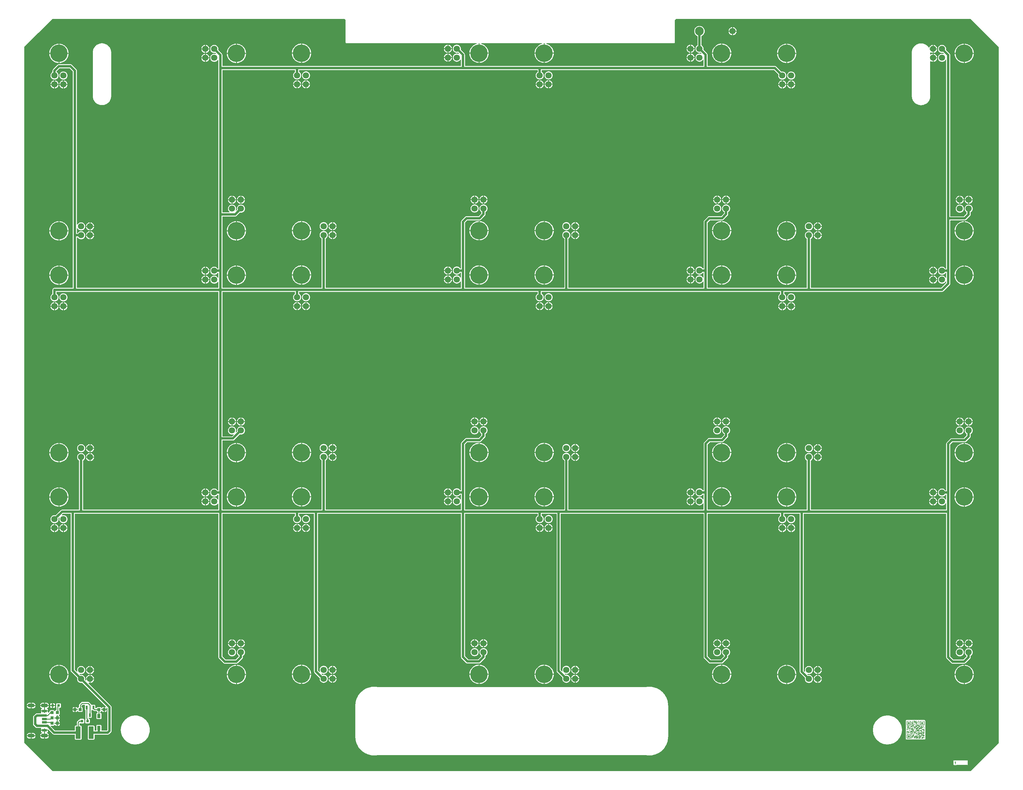
<source format=gtl>
G04 Layer: TopLayer*
G04 EasyEDA v6.5.34, 2023-09-12 02:39:20*
G04 e94bc10b37974a2b8ebe6637de124c00,5a6b42c53f6a479593ecc07194224c93,10*
G04 Gerber Generator version 0.2*
G04 Scale: 100 percent, Rotated: No, Reflected: No *
G04 Dimensions in millimeters *
G04 leading zeros omitted , absolute positions ,4 integer and 5 decimal *
%FSLAX45Y45*%
%MOMM*%

%AMMACRO1*21,1,$1,$2,0,0,$3*%
%ADD10C,0.1524*%
%ADD11C,0.6350*%
%ADD12C,0.2540*%
%ADD13MACRO1,0.864X0.8065X-90.0000*%
%ADD14R,0.8000X0.8000*%
%ADD15MACRO1,3.4992X1.4067X90.0000*%
%ADD16R,0.5320X1.0375*%
%ADD17R,1.4000X0.8000*%
%ADD18MACRO1,0.864X0.8065X90.0000*%
%ADD19R,0.9500X1.2000*%
%ADD20C,1.8000*%
%ADD21O,1.9999959999999999X1.0999978000000001*%
%ADD22C,5.0000*%
%ADD23C,2.5000*%
%ADD24C,0.0118*%

%LPD*%
G36*
X840435Y25908D02*
G01*
X836574Y26670D01*
X833272Y28905D01*
X28905Y833272D01*
X26670Y836574D01*
X25908Y840435D01*
X25908Y20764347D01*
X26720Y20768259D01*
X28956Y20771612D01*
X833119Y21561196D01*
X836421Y21563330D01*
X840232Y21564092D01*
X9179864Y21564092D01*
X9183725Y21563330D01*
X9187027Y21561094D01*
X9216694Y21531427D01*
X9218930Y21528125D01*
X9219692Y21524264D01*
X9219692Y20892109D01*
X9220504Y20885607D01*
X9222587Y20880070D01*
X9226143Y20874939D01*
X9229140Y20871891D01*
X9232747Y20869249D01*
X9238284Y20866760D01*
X9245752Y20865592D01*
X12964464Y20865592D01*
X12968579Y20864728D01*
X12971983Y20862290D01*
X12974116Y20858683D01*
X12974574Y20854466D01*
X12973354Y20850504D01*
X12970560Y20847304D01*
X12966801Y20845526D01*
X12963804Y20844865D01*
X12941808Y20837702D01*
X12920522Y20828762D01*
X12900050Y20818043D01*
X12880543Y20805648D01*
X12862153Y20791678D01*
X12844932Y20776234D01*
X12829133Y20759369D01*
X12814808Y20741284D01*
X12802006Y20722031D01*
X12790881Y20701762D01*
X12781483Y20680680D01*
X12773863Y20658836D01*
X12768122Y20636484D01*
X12764262Y20613674D01*
X12762433Y20591780D01*
X13025272Y20591780D01*
X13025272Y20855432D01*
X13026085Y20859343D01*
X13028269Y20862594D01*
X13031571Y20864830D01*
X13035432Y20865592D01*
X13040512Y20865592D01*
X13044424Y20864830D01*
X13047726Y20862594D01*
X13049910Y20859343D01*
X13050672Y20855432D01*
X13050672Y20591780D01*
X13313359Y20591780D01*
X13312901Y20602194D01*
X13310006Y20625104D01*
X13305231Y20647710D01*
X13298525Y20669859D01*
X13290042Y20691348D01*
X13279780Y20712023D01*
X13267791Y20731784D01*
X13254228Y20750479D01*
X13239089Y20767954D01*
X13222630Y20784159D01*
X13204799Y20798891D01*
X13185851Y20812048D01*
X13165836Y20823631D01*
X13144906Y20833435D01*
X13123265Y20841512D01*
X13108381Y20845627D01*
X13104723Y20847558D01*
X13102132Y20850758D01*
X13101015Y20854720D01*
X13101574Y20858835D01*
X13103707Y20862340D01*
X13107060Y20864728D01*
X13111124Y20865592D01*
X14828570Y20865592D01*
X14832685Y20864728D01*
X14836089Y20862290D01*
X14838222Y20858683D01*
X14838680Y20854466D01*
X14837460Y20850504D01*
X14834666Y20847304D01*
X14830907Y20845526D01*
X14827910Y20844865D01*
X14805913Y20837702D01*
X14784628Y20828762D01*
X14764156Y20818043D01*
X14744649Y20805648D01*
X14726259Y20791678D01*
X14709038Y20776234D01*
X14693239Y20759369D01*
X14678913Y20741284D01*
X14666112Y20722031D01*
X14654987Y20701762D01*
X14645589Y20680680D01*
X14637969Y20658836D01*
X14632228Y20636484D01*
X14628368Y20613674D01*
X14626539Y20591780D01*
X14889378Y20591780D01*
X14889378Y20855432D01*
X14890191Y20859343D01*
X14892375Y20862594D01*
X14895677Y20864830D01*
X14899538Y20865592D01*
X14904618Y20865592D01*
X14908530Y20864830D01*
X14911832Y20862594D01*
X14914016Y20859343D01*
X14914778Y20855432D01*
X14914778Y20591780D01*
X15177465Y20591780D01*
X15177007Y20602194D01*
X15174112Y20625104D01*
X15169337Y20647710D01*
X15162631Y20669859D01*
X15154148Y20691348D01*
X15143886Y20712023D01*
X15131897Y20731784D01*
X15118334Y20750479D01*
X15103195Y20767954D01*
X15086736Y20784159D01*
X15068905Y20798891D01*
X15049957Y20812048D01*
X15029942Y20823631D01*
X15009012Y20833435D01*
X14987371Y20841512D01*
X14972487Y20845627D01*
X14968829Y20847558D01*
X14966238Y20850758D01*
X14965121Y20854720D01*
X14965680Y20858835D01*
X14967813Y20862340D01*
X14971166Y20864728D01*
X14975230Y20865592D01*
X18617590Y20865592D01*
X18624092Y20866404D01*
X18629630Y20868487D01*
X18634760Y20872043D01*
X18637808Y20875040D01*
X18640450Y20878647D01*
X18642939Y20884184D01*
X18644108Y20891652D01*
X18644108Y21524264D01*
X18644870Y21528125D01*
X18647105Y21531427D01*
X18676772Y21561094D01*
X18680074Y21563330D01*
X18683935Y21564092D01*
X27099564Y21564092D01*
X27103425Y21563330D01*
X27106727Y21561094D01*
X27911094Y20756727D01*
X27913330Y20753425D01*
X27914092Y20749564D01*
X27914092Y840435D01*
X27913330Y836574D01*
X27911094Y833272D01*
X27106727Y28905D01*
X27103425Y26670D01*
X27099564Y25908D01*
X27035760Y25908D01*
X27031848Y26670D01*
X27028597Y28905D01*
X27026362Y32156D01*
X27025600Y36068D01*
X27024838Y32156D01*
X27022602Y28905D01*
X27019351Y26670D01*
X27015439Y25908D01*
G37*

%LPC*%
G36*
X20307300Y21221700D02*
G01*
X20409712Y21221700D01*
X20409560Y21223528D01*
X20406868Y21237803D01*
X20402346Y21251672D01*
X20396149Y21264829D01*
X20388376Y21277122D01*
X20379080Y21288349D01*
X20368463Y21298306D01*
X20356677Y21306840D01*
X20343926Y21313851D01*
X20330414Y21319236D01*
X20316291Y21322842D01*
X20307300Y21323960D01*
G37*
G36*
X27025600Y193040D02*
G01*
X27025600Y329184D01*
X27024584Y330200D01*
X26693622Y330200D01*
X26690269Y330758D01*
X26686662Y332028D01*
X26680363Y332740D01*
X26650238Y332740D01*
X26643939Y332028D01*
X26640332Y330758D01*
X26636980Y330200D01*
X26620215Y330200D01*
X26619200Y329184D01*
X26619200Y204216D01*
X26620215Y203200D01*
X26632865Y203200D01*
X26635659Y202793D01*
X26638503Y201523D01*
X26643939Y199593D01*
X26650238Y198882D01*
X26680363Y198882D01*
X26686662Y199593D01*
X26694942Y202793D01*
X26697787Y203200D01*
X27015439Y203200D01*
X27019351Y202438D01*
X27022602Y200202D01*
X27024838Y196951D01*
G37*
G36*
X20179487Y21221700D02*
G01*
X20281900Y21221700D01*
X20281900Y21323960D01*
X20272908Y21322842D01*
X20258786Y21319236D01*
X20245273Y21313851D01*
X20232522Y21306840D01*
X20220736Y21298306D01*
X20210119Y21288349D01*
X20200823Y21277122D01*
X20193050Y21264829D01*
X20186853Y21251672D01*
X20182332Y21237803D01*
X20179639Y21223528D01*
G37*
G36*
X10037724Y477418D02*
G01*
X10070236Y478383D01*
X10102646Y481330D01*
X10124897Y484581D01*
X17826075Y484479D01*
X17846802Y481330D01*
X17879161Y478383D01*
X17911724Y477418D01*
X17944236Y478383D01*
X17976646Y481330D01*
X18008803Y486206D01*
X18040604Y493064D01*
X18071947Y501802D01*
X18102681Y512419D01*
X18132755Y524865D01*
X18162016Y539089D01*
X18190362Y555091D01*
X18217642Y572719D01*
X18243854Y592023D01*
X18268848Y612851D01*
X18292572Y635152D01*
X18314873Y658825D01*
X18335701Y683818D01*
X18354954Y710031D01*
X18372632Y737362D01*
X18388634Y765708D01*
X18402858Y794969D01*
X18415304Y824992D01*
X18425922Y855776D01*
X18434659Y887120D01*
X18441466Y918921D01*
X18446394Y951077D01*
X18449340Y983487D01*
X18450052Y1005992D01*
X18450610Y1011072D01*
X18450610Y1909927D01*
X18450001Y1915820D01*
X18449340Y1937512D01*
X18446394Y1969922D01*
X18441466Y2002078D01*
X18434659Y2033879D01*
X18425922Y2065223D01*
X18415304Y2096007D01*
X18402858Y2126030D01*
X18388634Y2155291D01*
X18372632Y2183638D01*
X18354954Y2210968D01*
X18335701Y2237181D01*
X18314873Y2262174D01*
X18292572Y2285847D01*
X18268848Y2308148D01*
X18243854Y2328976D01*
X18217642Y2348280D01*
X18190362Y2365908D01*
X18162016Y2381910D01*
X18132755Y2396134D01*
X18102681Y2408580D01*
X18071947Y2419197D01*
X18040604Y2427935D01*
X18008803Y2434793D01*
X17976646Y2439670D01*
X17944236Y2442616D01*
X17911724Y2443581D01*
X17879161Y2442616D01*
X17846802Y2439670D01*
X17824551Y2436418D01*
X10123322Y2436520D01*
X10102596Y2439670D01*
X10070236Y2442616D01*
X10037724Y2443581D01*
X10005161Y2442616D01*
X9972802Y2439670D01*
X9940594Y2434793D01*
X9908794Y2427935D01*
X9877450Y2419197D01*
X9846716Y2408580D01*
X9816642Y2396134D01*
X9787382Y2381910D01*
X9759035Y2365908D01*
X9731756Y2348280D01*
X9705543Y2328976D01*
X9680549Y2308148D01*
X9656826Y2285847D01*
X9634524Y2262174D01*
X9613696Y2237181D01*
X9594443Y2210968D01*
X9576765Y2183638D01*
X9560814Y2155291D01*
X9546539Y2126030D01*
X9534093Y2096007D01*
X9523476Y2065223D01*
X9514738Y2033879D01*
X9507931Y2002078D01*
X9503003Y1969922D01*
X9500057Y1937512D01*
X9499346Y1915058D01*
X9498787Y1909927D01*
X9498787Y1011072D01*
X9499447Y1005128D01*
X9500057Y983487D01*
X9503003Y951077D01*
X9507931Y918921D01*
X9514738Y887120D01*
X9523476Y855776D01*
X9534093Y824992D01*
X9546539Y794969D01*
X9560814Y765708D01*
X9576765Y737362D01*
X9594443Y710031D01*
X9613696Y683818D01*
X9634524Y658825D01*
X9656826Y635152D01*
X9680549Y612851D01*
X9705543Y592023D01*
X9731756Y572719D01*
X9759035Y555091D01*
X9787382Y539089D01*
X9816642Y524865D01*
X9846716Y512419D01*
X9877450Y501802D01*
X9908794Y493064D01*
X9940594Y486206D01*
X9972802Y481330D01*
X10005161Y478383D01*
G37*
G36*
X20307300Y21094039D02*
G01*
X20316291Y21095157D01*
X20330414Y21098764D01*
X20343926Y21104148D01*
X20356677Y21111159D01*
X20368463Y21119693D01*
X20379080Y21129650D01*
X20388376Y21140877D01*
X20396149Y21153170D01*
X20402346Y21166328D01*
X20406868Y21180196D01*
X20409560Y21194471D01*
X20409712Y21196300D01*
X20307300Y21196300D01*
G37*
G36*
X24719788Y793140D02*
G01*
X24748286Y793648D01*
X24776734Y796137D01*
X24804928Y800506D01*
X24832767Y806856D01*
X24860046Y815136D01*
X24886767Y825246D01*
X24912675Y837184D01*
X24937720Y850900D01*
X24961748Y866292D01*
X24984659Y883310D01*
X25006350Y901852D01*
X25026670Y921867D01*
X25045619Y943203D01*
X25063043Y965809D01*
X25078842Y989584D01*
X25092964Y1014374D01*
X25105309Y1040079D01*
X25115926Y1066596D01*
X25124613Y1093774D01*
X25131471Y1121460D01*
X25136348Y1149604D01*
X25139294Y1178001D01*
X25140310Y1206500D01*
X25139294Y1234998D01*
X25136348Y1263396D01*
X25131471Y1291539D01*
X25124613Y1319225D01*
X25115926Y1346403D01*
X25105309Y1372920D01*
X25092964Y1398625D01*
X25078842Y1423416D01*
X25063043Y1447190D01*
X25045619Y1469796D01*
X25026670Y1491132D01*
X25006350Y1511147D01*
X24984659Y1529689D01*
X24961748Y1546707D01*
X24937720Y1562100D01*
X24912675Y1575816D01*
X24886767Y1587754D01*
X24860046Y1597863D01*
X24832767Y1606143D01*
X24804928Y1612493D01*
X24776734Y1616862D01*
X24748286Y1619351D01*
X24719788Y1619859D01*
X24691289Y1618386D01*
X24662942Y1614932D01*
X24634901Y1609547D01*
X24607316Y1602232D01*
X24580291Y1593037D01*
X24553976Y1582013D01*
X24528475Y1569161D01*
X24503938Y1554632D01*
X24480469Y1538427D01*
X24458168Y1520596D01*
X24437136Y1501343D01*
X24417477Y1480616D01*
X24399290Y1458620D01*
X24382679Y1435455D01*
X24367693Y1411122D01*
X24354434Y1385874D01*
X24342953Y1359763D01*
X24333301Y1332890D01*
X24325529Y1305458D01*
X24319636Y1277518D01*
X24315724Y1249222D01*
X24313743Y1220774D01*
X24313743Y1192225D01*
X24315724Y1163777D01*
X24319636Y1135481D01*
X24325529Y1107541D01*
X24333301Y1080109D01*
X24342953Y1053236D01*
X24354434Y1027125D01*
X24367693Y1001877D01*
X24382679Y977544D01*
X24399290Y954379D01*
X24417477Y932383D01*
X24437136Y911656D01*
X24458168Y892403D01*
X24480469Y874572D01*
X24503938Y858367D01*
X24528475Y843838D01*
X24553976Y830986D01*
X24580291Y819962D01*
X24607316Y810768D01*
X24634901Y803452D01*
X24662942Y798068D01*
X24691289Y794613D01*
G37*
G36*
X3193288Y793140D02*
G01*
X3221786Y793648D01*
X3250234Y796137D01*
X3278428Y800506D01*
X3306267Y806856D01*
X3333546Y815136D01*
X3360267Y825246D01*
X3386175Y837184D01*
X3411220Y850900D01*
X3435248Y866292D01*
X3458159Y883310D01*
X3479850Y901852D01*
X3500170Y921867D01*
X3519119Y943203D01*
X3536543Y965809D01*
X3552342Y989584D01*
X3566464Y1014374D01*
X3578809Y1040079D01*
X3589426Y1066596D01*
X3598113Y1093774D01*
X3604971Y1121460D01*
X3609848Y1149604D01*
X3612794Y1178001D01*
X3613810Y1206500D01*
X3612794Y1234998D01*
X3609848Y1263396D01*
X3604971Y1291539D01*
X3598113Y1319225D01*
X3589426Y1346403D01*
X3578809Y1372920D01*
X3566464Y1398625D01*
X3552342Y1423416D01*
X3536543Y1447190D01*
X3519119Y1469796D01*
X3500170Y1491132D01*
X3479850Y1511147D01*
X3458159Y1529689D01*
X3435248Y1546707D01*
X3411220Y1562100D01*
X3386175Y1575816D01*
X3360267Y1587754D01*
X3333546Y1597863D01*
X3306267Y1606143D01*
X3278428Y1612493D01*
X3250234Y1616862D01*
X3221786Y1619351D01*
X3193288Y1619859D01*
X3164789Y1618386D01*
X3136442Y1614932D01*
X3108401Y1609547D01*
X3080816Y1602232D01*
X3053791Y1593037D01*
X3027476Y1582013D01*
X3001975Y1569161D01*
X2977438Y1554632D01*
X2953969Y1538427D01*
X2931668Y1520596D01*
X2910636Y1501343D01*
X2890977Y1480616D01*
X2872790Y1458620D01*
X2856179Y1435455D01*
X2841193Y1411122D01*
X2827934Y1385874D01*
X2816453Y1359763D01*
X2806801Y1332890D01*
X2799029Y1305458D01*
X2793136Y1277518D01*
X2789224Y1249222D01*
X2787243Y1220774D01*
X2787243Y1192225D01*
X2789224Y1163777D01*
X2793136Y1135481D01*
X2799029Y1107541D01*
X2806801Y1080109D01*
X2816453Y1053236D01*
X2827934Y1027125D01*
X2841193Y1001877D01*
X2856179Y977544D01*
X2872790Y954379D01*
X2890977Y932383D01*
X2910636Y911656D01*
X2931668Y892403D01*
X2953969Y874572D01*
X2977438Y858367D01*
X3001975Y843838D01*
X3027476Y830986D01*
X3053791Y819962D01*
X3080816Y810768D01*
X3108401Y803452D01*
X3136442Y798068D01*
X3164789Y794613D01*
G37*
G36*
X1497533Y929436D02*
G01*
X1637030Y929436D01*
X1643380Y930148D01*
X1648815Y932078D01*
X1653743Y935126D01*
X1657807Y939241D01*
X1660906Y944118D01*
X1662836Y949604D01*
X1663547Y955903D01*
X1663547Y1304696D01*
X1662836Y1311046D01*
X1660906Y1316482D01*
X1657807Y1321409D01*
X1653743Y1325473D01*
X1648815Y1328572D01*
X1643380Y1330452D01*
X1637030Y1331163D01*
X1616049Y1331163D01*
X1612188Y1331976D01*
X1608886Y1334160D01*
X1606702Y1337462D01*
X1605889Y1341323D01*
X1605889Y1388262D01*
X1606804Y1392478D01*
X1609394Y1395933D01*
X1613154Y1398016D01*
X1617421Y1398320D01*
X1626920Y1394968D01*
X1633270Y1394256D01*
X1712112Y1394256D01*
X1718411Y1394968D01*
X1723898Y1396898D01*
X1728774Y1399946D01*
X1732889Y1404061D01*
X1735937Y1408938D01*
X1737868Y1414424D01*
X1738579Y1420723D01*
X1738579Y1499565D01*
X1737868Y1505915D01*
X1735937Y1511350D01*
X1732889Y1516278D01*
X1728774Y1520342D01*
X1723898Y1523441D01*
X1718411Y1525371D01*
X1712112Y1526082D01*
X1633270Y1526082D01*
X1626920Y1525371D01*
X1621485Y1523441D01*
X1616557Y1520342D01*
X1612493Y1516278D01*
X1609394Y1511350D01*
X1607413Y1505712D01*
X1605483Y1502359D01*
X1602486Y1500022D01*
X1598828Y1498955D01*
X1592681Y1498346D01*
X1585468Y1496161D01*
X1578813Y1492554D01*
X1572564Y1487474D01*
X1540357Y1455216D01*
X1535226Y1449019D01*
X1531670Y1442364D01*
X1529486Y1435100D01*
X1528673Y1427073D01*
X1528673Y1341323D01*
X1527911Y1337462D01*
X1525727Y1334160D01*
X1522425Y1331976D01*
X1518513Y1331163D01*
X1497533Y1331163D01*
X1491183Y1330452D01*
X1485747Y1328572D01*
X1480820Y1325473D01*
X1476756Y1321409D01*
X1473657Y1316482D01*
X1471777Y1311046D01*
X1471066Y1304696D01*
X1471066Y1198118D01*
X1470253Y1194206D01*
X1468069Y1190955D01*
X1464767Y1188720D01*
X1460906Y1187958D01*
X909218Y1187958D01*
X905357Y1188720D01*
X902055Y1190955D01*
X782421Y1310538D01*
X780237Y1313840D01*
X779424Y1317752D01*
X780237Y1321612D01*
X782421Y1324914D01*
X785723Y1327150D01*
X789584Y1327912D01*
X858266Y1327912D01*
X864616Y1328623D01*
X870051Y1330502D01*
X874979Y1333601D01*
X879043Y1337716D01*
X882142Y1342593D01*
X884275Y1348689D01*
X886409Y1352245D01*
X889762Y1354632D01*
X893826Y1355496D01*
X897890Y1354632D01*
X901293Y1352245D01*
X903427Y1348689D01*
X905560Y1342593D01*
X908659Y1337716D01*
X912723Y1333601D01*
X917651Y1330502D01*
X923086Y1328623D01*
X929436Y1327912D01*
X956462Y1327912D01*
X956462Y1384300D01*
X894892Y1384300D01*
X891032Y1385062D01*
X887730Y1387297D01*
X885545Y1390599D01*
X884732Y1394460D01*
X884732Y1399540D01*
X885545Y1403451D01*
X887730Y1406753D01*
X891032Y1408938D01*
X894892Y1409700D01*
X956462Y1409700D01*
X956462Y1536700D01*
X894892Y1536700D01*
X891032Y1537462D01*
X887730Y1539697D01*
X885545Y1542999D01*
X884732Y1546860D01*
X884732Y1551940D01*
X885545Y1555851D01*
X887730Y1559153D01*
X891032Y1561338D01*
X894892Y1562100D01*
X956462Y1562100D01*
X956462Y1622552D01*
X957224Y1626412D01*
X959459Y1629714D01*
X962761Y1631899D01*
X966622Y1632712D01*
X971702Y1632712D01*
X975614Y1631899D01*
X978916Y1629714D01*
X981100Y1626412D01*
X981862Y1622552D01*
X981862Y1562100D01*
X1035405Y1562100D01*
X1035405Y1592021D01*
X1034694Y1598371D01*
X1032764Y1603806D01*
X1029716Y1608734D01*
X1025601Y1612798D01*
X1016812Y1618183D01*
X1014374Y1621536D01*
X1013561Y1625600D01*
X1014374Y1629664D01*
X1016812Y1633067D01*
X1025601Y1638401D01*
X1029716Y1642516D01*
X1032764Y1647393D01*
X1034694Y1652828D01*
X1035405Y1659178D01*
X1035405Y1744421D01*
X1034694Y1750771D01*
X1032764Y1756206D01*
X1029766Y1761032D01*
X1024432Y1766214D01*
X1022146Y1769567D01*
X1021334Y1773478D01*
X1021334Y1828952D01*
X1022146Y1832813D01*
X1024331Y1836115D01*
X1027633Y1838299D01*
X1031494Y1839112D01*
X1043787Y1839112D01*
X1050086Y1839823D01*
X1055573Y1841703D01*
X1060450Y1844802D01*
X1064564Y1848916D01*
X1067612Y1853793D01*
X1069543Y1859229D01*
X1070254Y1865579D01*
X1070254Y1944420D01*
X1069543Y1950770D01*
X1067612Y1956206D01*
X1064564Y1961134D01*
X1060450Y1965198D01*
X1055573Y1968296D01*
X1050086Y1970176D01*
X1043787Y1970887D01*
X964895Y1970887D01*
X958596Y1970176D01*
X953109Y1968296D01*
X948232Y1965198D01*
X944118Y1961134D01*
X941069Y1956206D01*
X939139Y1950770D01*
X938428Y1944420D01*
X938428Y1865579D01*
X939139Y1859229D01*
X941069Y1853793D01*
X943762Y1848764D01*
X944118Y1845970D01*
X944118Y1781048D01*
X943356Y1777187D01*
X941171Y1773885D01*
X937869Y1771700D01*
X933958Y1770888D01*
X929436Y1770888D01*
X923086Y1770176D01*
X917651Y1768297D01*
X912723Y1765198D01*
X908659Y1761134D01*
X905560Y1756206D01*
X903427Y1750161D01*
X901293Y1746605D01*
X897890Y1744167D01*
X893876Y1743354D01*
X889812Y1744167D01*
X886409Y1746605D01*
X884275Y1750161D01*
X882142Y1756206D01*
X879043Y1761134D01*
X874979Y1765198D01*
X870051Y1768297D01*
X864616Y1770176D01*
X858266Y1770888D01*
X778764Y1770888D01*
X772464Y1770176D01*
X766978Y1768297D01*
X762101Y1765198D01*
X757986Y1761134D01*
X754938Y1756206D01*
X753059Y1750822D01*
X752246Y1742643D01*
X751382Y1739442D01*
X749554Y1736699D01*
X745439Y1733854D01*
X739190Y1728724D01*
X714400Y1703984D01*
X711098Y1701749D01*
X707237Y1700987D01*
X703326Y1701749D01*
X700024Y1703984D01*
X697839Y1707286D01*
X697077Y1711147D01*
X697077Y1735531D01*
X613867Y1735531D01*
X613867Y1701292D01*
X613105Y1697380D01*
X610870Y1694078D01*
X607568Y1691893D01*
X603707Y1691132D01*
X598627Y1691132D01*
X594715Y1691893D01*
X591464Y1694078D01*
X589229Y1697380D01*
X588467Y1701292D01*
X588467Y1735531D01*
X505256Y1735531D01*
X505256Y1708759D01*
X505968Y1702460D01*
X508152Y1696262D01*
X508711Y1692452D01*
X507796Y1688693D01*
X505561Y1685543D01*
X502310Y1683461D01*
X498551Y1682750D01*
X386638Y1682750D01*
X379628Y1682343D01*
X377037Y1681988D01*
X370281Y1680464D01*
X367792Y1679651D01*
X361391Y1677060D01*
X359054Y1675892D01*
X353161Y1672234D01*
X345795Y1666087D01*
X294995Y1616252D01*
X288493Y1608734D01*
X283514Y1600606D01*
X279958Y1591818D01*
X277926Y1582420D01*
X277368Y1574444D01*
X277368Y1372006D01*
X278180Y1362100D01*
X280517Y1352905D01*
X284378Y1344168D01*
X289610Y1336141D01*
X294487Y1330604D01*
X344271Y1280820D01*
X351840Y1274419D01*
X360019Y1269542D01*
X368909Y1266088D01*
X378307Y1264107D01*
X385622Y1263650D01*
X498551Y1263650D01*
X502310Y1262938D01*
X505561Y1260856D01*
X507796Y1257706D01*
X508711Y1253947D01*
X508152Y1250137D01*
X505968Y1243939D01*
X505256Y1237640D01*
X505256Y1210919D01*
X588467Y1210919D01*
X588467Y1245158D01*
X589229Y1249019D01*
X591464Y1252321D01*
X594715Y1254556D01*
X598627Y1255318D01*
X603707Y1255318D01*
X607568Y1254556D01*
X610870Y1252321D01*
X613105Y1249019D01*
X613867Y1245158D01*
X613867Y1210919D01*
X697433Y1210919D01*
X699312Y1214678D01*
X702614Y1217320D01*
X706678Y1218438D01*
X710844Y1217777D01*
X714400Y1215491D01*
X840079Y1089812D01*
X847648Y1083411D01*
X855827Y1078534D01*
X864717Y1075080D01*
X874115Y1073099D01*
X881430Y1072642D01*
X1460906Y1072642D01*
X1464767Y1071880D01*
X1468069Y1069644D01*
X1470253Y1066393D01*
X1471066Y1062482D01*
X1471066Y955903D01*
X1471777Y949604D01*
X1473657Y944118D01*
X1476756Y939241D01*
X1480820Y935126D01*
X1485747Y932078D01*
X1491183Y930148D01*
G37*
G36*
X1868170Y929436D02*
G01*
X2007717Y929436D01*
X2014016Y930148D01*
X2019503Y932078D01*
X2024380Y935126D01*
X2028494Y939241D01*
X2031593Y944118D01*
X2033473Y949604D01*
X2034184Y955903D01*
X2034184Y1062482D01*
X2034997Y1066393D01*
X2037181Y1069644D01*
X2040483Y1071880D01*
X2044344Y1072642D01*
X2412593Y1072642D01*
X2422499Y1073454D01*
X2431694Y1075791D01*
X2440432Y1079601D01*
X2448458Y1084884D01*
X2453995Y1089761D01*
X2504287Y1140053D01*
X2510688Y1147622D01*
X2515565Y1155801D01*
X2519019Y1164640D01*
X2521000Y1174089D01*
X2521458Y1181404D01*
X2521458Y1853793D01*
X2520645Y1863699D01*
X2518308Y1872894D01*
X2514498Y1881632D01*
X2509215Y1889658D01*
X2504338Y1895195D01*
X1859889Y2539644D01*
X1857552Y2543352D01*
X1856943Y2547670D01*
X1858264Y2551887D01*
X1861210Y2555138D01*
X1865223Y2556814D01*
X1869592Y2556662D01*
X1883308Y2553157D01*
X1892300Y2552039D01*
X1892300Y2654300D01*
X1789887Y2654300D01*
X1790039Y2652471D01*
X1792732Y2638196D01*
X1794764Y2631948D01*
X1795170Y2627477D01*
X1793646Y2623261D01*
X1790446Y2620111D01*
X1786178Y2618689D01*
X1781708Y2619197D01*
X1777949Y2621584D01*
X1766773Y2632811D01*
X1764842Y2635453D01*
X1763877Y2638602D01*
X1763928Y2641904D01*
X1765960Y2652471D01*
X1766874Y2667000D01*
X1765960Y2681528D01*
X1763268Y2695803D01*
X1758746Y2709672D01*
X1752549Y2722829D01*
X1744776Y2735122D01*
X1735480Y2746349D01*
X1724863Y2756306D01*
X1713077Y2764840D01*
X1700326Y2771851D01*
X1686814Y2777236D01*
X1672691Y2780842D01*
X1658264Y2782671D01*
X1643735Y2782671D01*
X1629308Y2780842D01*
X1626463Y2780131D01*
X1623009Y2779826D01*
X1619605Y2780741D01*
X1616760Y2782773D01*
X1605889Y2793644D01*
X1603552Y2797352D01*
X1602943Y2801670D01*
X1604264Y2805887D01*
X1607210Y2809138D01*
X1611223Y2810814D01*
X1615592Y2810662D01*
X1629308Y2807157D01*
X1643735Y2805328D01*
X1658264Y2805328D01*
X1672691Y2807157D01*
X1686814Y2810764D01*
X1700326Y2816148D01*
X1713077Y2823159D01*
X1724863Y2831693D01*
X1735480Y2841650D01*
X1744776Y2852877D01*
X1752549Y2865170D01*
X1758746Y2878328D01*
X1763268Y2892196D01*
X1765960Y2906471D01*
X1766874Y2921000D01*
X1765960Y2935528D01*
X1763268Y2949803D01*
X1758746Y2963672D01*
X1752549Y2976829D01*
X1744776Y2989122D01*
X1735480Y3000349D01*
X1724863Y3010306D01*
X1713077Y3018840D01*
X1700326Y3025851D01*
X1686814Y3031236D01*
X1672691Y3034842D01*
X1658264Y3036671D01*
X1643735Y3036671D01*
X1629308Y3034842D01*
X1615186Y3031236D01*
X1601673Y3025851D01*
X1588922Y3018840D01*
X1577136Y3010306D01*
X1566519Y3000349D01*
X1557223Y2989122D01*
X1549450Y2976829D01*
X1543253Y2963672D01*
X1538732Y2949803D01*
X1536039Y2935528D01*
X1535125Y2921000D01*
X1536039Y2906471D01*
X1538732Y2892196D01*
X1540764Y2885948D01*
X1541170Y2881477D01*
X1539646Y2877261D01*
X1536446Y2874111D01*
X1532178Y2872689D01*
X1527708Y2873197D01*
X1523949Y2875584D01*
X1470355Y2929229D01*
X1468120Y2932480D01*
X1467358Y2936392D01*
X1467358Y7387081D01*
X1468120Y7390993D01*
X1470355Y7394244D01*
X1473606Y7396480D01*
X1477518Y7397242D01*
X5570982Y7397242D01*
X5574893Y7396480D01*
X5578144Y7394244D01*
X5580380Y7390993D01*
X5581142Y7387081D01*
X5581142Y3289706D01*
X5581954Y3279800D01*
X5584291Y3270605D01*
X5588101Y3261867D01*
X5593384Y3253841D01*
X5598261Y3248304D01*
X5724753Y3121812D01*
X5732322Y3115411D01*
X5740501Y3110534D01*
X5749340Y3107080D01*
X5758789Y3105099D01*
X5766104Y3104642D01*
X6095593Y3104642D01*
X6105499Y3105454D01*
X6114694Y3107791D01*
X6123432Y3111601D01*
X6131458Y3116884D01*
X6136995Y3121761D01*
X6263487Y3248253D01*
X6269888Y3255822D01*
X6274765Y3264001D01*
X6278219Y3272840D01*
X6280200Y3282289D01*
X6280658Y3289604D01*
X6280658Y3323031D01*
X6281216Y3326384D01*
X6282842Y3329330D01*
X6285382Y3331616D01*
X6291122Y3335223D01*
X6302349Y3344519D01*
X6312306Y3355136D01*
X6320840Y3366922D01*
X6327851Y3379673D01*
X6333236Y3393186D01*
X6336842Y3407308D01*
X6338671Y3421735D01*
X6338671Y3436264D01*
X6336842Y3450691D01*
X6333236Y3464814D01*
X6327851Y3478326D01*
X6320840Y3491077D01*
X6312306Y3502863D01*
X6302349Y3513480D01*
X6291122Y3522776D01*
X6278829Y3530549D01*
X6265672Y3536746D01*
X6251803Y3541268D01*
X6237528Y3543960D01*
X6223000Y3544874D01*
X6208471Y3543960D01*
X6194196Y3541268D01*
X6180328Y3536746D01*
X6167170Y3530549D01*
X6154877Y3522776D01*
X6143650Y3513480D01*
X6133693Y3502863D01*
X6125159Y3491077D01*
X6118148Y3478326D01*
X6112764Y3464814D01*
X6109157Y3450691D01*
X6107328Y3436264D01*
X6107328Y3421735D01*
X6109157Y3407308D01*
X6112764Y3393186D01*
X6118148Y3379673D01*
X6125159Y3366922D01*
X6133693Y3355136D01*
X6143650Y3344519D01*
X6154877Y3335223D01*
X6160617Y3331616D01*
X6163157Y3329330D01*
X6164783Y3326384D01*
X6165342Y3323031D01*
X6165342Y3317392D01*
X6164580Y3313480D01*
X6162344Y3310229D01*
X6075070Y3222955D01*
X6071819Y3220720D01*
X6067907Y3219958D01*
X5793892Y3219958D01*
X5789980Y3220720D01*
X5786729Y3222955D01*
X5699455Y3310229D01*
X5697220Y3313480D01*
X5696458Y3317392D01*
X5696458Y7387081D01*
X5697220Y7390993D01*
X5699455Y7394244D01*
X5702706Y7396480D01*
X5706618Y7397242D01*
X7763154Y7397242D01*
X7767066Y7396480D01*
X7770368Y7394244D01*
X7772552Y7390993D01*
X7773314Y7387081D01*
X7773314Y7350099D01*
X7772755Y7346746D01*
X7771130Y7343749D01*
X7768640Y7341514D01*
X7762900Y7337856D01*
X7751673Y7328560D01*
X7741716Y7317994D01*
X7733131Y7306208D01*
X7726121Y7293457D01*
X7720787Y7279894D01*
X7717180Y7265822D01*
X7715351Y7251395D01*
X7715351Y7236815D01*
X7717180Y7222388D01*
X7720787Y7208316D01*
X7726121Y7194753D01*
X7733131Y7182002D01*
X7741716Y7170216D01*
X7751673Y7159650D01*
X7762900Y7150353D01*
X7775143Y7142530D01*
X7788351Y7136333D01*
X7802168Y7131862D01*
X7816494Y7129119D01*
X7831023Y7128205D01*
X7845501Y7129119D01*
X7859826Y7131862D01*
X7873644Y7136333D01*
X7886852Y7142530D01*
X7899095Y7150353D01*
X7910322Y7159650D01*
X7920278Y7170216D01*
X7928864Y7182002D01*
X7935874Y7194753D01*
X7941208Y7208316D01*
X7944815Y7222388D01*
X7946644Y7236815D01*
X7946644Y7251395D01*
X7944815Y7265822D01*
X7941208Y7279894D01*
X7935874Y7293457D01*
X7928864Y7306208D01*
X7920278Y7317994D01*
X7910322Y7328560D01*
X7899095Y7337856D01*
X7893354Y7341514D01*
X7890865Y7343749D01*
X7889240Y7346746D01*
X7888630Y7350099D01*
X7888630Y7387081D01*
X7889443Y7390993D01*
X7891627Y7394244D01*
X7894929Y7396480D01*
X7898790Y7397242D01*
X8305596Y7397242D01*
X8309457Y7396480D01*
X8312759Y7394244D01*
X8314944Y7390993D01*
X8315756Y7387081D01*
X8315756Y2883306D01*
X8316569Y2873400D01*
X8318906Y2864205D01*
X8322716Y2855468D01*
X8327999Y2847441D01*
X8332876Y2841904D01*
X8475827Y2698902D01*
X8477758Y2696260D01*
X8478723Y2693111D01*
X8478621Y2689809D01*
X8478012Y2686608D01*
X8477097Y2672080D01*
X8478012Y2657602D01*
X8480755Y2643276D01*
X8485225Y2629458D01*
X8491423Y2616250D01*
X8499246Y2604008D01*
X8508542Y2592781D01*
X8519109Y2582824D01*
X8530894Y2574239D01*
X8543645Y2567228D01*
X8557209Y2561894D01*
X8571280Y2558288D01*
X8585708Y2556459D01*
X8600287Y2556459D01*
X8614714Y2558288D01*
X8628786Y2561894D01*
X8642350Y2567228D01*
X8655100Y2574239D01*
X8666886Y2582824D01*
X8677452Y2592781D01*
X8686749Y2604008D01*
X8694572Y2616250D01*
X8700770Y2629458D01*
X8705240Y2643276D01*
X8707983Y2657602D01*
X8708898Y2672080D01*
X8707983Y2686608D01*
X8705240Y2700934D01*
X8700770Y2714752D01*
X8694572Y2727960D01*
X8686749Y2740202D01*
X8677452Y2751429D01*
X8666886Y2761386D01*
X8655100Y2769971D01*
X8642350Y2776982D01*
X8628786Y2782316D01*
X8614714Y2785922D01*
X8600287Y2787751D01*
X8585708Y2787751D01*
X8571280Y2785922D01*
X8561476Y2783433D01*
X8557971Y2783128D01*
X8554618Y2784043D01*
X8551773Y2786075D01*
X8533536Y2804312D01*
X8531352Y2807563D01*
X8530539Y2811424D01*
X8531301Y2815285D01*
X8533485Y2818587D01*
X8536736Y2820822D01*
X8540597Y2821635D01*
X8544458Y2820924D01*
X8557209Y2815894D01*
X8571280Y2812288D01*
X8585708Y2810459D01*
X8600287Y2810459D01*
X8614714Y2812288D01*
X8628786Y2815894D01*
X8642350Y2821228D01*
X8655100Y2828239D01*
X8666886Y2836824D01*
X8677452Y2846781D01*
X8686749Y2858008D01*
X8694572Y2870250D01*
X8700770Y2883458D01*
X8705240Y2897276D01*
X8707983Y2911602D01*
X8708898Y2926080D01*
X8707983Y2940608D01*
X8705240Y2954934D01*
X8700770Y2968752D01*
X8694572Y2981960D01*
X8686749Y2994202D01*
X8677452Y3005429D01*
X8666886Y3015386D01*
X8655100Y3023971D01*
X8642350Y3030982D01*
X8628786Y3036316D01*
X8614714Y3039922D01*
X8600287Y3041751D01*
X8585708Y3041751D01*
X8571280Y3039922D01*
X8557209Y3036316D01*
X8543645Y3030982D01*
X8530894Y3023971D01*
X8519109Y3015386D01*
X8508542Y3005429D01*
X8499246Y2994202D01*
X8491423Y2981960D01*
X8485225Y2968752D01*
X8480755Y2954934D01*
X8478012Y2940608D01*
X8477097Y2926080D01*
X8478012Y2911602D01*
X8480755Y2897276D01*
X8485225Y2883458D01*
X8487867Y2877820D01*
X8488832Y2873908D01*
X8488222Y2869946D01*
X8486089Y2866542D01*
X8482787Y2864205D01*
X8478824Y2863342D01*
X8474862Y2864104D01*
X8471509Y2866339D01*
X8434019Y2903829D01*
X8431834Y2907080D01*
X8431072Y2910992D01*
X8431072Y7387081D01*
X8431834Y7390993D01*
X8434019Y7394244D01*
X8437321Y7396480D01*
X8441232Y7397242D01*
X12513005Y7397242D01*
X12516866Y7396480D01*
X12520168Y7394244D01*
X12522352Y7390993D01*
X12523165Y7387081D01*
X12523165Y3294837D01*
X12523978Y3284931D01*
X12526314Y3275685D01*
X12530124Y3266998D01*
X12535408Y3258921D01*
X12540234Y3253435D01*
X12666726Y3126943D01*
X12674295Y3120491D01*
X12682474Y3115614D01*
X12691364Y3112160D01*
X12700762Y3110179D01*
X12708128Y3109722D01*
X13037565Y3109722D01*
X13047471Y3110585D01*
X13056717Y3112922D01*
X13065404Y3116732D01*
X13073481Y3122015D01*
X13078968Y3126841D01*
X13205460Y3253333D01*
X13211911Y3260902D01*
X13216788Y3269081D01*
X13220242Y3277971D01*
X13222224Y3287369D01*
X13222681Y3294735D01*
X13222681Y3328111D01*
X13223240Y3331464D01*
X13224865Y3334461D01*
X13227354Y3336696D01*
X13233095Y3340354D01*
X13244322Y3349650D01*
X13254278Y3360216D01*
X13262863Y3372002D01*
X13269874Y3384753D01*
X13275208Y3398316D01*
X13278815Y3412388D01*
X13280644Y3426815D01*
X13280644Y3441395D01*
X13278815Y3455822D01*
X13275208Y3469894D01*
X13269874Y3483457D01*
X13262863Y3496208D01*
X13254278Y3507994D01*
X13244322Y3518560D01*
X13233095Y3527856D01*
X13220852Y3535679D01*
X13207644Y3541877D01*
X13193826Y3546348D01*
X13179501Y3549091D01*
X13165023Y3550005D01*
X13150494Y3549091D01*
X13136168Y3546348D01*
X13122351Y3541877D01*
X13109143Y3535679D01*
X13096900Y3527856D01*
X13085673Y3518560D01*
X13075716Y3507994D01*
X13067131Y3496208D01*
X13060121Y3483457D01*
X13054787Y3469894D01*
X13051180Y3455822D01*
X13049351Y3441395D01*
X13049351Y3426815D01*
X13051180Y3412388D01*
X13054787Y3398316D01*
X13060121Y3384753D01*
X13067131Y3372002D01*
X13075716Y3360216D01*
X13085673Y3349650D01*
X13096900Y3340354D01*
X13102640Y3336696D01*
X13105130Y3334461D01*
X13106755Y3331464D01*
X13107365Y3328111D01*
X13107365Y3322472D01*
X13106552Y3318611D01*
X13104368Y3315309D01*
X13017093Y3228035D01*
X13013791Y3225850D01*
X13009930Y3225038D01*
X12735864Y3225038D01*
X12732004Y3225850D01*
X12728702Y3228035D01*
X12641427Y3315309D01*
X12639243Y3318611D01*
X12638481Y3322472D01*
X12638481Y7387081D01*
X12639243Y7390993D01*
X12641427Y7394244D01*
X12644729Y7396480D01*
X12648641Y7397242D01*
X14707260Y7397242D01*
X14711172Y7396480D01*
X14714474Y7394244D01*
X14716658Y7390993D01*
X14717420Y7387081D01*
X14717420Y7350099D01*
X14716861Y7346746D01*
X14715236Y7343749D01*
X14712746Y7341514D01*
X14707006Y7337856D01*
X14695779Y7328560D01*
X14685822Y7317994D01*
X14677237Y7306208D01*
X14670227Y7293457D01*
X14664893Y7279894D01*
X14661286Y7265822D01*
X14659457Y7251395D01*
X14659457Y7236815D01*
X14661286Y7222388D01*
X14664893Y7208316D01*
X14670227Y7194753D01*
X14677237Y7182002D01*
X14685822Y7170216D01*
X14695779Y7159650D01*
X14707006Y7150353D01*
X14719249Y7142530D01*
X14732457Y7136333D01*
X14746274Y7131862D01*
X14760600Y7129119D01*
X14775129Y7128205D01*
X14789607Y7129119D01*
X14803932Y7131862D01*
X14817750Y7136333D01*
X14830958Y7142530D01*
X14843201Y7150353D01*
X14854428Y7159650D01*
X14864384Y7170216D01*
X14872969Y7182002D01*
X14879980Y7194753D01*
X14885314Y7208316D01*
X14888921Y7222388D01*
X14890750Y7236815D01*
X14890750Y7251395D01*
X14888921Y7265822D01*
X14885314Y7279894D01*
X14879980Y7293457D01*
X14872969Y7306208D01*
X14864384Y7317994D01*
X14854428Y7328560D01*
X14843201Y7337856D01*
X14837460Y7341514D01*
X14834971Y7343800D01*
X14833295Y7346746D01*
X14832736Y7350099D01*
X14832736Y7387081D01*
X14833549Y7390993D01*
X14835733Y7394244D01*
X14839035Y7396480D01*
X14842896Y7397242D01*
X15249702Y7397242D01*
X15253563Y7396480D01*
X15256865Y7394244D01*
X15259050Y7390993D01*
X15259862Y7387081D01*
X15259862Y2896006D01*
X15260675Y2886100D01*
X15263012Y2876905D01*
X15266822Y2868168D01*
X15272105Y2860141D01*
X15276931Y2854604D01*
X15421965Y2709570D01*
X15423896Y2706928D01*
X15424861Y2703779D01*
X15424759Y2700477D01*
X15422118Y2686608D01*
X15421203Y2672080D01*
X15422118Y2657602D01*
X15424861Y2643276D01*
X15429331Y2629458D01*
X15435529Y2616250D01*
X15443352Y2604008D01*
X15452648Y2592781D01*
X15463215Y2582824D01*
X15475000Y2574239D01*
X15487751Y2567228D01*
X15501315Y2561894D01*
X15515386Y2558288D01*
X15529813Y2556459D01*
X15544393Y2556459D01*
X15558820Y2558288D01*
X15572892Y2561894D01*
X15586456Y2567228D01*
X15599206Y2574239D01*
X15610992Y2582824D01*
X15621558Y2592781D01*
X15630855Y2604008D01*
X15638678Y2616250D01*
X15644876Y2629458D01*
X15649346Y2643276D01*
X15652089Y2657602D01*
X15653004Y2672080D01*
X15652089Y2686608D01*
X15649346Y2700934D01*
X15644876Y2714752D01*
X15638678Y2727960D01*
X15630855Y2740202D01*
X15621558Y2751429D01*
X15610992Y2761386D01*
X15599206Y2769971D01*
X15586456Y2776982D01*
X15572892Y2782316D01*
X15558820Y2785922D01*
X15544393Y2787751D01*
X15529864Y2787751D01*
X15514472Y2785770D01*
X15511373Y2785872D01*
X15508478Y2786837D01*
X15505988Y2788666D01*
X15497251Y2797403D01*
X15494863Y2801112D01*
X15494304Y2805430D01*
X15495574Y2809646D01*
X15498521Y2812897D01*
X15502534Y2814574D01*
X15506954Y2814421D01*
X15515386Y2812288D01*
X15529813Y2810459D01*
X15544393Y2810459D01*
X15558820Y2812288D01*
X15572892Y2815894D01*
X15586456Y2821228D01*
X15599206Y2828239D01*
X15610992Y2836824D01*
X15621558Y2846781D01*
X15630855Y2858008D01*
X15638678Y2870250D01*
X15644876Y2883458D01*
X15649346Y2897276D01*
X15652089Y2911602D01*
X15653004Y2926080D01*
X15652089Y2940608D01*
X15649346Y2954934D01*
X15644876Y2968752D01*
X15638678Y2981960D01*
X15630855Y2994202D01*
X15621558Y3005429D01*
X15610992Y3015386D01*
X15599206Y3023971D01*
X15586456Y3030982D01*
X15572892Y3036316D01*
X15558820Y3039922D01*
X15544393Y3041751D01*
X15529813Y3041751D01*
X15515386Y3039922D01*
X15501315Y3036316D01*
X15487751Y3030982D01*
X15475000Y3023971D01*
X15463215Y3015386D01*
X15452648Y3005429D01*
X15443352Y2994202D01*
X15435529Y2981960D01*
X15429331Y2968752D01*
X15424861Y2954934D01*
X15422118Y2940608D01*
X15421203Y2926080D01*
X15422118Y2911602D01*
X15425013Y2896819D01*
X15425419Y2892348D01*
X15423896Y2888132D01*
X15420644Y2884982D01*
X15416428Y2883560D01*
X15411957Y2884068D01*
X15408148Y2886456D01*
X15378125Y2916529D01*
X15375940Y2919780D01*
X15375178Y2923692D01*
X15375178Y7387081D01*
X15375940Y7390993D01*
X15378125Y7394244D01*
X15381427Y7396480D01*
X15385338Y7397242D01*
X19457111Y7397242D01*
X19460972Y7396480D01*
X19464274Y7394244D01*
X19466458Y7390993D01*
X19467271Y7387081D01*
X19467271Y3294837D01*
X19468084Y3284931D01*
X19470420Y3275685D01*
X19474230Y3266998D01*
X19479514Y3258921D01*
X19484340Y3253435D01*
X19610832Y3126943D01*
X19618401Y3120491D01*
X19626580Y3115614D01*
X19635470Y3112160D01*
X19644868Y3110179D01*
X19652234Y3109722D01*
X19981672Y3109722D01*
X19991578Y3110585D01*
X20000823Y3112922D01*
X20009510Y3116732D01*
X20017587Y3122015D01*
X20023074Y3126841D01*
X20149566Y3253333D01*
X20156017Y3260902D01*
X20160894Y3269081D01*
X20164348Y3277971D01*
X20166330Y3287369D01*
X20166787Y3294735D01*
X20166787Y3328111D01*
X20167346Y3331464D01*
X20168971Y3334461D01*
X20171460Y3336696D01*
X20177201Y3340354D01*
X20188428Y3349650D01*
X20198384Y3360216D01*
X20206970Y3372002D01*
X20213980Y3384753D01*
X20219314Y3398316D01*
X20222921Y3412388D01*
X20224750Y3426815D01*
X20224750Y3441395D01*
X20222921Y3455822D01*
X20219314Y3469894D01*
X20213980Y3483457D01*
X20206970Y3496208D01*
X20198384Y3507994D01*
X20188428Y3518560D01*
X20177201Y3527856D01*
X20164958Y3535679D01*
X20151750Y3541877D01*
X20137932Y3546348D01*
X20123607Y3549091D01*
X20109129Y3550005D01*
X20094600Y3549091D01*
X20080274Y3546348D01*
X20066457Y3541877D01*
X20053249Y3535679D01*
X20041006Y3527856D01*
X20029779Y3518560D01*
X20019822Y3507994D01*
X20011237Y3496208D01*
X20004227Y3483457D01*
X19998893Y3469894D01*
X19995286Y3455822D01*
X19993457Y3441395D01*
X19993457Y3426815D01*
X19995286Y3412388D01*
X19998893Y3398316D01*
X20004227Y3384753D01*
X20011237Y3372002D01*
X20019822Y3360216D01*
X20029779Y3349650D01*
X20041006Y3340354D01*
X20046746Y3336696D01*
X20049236Y3334461D01*
X20050861Y3331464D01*
X20051471Y3328111D01*
X20051471Y3322472D01*
X20050658Y3318611D01*
X20048474Y3315309D01*
X19961199Y3228035D01*
X19957897Y3225850D01*
X19954036Y3225038D01*
X19679970Y3225038D01*
X19676110Y3225850D01*
X19672808Y3228035D01*
X19585533Y3315309D01*
X19583349Y3318611D01*
X19582587Y3322472D01*
X19582587Y7387081D01*
X19583349Y7390993D01*
X19585533Y7394244D01*
X19588835Y7396480D01*
X19592747Y7397242D01*
X21649182Y7397242D01*
X21653093Y7396480D01*
X21656344Y7394244D01*
X21658580Y7390993D01*
X21659342Y7387081D01*
X21659342Y7344968D01*
X21658783Y7341616D01*
X21657157Y7338669D01*
X21654617Y7336383D01*
X21648877Y7332776D01*
X21637650Y7323480D01*
X21627693Y7312863D01*
X21619159Y7301077D01*
X21612148Y7288326D01*
X21606764Y7274814D01*
X21603157Y7260691D01*
X21601328Y7246264D01*
X21601328Y7231735D01*
X21603157Y7217308D01*
X21606764Y7203186D01*
X21612148Y7189673D01*
X21619159Y7176922D01*
X21627693Y7165136D01*
X21637650Y7154519D01*
X21648877Y7145223D01*
X21661170Y7137450D01*
X21674328Y7131253D01*
X21688196Y7126731D01*
X21702471Y7124039D01*
X21717000Y7123125D01*
X21731528Y7124039D01*
X21745803Y7126731D01*
X21759672Y7131253D01*
X21772829Y7137450D01*
X21785122Y7145223D01*
X21796349Y7154519D01*
X21806306Y7165136D01*
X21814840Y7176922D01*
X21821851Y7189673D01*
X21827236Y7203186D01*
X21830842Y7217308D01*
X21832671Y7231735D01*
X21832671Y7246264D01*
X21830842Y7260691D01*
X21827236Y7274814D01*
X21821851Y7288326D01*
X21814840Y7301077D01*
X21806306Y7312863D01*
X21796349Y7323480D01*
X21785122Y7332776D01*
X21779382Y7336383D01*
X21776842Y7338669D01*
X21775216Y7341616D01*
X21774658Y7344968D01*
X21774658Y7387081D01*
X21775420Y7390993D01*
X21777655Y7394244D01*
X21780906Y7396480D01*
X21784818Y7397242D01*
X22207982Y7397242D01*
X22211893Y7396480D01*
X22215144Y7394244D01*
X22217380Y7390993D01*
X22218142Y7387081D01*
X22218142Y2870606D01*
X22218954Y2860700D01*
X22221291Y2851505D01*
X22225101Y2842768D01*
X22230384Y2834741D01*
X22235261Y2829204D01*
X22363226Y2701188D01*
X22365157Y2698546D01*
X22366122Y2695397D01*
X22366071Y2692095D01*
X22364039Y2681528D01*
X22363125Y2667000D01*
X22364039Y2652471D01*
X22366732Y2638196D01*
X22371253Y2624328D01*
X22377450Y2611170D01*
X22385223Y2598877D01*
X22394519Y2587650D01*
X22405136Y2577693D01*
X22416922Y2569159D01*
X22429673Y2562148D01*
X22443186Y2556764D01*
X22457308Y2553157D01*
X22471735Y2551328D01*
X22486264Y2551328D01*
X22500691Y2553157D01*
X22514814Y2556764D01*
X22528326Y2562148D01*
X22541077Y2569159D01*
X22552863Y2577693D01*
X22563480Y2587650D01*
X22572776Y2598877D01*
X22580549Y2611170D01*
X22586746Y2624328D01*
X22591268Y2638196D01*
X22593960Y2652471D01*
X22594874Y2667000D01*
X22593960Y2681528D01*
X22591268Y2695803D01*
X22586746Y2709672D01*
X22580549Y2722829D01*
X22572776Y2735122D01*
X22563480Y2746349D01*
X22552863Y2756306D01*
X22541077Y2764840D01*
X22528326Y2771851D01*
X22514814Y2777236D01*
X22500691Y2780842D01*
X22486264Y2782671D01*
X22471735Y2782671D01*
X22457308Y2780842D01*
X22454463Y2780131D01*
X22451009Y2779826D01*
X22447605Y2780741D01*
X22444760Y2782773D01*
X22433889Y2793644D01*
X22431552Y2797352D01*
X22430943Y2801670D01*
X22432264Y2805887D01*
X22435210Y2809138D01*
X22439223Y2810814D01*
X22443592Y2810662D01*
X22457308Y2807157D01*
X22471735Y2805328D01*
X22486264Y2805328D01*
X22500691Y2807157D01*
X22514814Y2810764D01*
X22528326Y2816148D01*
X22541077Y2823159D01*
X22552863Y2831693D01*
X22563480Y2841650D01*
X22572776Y2852877D01*
X22580549Y2865170D01*
X22586746Y2878328D01*
X22591268Y2892196D01*
X22593960Y2906471D01*
X22594874Y2921000D01*
X22593960Y2935528D01*
X22591268Y2949803D01*
X22586746Y2963672D01*
X22580549Y2976829D01*
X22572776Y2989122D01*
X22563480Y3000349D01*
X22552863Y3010306D01*
X22541077Y3018840D01*
X22528326Y3025851D01*
X22514814Y3031236D01*
X22500691Y3034842D01*
X22486264Y3036671D01*
X22471735Y3036671D01*
X22457308Y3034842D01*
X22443186Y3031236D01*
X22429673Y3025851D01*
X22416922Y3018840D01*
X22405136Y3010306D01*
X22394519Y3000349D01*
X22385223Y2989122D01*
X22377450Y2976829D01*
X22371253Y2963672D01*
X22366732Y2949803D01*
X22364039Y2935528D01*
X22363125Y2921000D01*
X22364039Y2906471D01*
X22366732Y2892196D01*
X22368764Y2885948D01*
X22369170Y2881477D01*
X22367646Y2877261D01*
X22364446Y2874111D01*
X22360178Y2872689D01*
X22355708Y2873197D01*
X22351949Y2875584D01*
X22336455Y2891129D01*
X22334220Y2894380D01*
X22333458Y2898292D01*
X22333458Y7387081D01*
X22334220Y7390993D01*
X22336455Y7394244D01*
X22339706Y7396480D01*
X22343618Y7397242D01*
X26398982Y7397242D01*
X26402893Y7396480D01*
X26406144Y7394244D01*
X26408380Y7390993D01*
X26409142Y7387081D01*
X26409142Y3289706D01*
X26409954Y3279800D01*
X26412291Y3270605D01*
X26416101Y3261867D01*
X26421384Y3253841D01*
X26426261Y3248304D01*
X26552753Y3121812D01*
X26560322Y3115411D01*
X26568501Y3110534D01*
X26577340Y3107080D01*
X26586789Y3105099D01*
X26594104Y3104642D01*
X26923593Y3104642D01*
X26933499Y3105454D01*
X26942694Y3107791D01*
X26951432Y3111601D01*
X26959458Y3116884D01*
X26964995Y3121761D01*
X27091487Y3248253D01*
X27097888Y3255822D01*
X27102765Y3264001D01*
X27106219Y3272840D01*
X27108200Y3282289D01*
X27108658Y3289604D01*
X27108658Y3323031D01*
X27109216Y3326384D01*
X27110842Y3329330D01*
X27113382Y3331616D01*
X27119122Y3335223D01*
X27130349Y3344519D01*
X27140306Y3355136D01*
X27148840Y3366922D01*
X27155851Y3379673D01*
X27161236Y3393186D01*
X27164842Y3407308D01*
X27166671Y3421735D01*
X27166671Y3436264D01*
X27164842Y3450691D01*
X27161236Y3464814D01*
X27155851Y3478326D01*
X27148840Y3491077D01*
X27140306Y3502863D01*
X27130349Y3513480D01*
X27119122Y3522776D01*
X27106829Y3530549D01*
X27093672Y3536746D01*
X27079803Y3541268D01*
X27065528Y3543960D01*
X27051000Y3544874D01*
X27036471Y3543960D01*
X27022196Y3541268D01*
X27008327Y3536746D01*
X26995170Y3530549D01*
X26982877Y3522776D01*
X26971650Y3513480D01*
X26961693Y3502863D01*
X26953159Y3491077D01*
X26946148Y3478326D01*
X26940764Y3464814D01*
X26937157Y3450691D01*
X26935328Y3436264D01*
X26935328Y3421735D01*
X26937157Y3407308D01*
X26940764Y3393186D01*
X26946148Y3379673D01*
X26953159Y3366922D01*
X26961693Y3355136D01*
X26971650Y3344519D01*
X26982877Y3335223D01*
X26988617Y3331616D01*
X26991157Y3329330D01*
X26992783Y3326384D01*
X26993342Y3323031D01*
X26993342Y3317392D01*
X26992580Y3313480D01*
X26990344Y3310229D01*
X26903070Y3222955D01*
X26899819Y3220720D01*
X26895907Y3219958D01*
X26621892Y3219958D01*
X26617980Y3220720D01*
X26614729Y3222955D01*
X26527455Y3310229D01*
X26525220Y3313480D01*
X26524458Y3317392D01*
X26524458Y9369907D01*
X26525220Y9373819D01*
X26527455Y9377070D01*
X26589329Y9438944D01*
X26592580Y9441180D01*
X26596492Y9441942D01*
X26936293Y9441942D01*
X26946199Y9442754D01*
X26955394Y9445091D01*
X26964132Y9448901D01*
X26972158Y9454184D01*
X26977695Y9459061D01*
X27091487Y9572853D01*
X27097888Y9580422D01*
X27102765Y9588601D01*
X27106219Y9597440D01*
X27108200Y9606889D01*
X27108658Y9614204D01*
X27108658Y9673031D01*
X27109216Y9676384D01*
X27110842Y9679330D01*
X27113382Y9681616D01*
X27119122Y9685223D01*
X27130349Y9694519D01*
X27140306Y9705136D01*
X27148840Y9716922D01*
X27155851Y9729673D01*
X27161236Y9743186D01*
X27164842Y9757308D01*
X27166671Y9771735D01*
X27166671Y9786264D01*
X27164842Y9800691D01*
X27161236Y9814814D01*
X27155851Y9828326D01*
X27148840Y9841077D01*
X27140306Y9852863D01*
X27130349Y9863480D01*
X27119122Y9872776D01*
X27106829Y9880549D01*
X27093672Y9886746D01*
X27079803Y9891268D01*
X27065528Y9893960D01*
X27051000Y9894874D01*
X27036471Y9893960D01*
X27022196Y9891268D01*
X27008327Y9886746D01*
X26995170Y9880549D01*
X26982877Y9872776D01*
X26971650Y9863480D01*
X26961693Y9852863D01*
X26953159Y9841077D01*
X26946148Y9828326D01*
X26940764Y9814814D01*
X26937157Y9800691D01*
X26935328Y9786264D01*
X26935328Y9771735D01*
X26937157Y9757308D01*
X26940764Y9743186D01*
X26946148Y9729673D01*
X26953159Y9716922D01*
X26961693Y9705136D01*
X26971650Y9694519D01*
X26982877Y9685223D01*
X26988617Y9681616D01*
X26991157Y9679330D01*
X26992783Y9676384D01*
X26993342Y9673031D01*
X26993342Y9641992D01*
X26992580Y9638080D01*
X26990344Y9634829D01*
X26915770Y9560255D01*
X26912519Y9558020D01*
X26908607Y9557258D01*
X26568806Y9557258D01*
X26558900Y9556445D01*
X26549705Y9554108D01*
X26540968Y9550298D01*
X26532941Y9545015D01*
X26527404Y9540138D01*
X26426312Y9439046D01*
X26419911Y9431477D01*
X26415034Y9423298D01*
X26411580Y9414459D01*
X26409599Y9405010D01*
X26409142Y9397695D01*
X26409142Y8068818D01*
X26408380Y8064906D01*
X26406144Y8061655D01*
X26402893Y8059420D01*
X26398982Y8058658D01*
X26394968Y8058658D01*
X26391615Y8059216D01*
X26388669Y8060842D01*
X26386383Y8063382D01*
X26382776Y8069122D01*
X26373480Y8080349D01*
X26362863Y8090306D01*
X26351077Y8098840D01*
X26338326Y8105851D01*
X26324814Y8111236D01*
X26310691Y8114842D01*
X26296264Y8116671D01*
X26281735Y8116671D01*
X26267308Y8114842D01*
X26253186Y8111236D01*
X26239673Y8105851D01*
X26226922Y8098840D01*
X26215136Y8090306D01*
X26204519Y8080349D01*
X26195223Y8069122D01*
X26187450Y8056829D01*
X26181253Y8043672D01*
X26176731Y8029803D01*
X26174039Y8015528D01*
X26173125Y8001000D01*
X26174039Y7986471D01*
X26176731Y7972196D01*
X26181253Y7958328D01*
X26187450Y7945170D01*
X26195223Y7932877D01*
X26204519Y7921650D01*
X26215136Y7911693D01*
X26226922Y7903159D01*
X26239673Y7896148D01*
X26253186Y7890764D01*
X26267308Y7887157D01*
X26281735Y7885328D01*
X26296264Y7885328D01*
X26310691Y7887157D01*
X26324814Y7890764D01*
X26338326Y7896148D01*
X26351077Y7903159D01*
X26362863Y7911693D01*
X26373480Y7921650D01*
X26382776Y7932877D01*
X26386383Y7938617D01*
X26388669Y7941157D01*
X26391615Y7942783D01*
X26394968Y7943342D01*
X26398982Y7943342D01*
X26402893Y7942580D01*
X26406144Y7940344D01*
X26408380Y7937093D01*
X26409142Y7933181D01*
X26409142Y7808518D01*
X26408227Y7804302D01*
X26405636Y7800797D01*
X26401826Y7798765D01*
X26397508Y7798460D01*
X26393444Y7799984D01*
X26390396Y7803083D01*
X26382776Y7815122D01*
X26373480Y7826349D01*
X26362863Y7836306D01*
X26351077Y7844840D01*
X26338326Y7851851D01*
X26324814Y7857236D01*
X26310691Y7860842D01*
X26296264Y7862671D01*
X26281735Y7862671D01*
X26267308Y7860842D01*
X26253186Y7857236D01*
X26239673Y7851851D01*
X26226922Y7844840D01*
X26215136Y7836306D01*
X26204519Y7826349D01*
X26195223Y7815122D01*
X26187450Y7802829D01*
X26181253Y7789672D01*
X26176731Y7775803D01*
X26174039Y7761528D01*
X26173125Y7747000D01*
X26174039Y7732471D01*
X26176731Y7718196D01*
X26181253Y7704328D01*
X26187450Y7691170D01*
X26195223Y7678877D01*
X26204519Y7667650D01*
X26215136Y7657693D01*
X26226922Y7649159D01*
X26239673Y7642148D01*
X26253186Y7636764D01*
X26267308Y7633157D01*
X26281735Y7631328D01*
X26296264Y7631328D01*
X26310691Y7633157D01*
X26324814Y7636764D01*
X26338326Y7642148D01*
X26351077Y7649159D01*
X26362863Y7657693D01*
X26373480Y7667650D01*
X26382776Y7678877D01*
X26390396Y7690916D01*
X26393444Y7694015D01*
X26397508Y7695539D01*
X26401826Y7695234D01*
X26405636Y7693202D01*
X26408227Y7689697D01*
X26409142Y7685481D01*
X26409142Y7522718D01*
X26408380Y7518806D01*
X26406144Y7515555D01*
X26402893Y7513320D01*
X26398982Y7512558D01*
X22546818Y7512558D01*
X22542906Y7513320D01*
X22539655Y7515555D01*
X22537420Y7518806D01*
X22536658Y7522718D01*
X22536658Y8910726D01*
X22537166Y8913876D01*
X22538588Y8916720D01*
X22540823Y8918956D01*
X22552863Y8927693D01*
X22563480Y8937650D01*
X22572776Y8948877D01*
X22580549Y8961170D01*
X22586746Y8974328D01*
X22591268Y8988196D01*
X22593960Y9002471D01*
X22594874Y9017000D01*
X22593960Y9031528D01*
X22591268Y9045803D01*
X22586746Y9059672D01*
X22580549Y9072829D01*
X22572776Y9085122D01*
X22563480Y9096349D01*
X22552863Y9106306D01*
X22541077Y9114840D01*
X22528326Y9121851D01*
X22514814Y9127236D01*
X22500691Y9130842D01*
X22486264Y9132671D01*
X22471735Y9132671D01*
X22457308Y9130842D01*
X22443186Y9127236D01*
X22429673Y9121851D01*
X22416922Y9114840D01*
X22405136Y9106306D01*
X22394519Y9096349D01*
X22385223Y9085122D01*
X22377450Y9072829D01*
X22371253Y9059672D01*
X22366732Y9045803D01*
X22364039Y9031528D01*
X22363125Y9017000D01*
X22364039Y9002471D01*
X22366732Y8988196D01*
X22371253Y8974328D01*
X22377450Y8961170D01*
X22385223Y8948877D01*
X22394519Y8937650D01*
X22405136Y8927693D01*
X22417176Y8918956D01*
X22419411Y8916720D01*
X22420834Y8913876D01*
X22421342Y8910726D01*
X22421342Y7522718D01*
X22420580Y7518806D01*
X22418344Y7515555D01*
X22415093Y7513320D01*
X22411182Y7512558D01*
X19588988Y7512558D01*
X19585076Y7513320D01*
X19581825Y7515555D01*
X19579590Y7518806D01*
X19578828Y7522718D01*
X19578828Y7983931D01*
X19579132Y7986471D01*
X19581723Y7996631D01*
X19582587Y8006537D01*
X19582587Y9375038D01*
X19583349Y9378899D01*
X19585533Y9382201D01*
X19647408Y9444075D01*
X19650710Y9446260D01*
X19654570Y9447022D01*
X19994372Y9447022D01*
X20004278Y9447885D01*
X20013523Y9450222D01*
X20022210Y9454032D01*
X20030287Y9459315D01*
X20035774Y9464141D01*
X20149566Y9577933D01*
X20156017Y9585502D01*
X20160894Y9593681D01*
X20164348Y9602571D01*
X20166330Y9611969D01*
X20166787Y9619335D01*
X20166787Y9678111D01*
X20167346Y9681464D01*
X20168971Y9684461D01*
X20171460Y9686696D01*
X20177201Y9690354D01*
X20188428Y9699650D01*
X20198384Y9710216D01*
X20206970Y9722002D01*
X20213980Y9734753D01*
X20219314Y9748316D01*
X20222921Y9762388D01*
X20224750Y9776815D01*
X20224750Y9791395D01*
X20222921Y9805822D01*
X20219314Y9819894D01*
X20213980Y9833457D01*
X20206970Y9846208D01*
X20198384Y9857994D01*
X20188428Y9868560D01*
X20177201Y9877856D01*
X20164958Y9885680D01*
X20151750Y9891877D01*
X20137932Y9896348D01*
X20123607Y9899091D01*
X20109129Y9900005D01*
X20094600Y9899091D01*
X20080274Y9896348D01*
X20066457Y9891877D01*
X20053249Y9885680D01*
X20041006Y9877856D01*
X20029779Y9868560D01*
X20019822Y9857994D01*
X20011237Y9846208D01*
X20004227Y9833457D01*
X19998893Y9819894D01*
X19995286Y9805822D01*
X19993457Y9791395D01*
X19993457Y9776815D01*
X19995286Y9762388D01*
X19998893Y9748316D01*
X20004227Y9734753D01*
X20011237Y9722002D01*
X20019822Y9710216D01*
X20029779Y9699650D01*
X20041006Y9690354D01*
X20046746Y9686696D01*
X20049236Y9684461D01*
X20050861Y9681464D01*
X20051471Y9678111D01*
X20051471Y9647072D01*
X20050658Y9643211D01*
X20048474Y9639909D01*
X19973899Y9565335D01*
X19970597Y9563150D01*
X19966736Y9562338D01*
X19626935Y9562338D01*
X19617029Y9561525D01*
X19607784Y9559188D01*
X19599097Y9555378D01*
X19591020Y9550095D01*
X19585533Y9545269D01*
X19484441Y9444177D01*
X19477990Y9436608D01*
X19473113Y9428429D01*
X19469658Y9419539D01*
X19467677Y9410141D01*
X19467271Y9402775D01*
X19467271Y8073898D01*
X19466458Y8069986D01*
X19464274Y8066735D01*
X19460972Y8064500D01*
X19457111Y8063738D01*
X19453098Y8063738D01*
X19449745Y8064296D01*
X19446798Y8065922D01*
X19444512Y8068462D01*
X19440855Y8074202D01*
X19431558Y8085429D01*
X19420992Y8095386D01*
X19409206Y8103971D01*
X19396456Y8110981D01*
X19382892Y8116316D01*
X19368820Y8119922D01*
X19354393Y8121751D01*
X19339814Y8121751D01*
X19325386Y8119922D01*
X19311315Y8116316D01*
X19297751Y8110981D01*
X19285000Y8103971D01*
X19273215Y8095386D01*
X19262648Y8085429D01*
X19253352Y8074202D01*
X19245529Y8061959D01*
X19239331Y8048752D01*
X19234861Y8034934D01*
X19232118Y8020608D01*
X19231203Y8006080D01*
X19232118Y7991602D01*
X19234861Y7977276D01*
X19239331Y7963458D01*
X19245529Y7950250D01*
X19253352Y7938008D01*
X19262648Y7926781D01*
X19273215Y7916824D01*
X19285000Y7908239D01*
X19297751Y7901228D01*
X19311315Y7895894D01*
X19325386Y7892288D01*
X19339814Y7890459D01*
X19354393Y7890459D01*
X19368820Y7892288D01*
X19382892Y7895894D01*
X19396456Y7901228D01*
X19409206Y7908239D01*
X19420992Y7916824D01*
X19431558Y7926781D01*
X19440855Y7938008D01*
X19444512Y7943697D01*
X19446748Y7946237D01*
X19449745Y7947863D01*
X19453352Y7948422D01*
X19457263Y7947659D01*
X19460514Y7945424D01*
X19462750Y7942173D01*
X19463512Y7938262D01*
X19463512Y7819491D01*
X19462597Y7815275D01*
X19460006Y7811820D01*
X19456196Y7809738D01*
X19451878Y7809433D01*
X19447814Y7810957D01*
X19444766Y7814056D01*
X19440855Y7820202D01*
X19431558Y7831429D01*
X19420992Y7841386D01*
X19409206Y7849971D01*
X19396456Y7856981D01*
X19382892Y7862316D01*
X19368820Y7865922D01*
X19354393Y7867751D01*
X19339814Y7867751D01*
X19325386Y7865922D01*
X19311315Y7862316D01*
X19297751Y7856981D01*
X19285000Y7849971D01*
X19273215Y7841386D01*
X19262648Y7831429D01*
X19253352Y7820202D01*
X19245529Y7807959D01*
X19239331Y7794752D01*
X19234861Y7780934D01*
X19232118Y7766608D01*
X19231203Y7752080D01*
X19232118Y7737602D01*
X19234861Y7723276D01*
X19239331Y7709458D01*
X19245529Y7696250D01*
X19253352Y7684008D01*
X19262648Y7672781D01*
X19273215Y7662824D01*
X19285000Y7654239D01*
X19297751Y7647228D01*
X19311315Y7641894D01*
X19325386Y7638288D01*
X19339814Y7636459D01*
X19354393Y7636459D01*
X19368820Y7638288D01*
X19382892Y7641894D01*
X19396456Y7647228D01*
X19409206Y7654239D01*
X19420992Y7662824D01*
X19431558Y7672781D01*
X19440855Y7684008D01*
X19444766Y7690154D01*
X19447814Y7693253D01*
X19451878Y7694777D01*
X19456196Y7694472D01*
X19460006Y7692390D01*
X19462597Y7688935D01*
X19463512Y7684719D01*
X19463512Y7522718D01*
X19462750Y7518806D01*
X19460514Y7515555D01*
X19457263Y7513320D01*
X19453352Y7512558D01*
X15604947Y7512558D01*
X15601035Y7513320D01*
X15597733Y7515555D01*
X15595549Y7518806D01*
X15594787Y7522718D01*
X15594787Y8915857D01*
X15595244Y8919006D01*
X15596717Y8921851D01*
X15598952Y8924086D01*
X15610992Y8932824D01*
X15621558Y8942781D01*
X15630855Y8954008D01*
X15638678Y8966250D01*
X15644876Y8979458D01*
X15649346Y8993276D01*
X15652089Y9007602D01*
X15653004Y9022080D01*
X15652089Y9036608D01*
X15649346Y9050934D01*
X15644876Y9064752D01*
X15638678Y9077960D01*
X15630855Y9090202D01*
X15621558Y9101429D01*
X15610992Y9111386D01*
X15599206Y9119971D01*
X15586456Y9126982D01*
X15572892Y9132316D01*
X15558820Y9135922D01*
X15544393Y9137751D01*
X15529813Y9137751D01*
X15515386Y9135922D01*
X15501315Y9132316D01*
X15487751Y9126982D01*
X15475000Y9119971D01*
X15463215Y9111386D01*
X15452648Y9101429D01*
X15443352Y9090202D01*
X15435529Y9077960D01*
X15429331Y9064752D01*
X15424861Y9050934D01*
X15422118Y9036608D01*
X15421203Y9022080D01*
X15422118Y9007602D01*
X15424861Y8993276D01*
X15429331Y8979458D01*
X15435529Y8966250D01*
X15443352Y8954008D01*
X15452648Y8942781D01*
X15463215Y8932824D01*
X15475254Y8924086D01*
X15477490Y8921800D01*
X15478963Y8919006D01*
X15479471Y8915857D01*
X15479471Y7522718D01*
X15478658Y7518806D01*
X15476474Y7515555D01*
X15473172Y7513320D01*
X15469311Y7512558D01*
X12644882Y7512558D01*
X12640970Y7513320D01*
X12637719Y7515555D01*
X12635484Y7518806D01*
X12634722Y7522718D01*
X12634722Y7983931D01*
X12635026Y7986471D01*
X12637617Y7996631D01*
X12638481Y8006537D01*
X12638481Y9375038D01*
X12639243Y9378899D01*
X12641427Y9382201D01*
X12703302Y9444075D01*
X12706604Y9446260D01*
X12710464Y9447022D01*
X13050265Y9447022D01*
X13060171Y9447885D01*
X13069417Y9450222D01*
X13078104Y9454032D01*
X13086181Y9459315D01*
X13091668Y9464141D01*
X13205460Y9577933D01*
X13211911Y9585502D01*
X13216788Y9593681D01*
X13220242Y9602571D01*
X13222224Y9611969D01*
X13222681Y9619335D01*
X13222681Y9678111D01*
X13223240Y9681464D01*
X13224865Y9684461D01*
X13227354Y9686696D01*
X13233095Y9690354D01*
X13244322Y9699650D01*
X13254278Y9710216D01*
X13262863Y9722002D01*
X13269874Y9734753D01*
X13275208Y9748316D01*
X13278815Y9762388D01*
X13280644Y9776815D01*
X13280644Y9791395D01*
X13278815Y9805822D01*
X13275208Y9819894D01*
X13269874Y9833457D01*
X13262863Y9846208D01*
X13254278Y9857994D01*
X13244322Y9868560D01*
X13233095Y9877856D01*
X13220852Y9885680D01*
X13207644Y9891877D01*
X13193826Y9896348D01*
X13179501Y9899091D01*
X13165023Y9900005D01*
X13150494Y9899091D01*
X13136168Y9896348D01*
X13122351Y9891877D01*
X13109143Y9885680D01*
X13096900Y9877856D01*
X13085673Y9868560D01*
X13075716Y9857994D01*
X13067131Y9846208D01*
X13060121Y9833457D01*
X13054787Y9819894D01*
X13051180Y9805822D01*
X13049351Y9791395D01*
X13049351Y9776815D01*
X13051180Y9762388D01*
X13054787Y9748316D01*
X13060121Y9734753D01*
X13067131Y9722002D01*
X13075716Y9710216D01*
X13085673Y9699650D01*
X13096900Y9690354D01*
X13102640Y9686696D01*
X13105130Y9684461D01*
X13106755Y9681464D01*
X13107365Y9678111D01*
X13107365Y9647072D01*
X13106552Y9643211D01*
X13104368Y9639909D01*
X13029793Y9565335D01*
X13026491Y9563150D01*
X13022630Y9562338D01*
X12682829Y9562338D01*
X12672923Y9561525D01*
X12663678Y9559188D01*
X12654991Y9555378D01*
X12646914Y9550095D01*
X12641427Y9545269D01*
X12540335Y9444177D01*
X12533884Y9436608D01*
X12529007Y9428429D01*
X12525552Y9419539D01*
X12523571Y9410141D01*
X12523165Y9402775D01*
X12523165Y8073898D01*
X12522352Y8069986D01*
X12520168Y8066735D01*
X12516866Y8064500D01*
X12513005Y8063738D01*
X12508992Y8063738D01*
X12505639Y8064296D01*
X12502692Y8065922D01*
X12500406Y8068462D01*
X12496749Y8074202D01*
X12487452Y8085429D01*
X12476886Y8095386D01*
X12465100Y8103971D01*
X12452350Y8110981D01*
X12438786Y8116316D01*
X12424714Y8119922D01*
X12410287Y8121751D01*
X12395708Y8121751D01*
X12381280Y8119922D01*
X12367209Y8116316D01*
X12353645Y8110981D01*
X12340894Y8103971D01*
X12329109Y8095386D01*
X12318542Y8085429D01*
X12309246Y8074202D01*
X12301423Y8061959D01*
X12295225Y8048752D01*
X12290755Y8034934D01*
X12288012Y8020608D01*
X12287097Y8006080D01*
X12288012Y7991602D01*
X12290755Y7977276D01*
X12295225Y7963458D01*
X12301423Y7950250D01*
X12309246Y7938008D01*
X12318542Y7926781D01*
X12329109Y7916824D01*
X12340894Y7908239D01*
X12353645Y7901228D01*
X12367209Y7895894D01*
X12381280Y7892288D01*
X12395708Y7890459D01*
X12410287Y7890459D01*
X12424714Y7892288D01*
X12438786Y7895894D01*
X12452350Y7901228D01*
X12465100Y7908239D01*
X12476886Y7916824D01*
X12487452Y7926781D01*
X12496749Y7938008D01*
X12500406Y7943697D01*
X12502642Y7946237D01*
X12505639Y7947863D01*
X12509246Y7948422D01*
X12513157Y7947659D01*
X12516408Y7945424D01*
X12518644Y7942173D01*
X12519406Y7938262D01*
X12519406Y7819491D01*
X12518491Y7815275D01*
X12515900Y7811820D01*
X12512090Y7809738D01*
X12507772Y7809433D01*
X12503708Y7810957D01*
X12500660Y7814056D01*
X12496749Y7820202D01*
X12487452Y7831429D01*
X12476886Y7841386D01*
X12465100Y7849971D01*
X12452350Y7856981D01*
X12438786Y7862316D01*
X12424714Y7865922D01*
X12410287Y7867751D01*
X12395708Y7867751D01*
X12381280Y7865922D01*
X12367209Y7862316D01*
X12353645Y7856981D01*
X12340894Y7849971D01*
X12329109Y7841386D01*
X12318542Y7831429D01*
X12309246Y7820202D01*
X12301423Y7807959D01*
X12295225Y7794752D01*
X12290755Y7780934D01*
X12288012Y7766608D01*
X12287097Y7752080D01*
X12288012Y7737602D01*
X12290755Y7723276D01*
X12295225Y7709458D01*
X12301423Y7696250D01*
X12309246Y7684008D01*
X12318542Y7672781D01*
X12329109Y7662824D01*
X12340894Y7654239D01*
X12353645Y7647228D01*
X12367209Y7641894D01*
X12381280Y7638288D01*
X12395708Y7636459D01*
X12410287Y7636459D01*
X12424714Y7638288D01*
X12438786Y7641894D01*
X12452350Y7647228D01*
X12465100Y7654239D01*
X12476886Y7662824D01*
X12487452Y7672781D01*
X12496749Y7684008D01*
X12500660Y7690154D01*
X12503708Y7693253D01*
X12507772Y7694777D01*
X12512090Y7694472D01*
X12515900Y7692390D01*
X12518491Y7688935D01*
X12519406Y7684719D01*
X12519406Y7522718D01*
X12518644Y7518806D01*
X12516408Y7515555D01*
X12513157Y7513320D01*
X12509246Y7512558D01*
X8660841Y7512558D01*
X8656929Y7513320D01*
X8653627Y7515555D01*
X8651443Y7518806D01*
X8650681Y7522718D01*
X8650681Y8915857D01*
X8651138Y8919006D01*
X8652611Y8921851D01*
X8654846Y8924086D01*
X8666886Y8932824D01*
X8677452Y8942781D01*
X8686749Y8954008D01*
X8694572Y8966250D01*
X8700770Y8979458D01*
X8705240Y8993276D01*
X8707983Y9007602D01*
X8708898Y9022080D01*
X8707983Y9036608D01*
X8705240Y9050934D01*
X8700770Y9064752D01*
X8694572Y9077960D01*
X8686749Y9090202D01*
X8677452Y9101429D01*
X8666886Y9111386D01*
X8655100Y9119971D01*
X8642350Y9126982D01*
X8628786Y9132316D01*
X8614714Y9135922D01*
X8600287Y9137751D01*
X8585708Y9137751D01*
X8571280Y9135922D01*
X8557209Y9132316D01*
X8543645Y9126982D01*
X8530894Y9119971D01*
X8519109Y9111386D01*
X8508542Y9101429D01*
X8499246Y9090202D01*
X8491423Y9077960D01*
X8485225Y9064752D01*
X8480755Y9050934D01*
X8478012Y9036608D01*
X8477097Y9022080D01*
X8478012Y9007602D01*
X8480755Y8993276D01*
X8485225Y8979458D01*
X8491423Y8966250D01*
X8499246Y8954008D01*
X8508542Y8942781D01*
X8519109Y8932824D01*
X8531148Y8924086D01*
X8533434Y8921800D01*
X8534857Y8919006D01*
X8535365Y8915857D01*
X8535365Y7522718D01*
X8534552Y7518806D01*
X8532368Y7515555D01*
X8529066Y7513320D01*
X8525205Y7512558D01*
X5702808Y7512558D01*
X5698896Y7513320D01*
X5695645Y7515555D01*
X5693410Y7518806D01*
X5692648Y7522718D01*
X5692648Y9482582D01*
X5693410Y9486493D01*
X5695645Y9489744D01*
X5698896Y9491980D01*
X5702808Y9492742D01*
X5993993Y9492742D01*
X6003899Y9493554D01*
X6013094Y9495891D01*
X6021832Y9499701D01*
X6029858Y9504984D01*
X6035395Y9509861D01*
X6188811Y9663226D01*
X6191453Y9665157D01*
X6194602Y9666122D01*
X6197904Y9666071D01*
X6208471Y9664039D01*
X6223000Y9663125D01*
X6237528Y9664039D01*
X6251803Y9666732D01*
X6265672Y9671253D01*
X6278829Y9677450D01*
X6291122Y9685223D01*
X6302349Y9694519D01*
X6312306Y9705136D01*
X6320840Y9716922D01*
X6327851Y9729673D01*
X6333236Y9743186D01*
X6336842Y9757308D01*
X6338671Y9771735D01*
X6338671Y9786264D01*
X6336842Y9800691D01*
X6333236Y9814814D01*
X6327851Y9828326D01*
X6320840Y9841077D01*
X6312306Y9852863D01*
X6302349Y9863480D01*
X6291122Y9872776D01*
X6278829Y9880549D01*
X6265672Y9886746D01*
X6251803Y9891268D01*
X6237528Y9893960D01*
X6223000Y9894874D01*
X6208471Y9893960D01*
X6194196Y9891268D01*
X6180328Y9886746D01*
X6167170Y9880549D01*
X6154877Y9872776D01*
X6143650Y9863480D01*
X6133693Y9852863D01*
X6125159Y9841077D01*
X6118148Y9828326D01*
X6112764Y9814814D01*
X6109157Y9800691D01*
X6107328Y9786264D01*
X6107328Y9771735D01*
X6109157Y9757308D01*
X6109868Y9754463D01*
X6110173Y9751009D01*
X6109258Y9747605D01*
X6107226Y9744760D01*
X6096355Y9733889D01*
X6092647Y9731552D01*
X6088329Y9730943D01*
X6084112Y9732264D01*
X6080861Y9735210D01*
X6079185Y9739223D01*
X6079337Y9743592D01*
X6082842Y9757308D01*
X6084671Y9771735D01*
X6084671Y9786264D01*
X6082842Y9800691D01*
X6079236Y9814814D01*
X6073851Y9828326D01*
X6066840Y9841077D01*
X6058306Y9852863D01*
X6048349Y9863480D01*
X6037122Y9872776D01*
X6024829Y9880549D01*
X6011672Y9886746D01*
X5997803Y9891268D01*
X5983528Y9893960D01*
X5969000Y9894874D01*
X5954471Y9893960D01*
X5940196Y9891268D01*
X5926328Y9886746D01*
X5913170Y9880549D01*
X5900877Y9872776D01*
X5889650Y9863480D01*
X5879693Y9852863D01*
X5871159Y9841077D01*
X5864148Y9828326D01*
X5858764Y9814814D01*
X5855157Y9800691D01*
X5853328Y9786264D01*
X5853328Y9771735D01*
X5855157Y9757308D01*
X5858764Y9743186D01*
X5864148Y9729673D01*
X5871159Y9716922D01*
X5879693Y9705136D01*
X5889650Y9694519D01*
X5900877Y9685223D01*
X5913170Y9677450D01*
X5926328Y9671253D01*
X5940196Y9666732D01*
X5954471Y9664039D01*
X5969000Y9663125D01*
X5983528Y9664039D01*
X5997803Y9666732D01*
X6004052Y9668764D01*
X6008522Y9669170D01*
X6012738Y9667646D01*
X6015888Y9664446D01*
X6017310Y9660178D01*
X6016802Y9655708D01*
X6014415Y9651949D01*
X5973470Y9611055D01*
X5970219Y9608820D01*
X5966307Y9608058D01*
X5702808Y9608058D01*
X5698896Y9608820D01*
X5695645Y9611055D01*
X5693410Y9614306D01*
X5692648Y9618218D01*
X5692648Y13737082D01*
X5693410Y13740993D01*
X5695645Y13744244D01*
X5698896Y13746480D01*
X5702808Y13747242D01*
X7763154Y13747242D01*
X7767066Y13746480D01*
X7770368Y13744244D01*
X7772552Y13740993D01*
X7773314Y13737082D01*
X7773314Y13700099D01*
X7772755Y13696746D01*
X7771130Y13693749D01*
X7768640Y13691514D01*
X7762900Y13687856D01*
X7751673Y13678560D01*
X7741716Y13667994D01*
X7733131Y13656208D01*
X7726121Y13643457D01*
X7720787Y13629894D01*
X7717180Y13615822D01*
X7715351Y13601395D01*
X7715351Y13586815D01*
X7717180Y13572388D01*
X7720787Y13558316D01*
X7726121Y13544753D01*
X7733131Y13532002D01*
X7741716Y13520216D01*
X7751673Y13509650D01*
X7762900Y13500354D01*
X7775143Y13492530D01*
X7788351Y13486333D01*
X7802168Y13481862D01*
X7816494Y13479119D01*
X7831023Y13478205D01*
X7845501Y13479119D01*
X7859826Y13481862D01*
X7873644Y13486333D01*
X7886852Y13492530D01*
X7899095Y13500354D01*
X7910322Y13509650D01*
X7920278Y13520216D01*
X7928864Y13532002D01*
X7935874Y13544753D01*
X7941208Y13558316D01*
X7944815Y13572388D01*
X7946644Y13586815D01*
X7946644Y13601395D01*
X7944815Y13615822D01*
X7941208Y13629894D01*
X7935874Y13643457D01*
X7928864Y13656208D01*
X7920278Y13667994D01*
X7910322Y13678560D01*
X7899095Y13687856D01*
X7893354Y13691514D01*
X7890865Y13693749D01*
X7889240Y13696746D01*
X7888630Y13700099D01*
X7888630Y13737082D01*
X7889443Y13740993D01*
X7891627Y13744244D01*
X7894929Y13746480D01*
X7898790Y13747242D01*
X14707260Y13747242D01*
X14711172Y13746480D01*
X14714474Y13744244D01*
X14716658Y13740993D01*
X14717420Y13737082D01*
X14717420Y13700099D01*
X14716861Y13696746D01*
X14715236Y13693749D01*
X14712746Y13691514D01*
X14707006Y13687856D01*
X14695779Y13678560D01*
X14685822Y13667994D01*
X14677237Y13656208D01*
X14670227Y13643457D01*
X14664893Y13629894D01*
X14661286Y13615822D01*
X14659457Y13601395D01*
X14659457Y13586815D01*
X14661286Y13572388D01*
X14664893Y13558316D01*
X14670227Y13544753D01*
X14677237Y13532002D01*
X14685822Y13520216D01*
X14695779Y13509650D01*
X14707006Y13500354D01*
X14719249Y13492530D01*
X14732457Y13486333D01*
X14746274Y13481862D01*
X14760600Y13479119D01*
X14775129Y13478205D01*
X14789607Y13479119D01*
X14803932Y13481862D01*
X14817750Y13486333D01*
X14830958Y13492530D01*
X14843201Y13500354D01*
X14854428Y13509650D01*
X14864384Y13520216D01*
X14872969Y13532002D01*
X14879980Y13544753D01*
X14885314Y13558316D01*
X14888921Y13572388D01*
X14890750Y13586815D01*
X14890750Y13601395D01*
X14888921Y13615822D01*
X14885314Y13629894D01*
X14879980Y13643457D01*
X14872969Y13656208D01*
X14864384Y13667994D01*
X14854428Y13678560D01*
X14843201Y13687856D01*
X14837460Y13691514D01*
X14834971Y13693800D01*
X14833295Y13696746D01*
X14832736Y13700099D01*
X14832736Y13737082D01*
X14833549Y13740993D01*
X14835733Y13744244D01*
X14839035Y13746480D01*
X14842896Y13747242D01*
X21649182Y13747242D01*
X21653093Y13746480D01*
X21656344Y13744244D01*
X21658580Y13740993D01*
X21659342Y13737082D01*
X21659342Y13694968D01*
X21658783Y13691616D01*
X21657157Y13688669D01*
X21654617Y13686383D01*
X21648877Y13682776D01*
X21637650Y13673480D01*
X21627693Y13662863D01*
X21619159Y13651077D01*
X21612148Y13638326D01*
X21606764Y13624813D01*
X21603157Y13610691D01*
X21601328Y13596264D01*
X21601328Y13581735D01*
X21603157Y13567308D01*
X21606764Y13553186D01*
X21612148Y13539673D01*
X21619159Y13526922D01*
X21627693Y13515136D01*
X21637650Y13504519D01*
X21648877Y13495223D01*
X21661170Y13487450D01*
X21674328Y13481253D01*
X21688196Y13476732D01*
X21702471Y13474039D01*
X21717000Y13473125D01*
X21731528Y13474039D01*
X21745803Y13476732D01*
X21759672Y13481253D01*
X21772829Y13487450D01*
X21785122Y13495223D01*
X21796349Y13504519D01*
X21806306Y13515136D01*
X21814840Y13526922D01*
X21821851Y13539673D01*
X21827236Y13553186D01*
X21830842Y13567308D01*
X21832671Y13581735D01*
X21832671Y13596264D01*
X21830842Y13610691D01*
X21827236Y13624813D01*
X21821851Y13638326D01*
X21814840Y13651077D01*
X21806306Y13662863D01*
X21796349Y13673480D01*
X21785122Y13682776D01*
X21779382Y13686383D01*
X21776842Y13688669D01*
X21775216Y13691616D01*
X21774658Y13694968D01*
X21774658Y13737082D01*
X21775420Y13740993D01*
X21777655Y13744244D01*
X21780906Y13746480D01*
X21784818Y13747242D01*
X26288593Y13747242D01*
X26298499Y13748054D01*
X26307694Y13750391D01*
X26316432Y13754201D01*
X26324458Y13759484D01*
X26329995Y13764361D01*
X26507287Y13941653D01*
X26513688Y13949222D01*
X26518565Y13957401D01*
X26522019Y13966240D01*
X26524000Y13975689D01*
X26524458Y13983004D01*
X26524458Y15781782D01*
X26525220Y15785693D01*
X26527455Y15788944D01*
X26530706Y15791180D01*
X26534618Y15791942D01*
X26936293Y15791942D01*
X26946199Y15792754D01*
X26955394Y15795091D01*
X26964132Y15798901D01*
X26972158Y15804184D01*
X26977695Y15809061D01*
X27091487Y15922853D01*
X27097888Y15930422D01*
X27102765Y15938601D01*
X27106219Y15947440D01*
X27108200Y15956889D01*
X27108658Y15964204D01*
X27108658Y16023031D01*
X27109216Y16026384D01*
X27110842Y16029330D01*
X27113382Y16031616D01*
X27119122Y16035223D01*
X27130349Y16044519D01*
X27140306Y16055136D01*
X27148840Y16066922D01*
X27155851Y16079673D01*
X27161236Y16093186D01*
X27164842Y16107308D01*
X27166671Y16121735D01*
X27166671Y16136264D01*
X27164842Y16150691D01*
X27161236Y16164813D01*
X27155851Y16178326D01*
X27148840Y16191077D01*
X27140306Y16202863D01*
X27130349Y16213480D01*
X27119122Y16222776D01*
X27106829Y16230549D01*
X27093672Y16236746D01*
X27079803Y16241268D01*
X27065528Y16243960D01*
X27051000Y16244874D01*
X27036471Y16243960D01*
X27022196Y16241268D01*
X27008327Y16236746D01*
X26995170Y16230549D01*
X26982877Y16222776D01*
X26971650Y16213480D01*
X26961693Y16202863D01*
X26953159Y16191077D01*
X26946148Y16178326D01*
X26940764Y16164813D01*
X26937157Y16150691D01*
X26935328Y16136264D01*
X26935328Y16121735D01*
X26937157Y16107308D01*
X26940764Y16093186D01*
X26946148Y16079673D01*
X26953159Y16066922D01*
X26961693Y16055136D01*
X26971650Y16044519D01*
X26982877Y16035223D01*
X26988617Y16031616D01*
X26991157Y16029330D01*
X26992783Y16026384D01*
X26993342Y16023031D01*
X26993342Y15991992D01*
X26992580Y15988080D01*
X26990344Y15984829D01*
X26915770Y15910255D01*
X26912519Y15908019D01*
X26908607Y15907257D01*
X26534618Y15907257D01*
X26530706Y15908019D01*
X26527455Y15910255D01*
X26525220Y15913506D01*
X26524458Y15917418D01*
X26524458Y20522793D01*
X26523645Y20532699D01*
X26521308Y20541894D01*
X26517498Y20550632D01*
X26512215Y20558658D01*
X26507338Y20564195D01*
X26404773Y20666811D01*
X26402842Y20669453D01*
X26401877Y20672602D01*
X26401928Y20675904D01*
X26403960Y20686471D01*
X26404874Y20701000D01*
X26403960Y20715528D01*
X26401268Y20729803D01*
X26396746Y20743672D01*
X26390549Y20756829D01*
X26382776Y20769122D01*
X26373480Y20780349D01*
X26362863Y20790306D01*
X26351077Y20798840D01*
X26338326Y20805851D01*
X26324814Y20811236D01*
X26310691Y20814842D01*
X26296264Y20816671D01*
X26281735Y20816671D01*
X26267308Y20814842D01*
X26253186Y20811236D01*
X26239673Y20805851D01*
X26226922Y20798840D01*
X26215136Y20790306D01*
X26204519Y20780349D01*
X26195223Y20769122D01*
X26187450Y20756829D01*
X26181253Y20743672D01*
X26176731Y20729803D01*
X26174039Y20715528D01*
X26173125Y20701000D01*
X26174039Y20686471D01*
X26176731Y20672196D01*
X26181253Y20658328D01*
X26187450Y20645170D01*
X26195223Y20632877D01*
X26204519Y20621650D01*
X26215136Y20611693D01*
X26226922Y20603159D01*
X26239673Y20596148D01*
X26253186Y20590764D01*
X26267308Y20587157D01*
X26281735Y20585328D01*
X26296264Y20585328D01*
X26310691Y20587157D01*
X26313536Y20587868D01*
X26316990Y20588173D01*
X26320394Y20587258D01*
X26323239Y20585226D01*
X26334110Y20574355D01*
X26336447Y20570647D01*
X26337056Y20566329D01*
X26335736Y20562112D01*
X26332789Y20558861D01*
X26328776Y20557185D01*
X26324407Y20557337D01*
X26310691Y20560842D01*
X26296264Y20562671D01*
X26281735Y20562671D01*
X26267308Y20560842D01*
X26253186Y20557236D01*
X26239673Y20551851D01*
X26226922Y20544840D01*
X26215136Y20536306D01*
X26204519Y20526349D01*
X26195223Y20515122D01*
X26187450Y20502829D01*
X26181253Y20489672D01*
X26176731Y20475803D01*
X26174039Y20461528D01*
X26173125Y20447000D01*
X26174039Y20432471D01*
X26176731Y20418196D01*
X26181253Y20404328D01*
X26187450Y20391170D01*
X26195223Y20378877D01*
X26204519Y20367650D01*
X26215136Y20357693D01*
X26226922Y20349159D01*
X26239673Y20342148D01*
X26253186Y20336764D01*
X26267308Y20333157D01*
X26281735Y20331328D01*
X26296264Y20331328D01*
X26310691Y20333157D01*
X26324814Y20336764D01*
X26338326Y20342148D01*
X26351077Y20349159D01*
X26362863Y20357693D01*
X26373480Y20367650D01*
X26382776Y20378877D01*
X26390396Y20390916D01*
X26393444Y20394015D01*
X26397508Y20395539D01*
X26401826Y20395234D01*
X26405636Y20393202D01*
X26408227Y20389697D01*
X26409142Y20385481D01*
X26409142Y14418818D01*
X26408380Y14414906D01*
X26406144Y14411655D01*
X26402893Y14409419D01*
X26398982Y14408657D01*
X26394968Y14408657D01*
X26391615Y14409216D01*
X26388669Y14410842D01*
X26386383Y14413382D01*
X26382776Y14419122D01*
X26373480Y14430349D01*
X26362863Y14440306D01*
X26351077Y14448840D01*
X26338326Y14455851D01*
X26324814Y14461236D01*
X26310691Y14464842D01*
X26296264Y14466671D01*
X26281735Y14466671D01*
X26267308Y14464842D01*
X26253186Y14461236D01*
X26239673Y14455851D01*
X26226922Y14448840D01*
X26215136Y14440306D01*
X26204519Y14430349D01*
X26195223Y14419122D01*
X26187450Y14406829D01*
X26181253Y14393672D01*
X26176731Y14379803D01*
X26174039Y14365528D01*
X26173125Y14351000D01*
X26174039Y14336471D01*
X26176731Y14322196D01*
X26181253Y14308328D01*
X26187450Y14295170D01*
X26195223Y14282877D01*
X26204519Y14271650D01*
X26215136Y14261693D01*
X26226922Y14253159D01*
X26239673Y14246148D01*
X26253186Y14240763D01*
X26267308Y14237157D01*
X26281735Y14235328D01*
X26296264Y14235328D01*
X26310691Y14237157D01*
X26324814Y14240763D01*
X26338326Y14246148D01*
X26351077Y14253159D01*
X26362863Y14261693D01*
X26373480Y14271650D01*
X26382776Y14282877D01*
X26386383Y14288617D01*
X26388669Y14291157D01*
X26391615Y14292783D01*
X26394968Y14293342D01*
X26398982Y14293342D01*
X26402893Y14292580D01*
X26406144Y14290344D01*
X26408380Y14287093D01*
X26409142Y14283182D01*
X26409142Y14158518D01*
X26408227Y14154302D01*
X26405636Y14150797D01*
X26401826Y14148765D01*
X26397508Y14148460D01*
X26393444Y14149984D01*
X26390396Y14153083D01*
X26382776Y14165122D01*
X26373480Y14176349D01*
X26362863Y14186306D01*
X26351077Y14194840D01*
X26338326Y14201851D01*
X26324814Y14207236D01*
X26310691Y14210842D01*
X26296264Y14212671D01*
X26281735Y14212671D01*
X26267308Y14210842D01*
X26253186Y14207236D01*
X26239673Y14201851D01*
X26226922Y14194840D01*
X26215136Y14186306D01*
X26204519Y14176349D01*
X26195223Y14165122D01*
X26187450Y14152829D01*
X26181253Y14139672D01*
X26176731Y14125803D01*
X26174039Y14111528D01*
X26173125Y14097000D01*
X26174039Y14082471D01*
X26176731Y14068196D01*
X26181253Y14054328D01*
X26187450Y14041170D01*
X26195223Y14028877D01*
X26204519Y14017650D01*
X26215136Y14007693D01*
X26226922Y13999159D01*
X26239673Y13992148D01*
X26253186Y13986763D01*
X26267308Y13983157D01*
X26281735Y13981328D01*
X26296264Y13981328D01*
X26310691Y13983157D01*
X26324814Y13986763D01*
X26338326Y13992148D01*
X26351077Y13999159D01*
X26362863Y14007693D01*
X26373480Y14017650D01*
X26382776Y14028877D01*
X26390396Y14040916D01*
X26393444Y14044015D01*
X26397508Y14045539D01*
X26401826Y14045234D01*
X26405636Y14043202D01*
X26408227Y14039697D01*
X26409142Y14035481D01*
X26409142Y14010792D01*
X26408380Y14006880D01*
X26406144Y14003629D01*
X26268070Y13865555D01*
X26264819Y13863319D01*
X26260907Y13862557D01*
X22546818Y13862557D01*
X22542906Y13863319D01*
X22539655Y13865555D01*
X22537420Y13868806D01*
X22536658Y13872718D01*
X22536658Y15260726D01*
X22537166Y15263876D01*
X22538588Y15266720D01*
X22540823Y15268956D01*
X22552863Y15277693D01*
X22563480Y15287650D01*
X22572776Y15298877D01*
X22580549Y15311170D01*
X22586746Y15324328D01*
X22591268Y15338196D01*
X22593960Y15352471D01*
X22594874Y15367000D01*
X22593960Y15381528D01*
X22591268Y15395803D01*
X22586746Y15409672D01*
X22580549Y15422829D01*
X22572776Y15435122D01*
X22563480Y15446349D01*
X22552863Y15456306D01*
X22541077Y15464840D01*
X22528326Y15471851D01*
X22514814Y15477236D01*
X22500691Y15480842D01*
X22486264Y15482671D01*
X22471735Y15482671D01*
X22457308Y15480842D01*
X22443186Y15477236D01*
X22429673Y15471851D01*
X22416922Y15464840D01*
X22405136Y15456306D01*
X22394519Y15446349D01*
X22385223Y15435122D01*
X22377450Y15422829D01*
X22371253Y15409672D01*
X22366732Y15395803D01*
X22364039Y15381528D01*
X22363125Y15367000D01*
X22364039Y15352471D01*
X22366732Y15338196D01*
X22371253Y15324328D01*
X22377450Y15311170D01*
X22385223Y15298877D01*
X22394519Y15287650D01*
X22405136Y15277693D01*
X22417176Y15268956D01*
X22419411Y15266720D01*
X22420834Y15263876D01*
X22421342Y15260726D01*
X22421342Y13872718D01*
X22420580Y13868806D01*
X22418344Y13865555D01*
X22415093Y13863319D01*
X22411182Y13862557D01*
X19588988Y13862557D01*
X19585076Y13863319D01*
X19581825Y13865555D01*
X19579590Y13868806D01*
X19578828Y13872718D01*
X19578828Y14333931D01*
X19579132Y14336471D01*
X19581723Y14346631D01*
X19582587Y14356537D01*
X19582587Y15725038D01*
X19583349Y15728899D01*
X19585533Y15732201D01*
X19647408Y15794075D01*
X19650710Y15796260D01*
X19654570Y15797022D01*
X19994372Y15797022D01*
X20004278Y15797885D01*
X20013523Y15800222D01*
X20022210Y15804032D01*
X20030287Y15809315D01*
X20035774Y15814141D01*
X20149566Y15927933D01*
X20156017Y15935502D01*
X20160894Y15943681D01*
X20164348Y15952571D01*
X20166330Y15961969D01*
X20166787Y15969335D01*
X20166787Y16028111D01*
X20167346Y16031463D01*
X20168971Y16034461D01*
X20171460Y16036696D01*
X20177201Y16040354D01*
X20188428Y16049650D01*
X20198384Y16060216D01*
X20206970Y16072002D01*
X20213980Y16084753D01*
X20219314Y16098316D01*
X20222921Y16112388D01*
X20224750Y16126815D01*
X20224750Y16141395D01*
X20222921Y16155822D01*
X20219314Y16169894D01*
X20213980Y16183457D01*
X20206970Y16196208D01*
X20198384Y16207994D01*
X20188428Y16218560D01*
X20177201Y16227856D01*
X20164958Y16235680D01*
X20151750Y16241877D01*
X20137932Y16246348D01*
X20123607Y16249091D01*
X20109129Y16250005D01*
X20094600Y16249091D01*
X20080274Y16246348D01*
X20066457Y16241877D01*
X20053249Y16235680D01*
X20041006Y16227856D01*
X20029779Y16218560D01*
X20019822Y16207994D01*
X20011237Y16196208D01*
X20004227Y16183457D01*
X19998893Y16169894D01*
X19995286Y16155822D01*
X19993457Y16141395D01*
X19993457Y16126815D01*
X19995286Y16112388D01*
X19998893Y16098316D01*
X20004227Y16084753D01*
X20011237Y16072002D01*
X20019822Y16060216D01*
X20029779Y16049650D01*
X20041006Y16040354D01*
X20046746Y16036696D01*
X20049236Y16034461D01*
X20050861Y16031463D01*
X20051471Y16028111D01*
X20051471Y15997072D01*
X20050658Y15993211D01*
X20048474Y15989909D01*
X19973899Y15915335D01*
X19970597Y15913150D01*
X19966736Y15912338D01*
X19626935Y15912338D01*
X19617029Y15911525D01*
X19607784Y15909188D01*
X19599097Y15905378D01*
X19591020Y15900095D01*
X19585533Y15895269D01*
X19484441Y15794177D01*
X19477990Y15786607D01*
X19473113Y15778429D01*
X19469658Y15769539D01*
X19467677Y15760141D01*
X19467271Y15752775D01*
X19467271Y14423898D01*
X19466458Y14419986D01*
X19464274Y14416735D01*
X19460972Y14414500D01*
X19457111Y14413738D01*
X19453098Y14413738D01*
X19449745Y14414296D01*
X19446798Y14415922D01*
X19444512Y14418462D01*
X19440855Y14424202D01*
X19431558Y14435429D01*
X19420992Y14445386D01*
X19409206Y14453971D01*
X19396456Y14460982D01*
X19382892Y14466316D01*
X19368820Y14469922D01*
X19354393Y14471751D01*
X19339814Y14471751D01*
X19325386Y14469922D01*
X19311315Y14466316D01*
X19297751Y14460982D01*
X19285000Y14453971D01*
X19273215Y14445386D01*
X19262648Y14435429D01*
X19253352Y14424202D01*
X19245529Y14411960D01*
X19239331Y14398751D01*
X19234861Y14384934D01*
X19232118Y14370608D01*
X19231203Y14356080D01*
X19232118Y14341601D01*
X19234861Y14327276D01*
X19239331Y14313458D01*
X19245529Y14300250D01*
X19253352Y14288007D01*
X19262648Y14276781D01*
X19273215Y14266824D01*
X19285000Y14258239D01*
X19297751Y14251228D01*
X19311315Y14245894D01*
X19325386Y14242288D01*
X19339814Y14240459D01*
X19354393Y14240459D01*
X19368820Y14242288D01*
X19382892Y14245894D01*
X19396456Y14251228D01*
X19409206Y14258239D01*
X19420992Y14266824D01*
X19431558Y14276781D01*
X19440855Y14288007D01*
X19444512Y14293697D01*
X19446748Y14296237D01*
X19449745Y14297863D01*
X19453352Y14298422D01*
X19457263Y14297660D01*
X19460514Y14295424D01*
X19462750Y14292173D01*
X19463512Y14288262D01*
X19463512Y14169491D01*
X19462597Y14165275D01*
X19460006Y14161820D01*
X19456196Y14159738D01*
X19451878Y14159433D01*
X19447814Y14160957D01*
X19444766Y14164056D01*
X19440855Y14170202D01*
X19431558Y14181429D01*
X19420992Y14191386D01*
X19409206Y14199971D01*
X19396456Y14206982D01*
X19382892Y14212316D01*
X19368820Y14215922D01*
X19354393Y14217751D01*
X19339814Y14217751D01*
X19325386Y14215922D01*
X19311315Y14212316D01*
X19297751Y14206982D01*
X19285000Y14199971D01*
X19273215Y14191386D01*
X19262648Y14181429D01*
X19253352Y14170202D01*
X19245529Y14157960D01*
X19239331Y14144751D01*
X19234861Y14130934D01*
X19232118Y14116608D01*
X19231203Y14102080D01*
X19232118Y14087601D01*
X19234861Y14073276D01*
X19239331Y14059458D01*
X19245529Y14046250D01*
X19253352Y14034007D01*
X19262648Y14022781D01*
X19273215Y14012824D01*
X19285000Y14004239D01*
X19297751Y13997228D01*
X19311315Y13991894D01*
X19325386Y13988288D01*
X19339814Y13986459D01*
X19354393Y13986459D01*
X19368820Y13988288D01*
X19382892Y13991894D01*
X19396456Y13997228D01*
X19409206Y14004239D01*
X19420992Y14012824D01*
X19431558Y14022781D01*
X19440855Y14034007D01*
X19444766Y14040154D01*
X19447814Y14043253D01*
X19451878Y14044777D01*
X19456196Y14044472D01*
X19460006Y14042390D01*
X19462597Y14038935D01*
X19463512Y14034719D01*
X19463512Y13872718D01*
X19462750Y13868806D01*
X19460514Y13865555D01*
X19457263Y13863319D01*
X19453352Y13862557D01*
X15604947Y13862557D01*
X15601035Y13863319D01*
X15597733Y13865555D01*
X15595549Y13868806D01*
X15594787Y13872718D01*
X15594787Y15265857D01*
X15595244Y15269006D01*
X15596717Y15271851D01*
X15598952Y15274086D01*
X15610992Y15282824D01*
X15621558Y15292781D01*
X15630855Y15304007D01*
X15638678Y15316250D01*
X15644876Y15329458D01*
X15649346Y15343276D01*
X15652089Y15357601D01*
X15653004Y15372080D01*
X15652089Y15386608D01*
X15649346Y15400934D01*
X15644876Y15414751D01*
X15638678Y15427960D01*
X15630855Y15440202D01*
X15621558Y15451429D01*
X15610992Y15461386D01*
X15599206Y15469971D01*
X15586456Y15476982D01*
X15572892Y15482316D01*
X15558820Y15485922D01*
X15544393Y15487751D01*
X15529813Y15487751D01*
X15515386Y15485922D01*
X15501315Y15482316D01*
X15487751Y15476982D01*
X15475000Y15469971D01*
X15463215Y15461386D01*
X15452648Y15451429D01*
X15443352Y15440202D01*
X15435529Y15427960D01*
X15429331Y15414751D01*
X15424861Y15400934D01*
X15422118Y15386608D01*
X15421203Y15372080D01*
X15422118Y15357601D01*
X15424861Y15343276D01*
X15429331Y15329458D01*
X15435529Y15316250D01*
X15443352Y15304007D01*
X15452648Y15292781D01*
X15463215Y15282824D01*
X15475254Y15274086D01*
X15477490Y15271800D01*
X15478963Y15269006D01*
X15479471Y15265857D01*
X15479471Y13872718D01*
X15478658Y13868806D01*
X15476474Y13865555D01*
X15473172Y13863319D01*
X15469311Y13862557D01*
X12644882Y13862557D01*
X12640970Y13863319D01*
X12637719Y13865555D01*
X12635484Y13868806D01*
X12634722Y13872718D01*
X12634722Y14333931D01*
X12635026Y14336471D01*
X12637617Y14346631D01*
X12638481Y14356537D01*
X12638481Y15725038D01*
X12639243Y15728899D01*
X12641427Y15732201D01*
X12703302Y15794075D01*
X12706604Y15796260D01*
X12710464Y15797022D01*
X13050265Y15797022D01*
X13060171Y15797885D01*
X13069417Y15800222D01*
X13078104Y15804032D01*
X13086181Y15809315D01*
X13091668Y15814141D01*
X13205460Y15927933D01*
X13211911Y15935502D01*
X13216788Y15943681D01*
X13220242Y15952571D01*
X13222224Y15961969D01*
X13222681Y15969335D01*
X13222681Y16028111D01*
X13223240Y16031463D01*
X13224865Y16034461D01*
X13227354Y16036696D01*
X13233095Y16040354D01*
X13244322Y16049650D01*
X13254278Y16060216D01*
X13262863Y16072002D01*
X13269874Y16084753D01*
X13275208Y16098316D01*
X13278815Y16112388D01*
X13280644Y16126815D01*
X13280644Y16141395D01*
X13278815Y16155822D01*
X13275208Y16169894D01*
X13269874Y16183457D01*
X13262863Y16196208D01*
X13254278Y16207994D01*
X13244322Y16218560D01*
X13233095Y16227856D01*
X13220852Y16235680D01*
X13207644Y16241877D01*
X13193826Y16246348D01*
X13179501Y16249091D01*
X13165023Y16250005D01*
X13150494Y16249091D01*
X13136168Y16246348D01*
X13122351Y16241877D01*
X13109143Y16235680D01*
X13096900Y16227856D01*
X13085673Y16218560D01*
X13075716Y16207994D01*
X13067131Y16196208D01*
X13060121Y16183457D01*
X13054787Y16169894D01*
X13051180Y16155822D01*
X13049351Y16141395D01*
X13049351Y16126815D01*
X13051180Y16112388D01*
X13054787Y16098316D01*
X13060121Y16084753D01*
X13067131Y16072002D01*
X13075716Y16060216D01*
X13085673Y16049650D01*
X13096900Y16040354D01*
X13102640Y16036696D01*
X13105130Y16034461D01*
X13106755Y16031463D01*
X13107365Y16028111D01*
X13107365Y15997072D01*
X13106552Y15993211D01*
X13104368Y15989909D01*
X13029793Y15915335D01*
X13026491Y15913150D01*
X13022630Y15912338D01*
X12682829Y15912338D01*
X12672923Y15911525D01*
X12663678Y15909188D01*
X12654991Y15905378D01*
X12646914Y15900095D01*
X12641427Y15895269D01*
X12540335Y15794177D01*
X12533884Y15786607D01*
X12529007Y15778429D01*
X12525552Y15769539D01*
X12523571Y15760141D01*
X12523165Y15752775D01*
X12523165Y14423898D01*
X12522352Y14419986D01*
X12520168Y14416735D01*
X12516866Y14414500D01*
X12513005Y14413738D01*
X12508992Y14413738D01*
X12505639Y14414296D01*
X12502692Y14415922D01*
X12500406Y14418462D01*
X12496749Y14424202D01*
X12487452Y14435429D01*
X12476886Y14445386D01*
X12465100Y14453971D01*
X12452350Y14460982D01*
X12438786Y14466316D01*
X12424714Y14469922D01*
X12410287Y14471751D01*
X12395708Y14471751D01*
X12381280Y14469922D01*
X12367209Y14466316D01*
X12353645Y14460982D01*
X12340894Y14453971D01*
X12329109Y14445386D01*
X12318542Y14435429D01*
X12309246Y14424202D01*
X12301423Y14411960D01*
X12295225Y14398751D01*
X12290755Y14384934D01*
X12288012Y14370608D01*
X12287097Y14356080D01*
X12288012Y14341601D01*
X12290755Y14327276D01*
X12295225Y14313458D01*
X12301423Y14300250D01*
X12309246Y14288007D01*
X12318542Y14276781D01*
X12329109Y14266824D01*
X12340894Y14258239D01*
X12353645Y14251228D01*
X12367209Y14245894D01*
X12381280Y14242288D01*
X12395708Y14240459D01*
X12410287Y14240459D01*
X12424714Y14242288D01*
X12438786Y14245894D01*
X12452350Y14251228D01*
X12465100Y14258239D01*
X12476886Y14266824D01*
X12487452Y14276781D01*
X12496749Y14288007D01*
X12500406Y14293697D01*
X12502642Y14296237D01*
X12505639Y14297863D01*
X12509246Y14298422D01*
X12513157Y14297660D01*
X12516408Y14295424D01*
X12518644Y14292173D01*
X12519406Y14288262D01*
X12519406Y14169491D01*
X12518491Y14165275D01*
X12515900Y14161820D01*
X12512090Y14159738D01*
X12507772Y14159433D01*
X12503708Y14160957D01*
X12500660Y14164056D01*
X12496749Y14170202D01*
X12487452Y14181429D01*
X12476886Y14191386D01*
X12465100Y14199971D01*
X12452350Y14206982D01*
X12438786Y14212316D01*
X12424714Y14215922D01*
X12410287Y14217751D01*
X12395708Y14217751D01*
X12381280Y14215922D01*
X12367209Y14212316D01*
X12353645Y14206982D01*
X12340894Y14199971D01*
X12329109Y14191386D01*
X12318542Y14181429D01*
X12309246Y14170202D01*
X12301423Y14157960D01*
X12295225Y14144751D01*
X12290755Y14130934D01*
X12288012Y14116608D01*
X12287097Y14102080D01*
X12288012Y14087601D01*
X12290755Y14073276D01*
X12295225Y14059458D01*
X12301423Y14046250D01*
X12309246Y14034007D01*
X12318542Y14022781D01*
X12329109Y14012824D01*
X12340894Y14004239D01*
X12353645Y13997228D01*
X12367209Y13991894D01*
X12381280Y13988288D01*
X12395708Y13986459D01*
X12410287Y13986459D01*
X12424714Y13988288D01*
X12438786Y13991894D01*
X12452350Y13997228D01*
X12465100Y14004239D01*
X12476886Y14012824D01*
X12487452Y14022781D01*
X12496749Y14034007D01*
X12500660Y14040154D01*
X12503708Y14043253D01*
X12507772Y14044777D01*
X12512090Y14044472D01*
X12515900Y14042390D01*
X12518491Y14038935D01*
X12519406Y14034719D01*
X12519406Y13872718D01*
X12518644Y13868806D01*
X12516408Y13865555D01*
X12513157Y13863319D01*
X12509246Y13862557D01*
X8660841Y13862557D01*
X8656929Y13863319D01*
X8653627Y13865555D01*
X8651443Y13868806D01*
X8650681Y13872718D01*
X8650681Y15265857D01*
X8651138Y15269006D01*
X8652611Y15271851D01*
X8654846Y15274086D01*
X8666886Y15282824D01*
X8677452Y15292781D01*
X8686749Y15304007D01*
X8694572Y15316250D01*
X8700770Y15329458D01*
X8705240Y15343276D01*
X8707983Y15357601D01*
X8708898Y15372080D01*
X8707983Y15386608D01*
X8705240Y15400934D01*
X8700770Y15414751D01*
X8694572Y15427960D01*
X8686749Y15440202D01*
X8677452Y15451429D01*
X8666886Y15461386D01*
X8655100Y15469971D01*
X8642350Y15476982D01*
X8628786Y15482316D01*
X8614714Y15485922D01*
X8600287Y15487751D01*
X8585708Y15487751D01*
X8571280Y15485922D01*
X8557209Y15482316D01*
X8543645Y15476982D01*
X8530894Y15469971D01*
X8519109Y15461386D01*
X8508542Y15451429D01*
X8499246Y15440202D01*
X8491423Y15427960D01*
X8485225Y15414751D01*
X8480755Y15400934D01*
X8478012Y15386608D01*
X8477097Y15372080D01*
X8478012Y15357601D01*
X8480755Y15343276D01*
X8485225Y15329458D01*
X8491423Y15316250D01*
X8499246Y15304007D01*
X8508542Y15292781D01*
X8519109Y15282824D01*
X8531148Y15274086D01*
X8533434Y15271800D01*
X8534857Y15269006D01*
X8535365Y15265857D01*
X8535365Y13872718D01*
X8534552Y13868806D01*
X8532368Y13865555D01*
X8529066Y13863319D01*
X8525205Y13862557D01*
X5702808Y13862557D01*
X5698896Y13863319D01*
X5695645Y13865555D01*
X5693410Y13868806D01*
X5692648Y13872718D01*
X5692648Y15896082D01*
X5693410Y15899993D01*
X5695645Y15903244D01*
X5698896Y15905480D01*
X5702808Y15906242D01*
X6057493Y15906242D01*
X6067399Y15907054D01*
X6076594Y15909391D01*
X6085332Y15913201D01*
X6093358Y15918484D01*
X6098895Y15923361D01*
X6188811Y16013226D01*
X6191453Y16015157D01*
X6194602Y16016122D01*
X6197904Y16016071D01*
X6208471Y16014039D01*
X6223000Y16013125D01*
X6237528Y16014039D01*
X6251803Y16016732D01*
X6265672Y16021253D01*
X6278829Y16027450D01*
X6291122Y16035223D01*
X6302349Y16044519D01*
X6312306Y16055136D01*
X6320840Y16066922D01*
X6327851Y16079673D01*
X6333236Y16093186D01*
X6336842Y16107308D01*
X6338671Y16121735D01*
X6338671Y16136264D01*
X6336842Y16150691D01*
X6333236Y16164813D01*
X6327851Y16178326D01*
X6320840Y16191077D01*
X6312306Y16202863D01*
X6302349Y16213480D01*
X6291122Y16222776D01*
X6278829Y16230549D01*
X6265672Y16236746D01*
X6251803Y16241268D01*
X6237528Y16243960D01*
X6223000Y16244874D01*
X6208471Y16243960D01*
X6194196Y16241268D01*
X6180328Y16236746D01*
X6167170Y16230549D01*
X6154877Y16222776D01*
X6143650Y16213480D01*
X6133693Y16202863D01*
X6125159Y16191077D01*
X6118148Y16178326D01*
X6112764Y16164813D01*
X6109157Y16150691D01*
X6107328Y16136264D01*
X6107328Y16121735D01*
X6109157Y16107308D01*
X6109868Y16104463D01*
X6110173Y16101009D01*
X6109258Y16097605D01*
X6107226Y16094760D01*
X6096355Y16083889D01*
X6092647Y16081552D01*
X6088329Y16080943D01*
X6084112Y16082263D01*
X6080861Y16085210D01*
X6079185Y16089223D01*
X6079337Y16093592D01*
X6082842Y16107308D01*
X6084671Y16121735D01*
X6084671Y16136264D01*
X6082842Y16150691D01*
X6079236Y16164813D01*
X6073851Y16178326D01*
X6066840Y16191077D01*
X6058306Y16202863D01*
X6048349Y16213480D01*
X6037122Y16222776D01*
X6024829Y16230549D01*
X6011672Y16236746D01*
X5997803Y16241268D01*
X5983528Y16243960D01*
X5969000Y16244874D01*
X5954471Y16243960D01*
X5940196Y16241268D01*
X5926328Y16236746D01*
X5913170Y16230549D01*
X5900877Y16222776D01*
X5889650Y16213480D01*
X5879693Y16202863D01*
X5871159Y16191077D01*
X5864148Y16178326D01*
X5858764Y16164813D01*
X5855157Y16150691D01*
X5853328Y16136264D01*
X5853328Y16121735D01*
X5855157Y16107308D01*
X5858764Y16093186D01*
X5864148Y16079673D01*
X5871159Y16066922D01*
X5879693Y16055136D01*
X5889650Y16044519D01*
X5895695Y16039541D01*
X5898235Y16036340D01*
X5899353Y16032378D01*
X5898743Y16028263D01*
X5896610Y16024758D01*
X5893257Y16022370D01*
X5889193Y16021557D01*
X5702808Y16021557D01*
X5698896Y16022319D01*
X5695645Y16024555D01*
X5693410Y16027806D01*
X5692648Y16031718D01*
X5692648Y20087082D01*
X5693410Y20090993D01*
X5695645Y20094244D01*
X5698896Y20096480D01*
X5702808Y20097242D01*
X7763205Y20097242D01*
X7767066Y20096480D01*
X7770368Y20094244D01*
X7772552Y20090993D01*
X7773365Y20087082D01*
X7773365Y20050099D01*
X7772755Y20046746D01*
X7771130Y20043749D01*
X7768640Y20041514D01*
X7762900Y20037856D01*
X7751673Y20028560D01*
X7741716Y20017994D01*
X7733131Y20006208D01*
X7726121Y19993457D01*
X7720787Y19979894D01*
X7717180Y19965822D01*
X7715351Y19951395D01*
X7715351Y19936815D01*
X7717180Y19922388D01*
X7720787Y19908316D01*
X7726121Y19894753D01*
X7733131Y19882002D01*
X7741716Y19870216D01*
X7751673Y19859650D01*
X7762900Y19850354D01*
X7775143Y19842530D01*
X7788351Y19836333D01*
X7802168Y19831862D01*
X7816494Y19829119D01*
X7831023Y19828205D01*
X7845501Y19829119D01*
X7859826Y19831862D01*
X7873644Y19836333D01*
X7886852Y19842530D01*
X7899095Y19850354D01*
X7910322Y19859650D01*
X7920278Y19870216D01*
X7928864Y19882002D01*
X7935874Y19894753D01*
X7941208Y19908316D01*
X7944815Y19922388D01*
X7946644Y19936815D01*
X7946644Y19951395D01*
X7944815Y19965822D01*
X7941208Y19979894D01*
X7935874Y19993457D01*
X7928864Y20006208D01*
X7920278Y20017994D01*
X7910322Y20028560D01*
X7899095Y20037856D01*
X7893354Y20041514D01*
X7890865Y20043749D01*
X7889240Y20046746D01*
X7888681Y20050099D01*
X7888681Y20087082D01*
X7889443Y20090993D01*
X7891627Y20094244D01*
X7894929Y20096480D01*
X7898841Y20097242D01*
X14707311Y20097242D01*
X14711172Y20096480D01*
X14714474Y20094244D01*
X14716658Y20090993D01*
X14717471Y20087082D01*
X14717471Y20050099D01*
X14716861Y20046746D01*
X14715236Y20043749D01*
X14712746Y20041514D01*
X14707006Y20037856D01*
X14695779Y20028560D01*
X14685822Y20017994D01*
X14677237Y20006208D01*
X14670227Y19993457D01*
X14664893Y19979894D01*
X14661286Y19965822D01*
X14659457Y19951395D01*
X14659457Y19936815D01*
X14661286Y19922388D01*
X14664893Y19908316D01*
X14670227Y19894753D01*
X14677237Y19882002D01*
X14685822Y19870216D01*
X14695779Y19859650D01*
X14707006Y19850354D01*
X14719249Y19842530D01*
X14732457Y19836333D01*
X14746274Y19831862D01*
X14760600Y19829119D01*
X14775129Y19828205D01*
X14789607Y19829119D01*
X14803932Y19831862D01*
X14817750Y19836333D01*
X14830958Y19842530D01*
X14843201Y19850354D01*
X14854428Y19859650D01*
X14864384Y19870216D01*
X14872969Y19882002D01*
X14879980Y19894753D01*
X14885314Y19908316D01*
X14888921Y19922388D01*
X14890750Y19936815D01*
X14890750Y19951395D01*
X14888921Y19965822D01*
X14885314Y19979894D01*
X14879980Y19993457D01*
X14872969Y20006208D01*
X14864384Y20017994D01*
X14854428Y20028560D01*
X14843201Y20037856D01*
X14837460Y20041514D01*
X14834971Y20043749D01*
X14833346Y20046746D01*
X14832787Y20050099D01*
X14832787Y20087082D01*
X14833549Y20090993D01*
X14835733Y20094244D01*
X14839035Y20096480D01*
X14842947Y20097242D01*
X21473007Y20097242D01*
X21476919Y20096480D01*
X21480170Y20094244D01*
X21601226Y19973239D01*
X21603258Y19970394D01*
X21604173Y19966990D01*
X21603868Y19963536D01*
X21603157Y19960691D01*
X21601328Y19946264D01*
X21601328Y19931735D01*
X21603157Y19917308D01*
X21606764Y19903186D01*
X21612148Y19889673D01*
X21619159Y19876922D01*
X21627693Y19865136D01*
X21637650Y19854519D01*
X21648877Y19845223D01*
X21661170Y19837450D01*
X21674328Y19831253D01*
X21688196Y19826732D01*
X21702471Y19824039D01*
X21717000Y19823125D01*
X21731528Y19824039D01*
X21745803Y19826732D01*
X21759672Y19831253D01*
X21772829Y19837450D01*
X21785122Y19845223D01*
X21796349Y19854519D01*
X21806306Y19865136D01*
X21814840Y19876922D01*
X21821851Y19889673D01*
X21827236Y19903186D01*
X21830842Y19917308D01*
X21832671Y19931735D01*
X21832671Y19946264D01*
X21830842Y19960691D01*
X21827236Y19974814D01*
X21821851Y19988326D01*
X21814840Y20001077D01*
X21806306Y20012863D01*
X21796349Y20023480D01*
X21785122Y20032776D01*
X21772829Y20040549D01*
X21759672Y20046746D01*
X21745803Y20051268D01*
X21731528Y20053960D01*
X21717000Y20054874D01*
X21702471Y20053960D01*
X21691904Y20051928D01*
X21688602Y20051877D01*
X21685453Y20052842D01*
X21682811Y20054773D01*
X21542146Y20195387D01*
X21534577Y20201788D01*
X21526398Y20206665D01*
X21517559Y20210119D01*
X21508110Y20212100D01*
X21500795Y20212558D01*
X19588988Y20212558D01*
X19585076Y20213320D01*
X19581774Y20215555D01*
X19579590Y20218806D01*
X19578828Y20222718D01*
X19578828Y20535493D01*
X19577964Y20545399D01*
X19575627Y20554594D01*
X19571817Y20563332D01*
X19566585Y20571358D01*
X19561708Y20576895D01*
X19463461Y20675142D01*
X19461530Y20677784D01*
X19460565Y20680934D01*
X19460667Y20684236D01*
X19462089Y20691602D01*
X19463004Y20706080D01*
X19462089Y20720608D01*
X19459346Y20734934D01*
X19454876Y20748752D01*
X19448678Y20761960D01*
X19440855Y20774202D01*
X19431558Y20785429D01*
X19420992Y20795386D01*
X19408902Y20804174D01*
X19406666Y20806410D01*
X19405193Y20809254D01*
X19404736Y20812404D01*
X19404736Y21063051D01*
X19405498Y21066912D01*
X19407682Y21070214D01*
X19427342Y21081238D01*
X19441160Y21091042D01*
X19453758Y21102320D01*
X19465036Y21114918D01*
X19474840Y21128736D01*
X19483019Y21143518D01*
X19489470Y21159165D01*
X19494144Y21175421D01*
X19496989Y21192083D01*
X19497954Y21209000D01*
X19496989Y21225916D01*
X19494144Y21242578D01*
X19489470Y21258834D01*
X19483019Y21274481D01*
X19474840Y21289264D01*
X19465036Y21303081D01*
X19453758Y21315680D01*
X19441160Y21326957D01*
X19427342Y21336762D01*
X19412508Y21344940D01*
X19396913Y21351443D01*
X19380657Y21356116D01*
X19363944Y21358961D01*
X19347078Y21359876D01*
X19330162Y21358961D01*
X19313499Y21356116D01*
X19297243Y21351443D01*
X19281597Y21344940D01*
X19266763Y21336762D01*
X19252996Y21326957D01*
X19240347Y21315680D01*
X19229070Y21303081D01*
X19219316Y21289264D01*
X19211086Y21274481D01*
X19204635Y21258834D01*
X19199961Y21242578D01*
X19197116Y21225916D01*
X19196151Y21209000D01*
X19197116Y21192083D01*
X19199961Y21175421D01*
X19204635Y21159165D01*
X19211086Y21143518D01*
X19219316Y21128736D01*
X19229070Y21114918D01*
X19240347Y21102320D01*
X19252996Y21091042D01*
X19266763Y21081238D01*
X19286423Y21070214D01*
X19288607Y21066912D01*
X19289420Y21063051D01*
X19289420Y20812302D01*
X19288912Y20809204D01*
X19287439Y20806359D01*
X19285204Y20804124D01*
X19273215Y20795386D01*
X19262648Y20785429D01*
X19253352Y20774202D01*
X19245529Y20761960D01*
X19239331Y20748752D01*
X19234861Y20734934D01*
X19232118Y20720608D01*
X19231203Y20706080D01*
X19232118Y20691602D01*
X19234861Y20677276D01*
X19239331Y20663458D01*
X19245529Y20650250D01*
X19253352Y20638008D01*
X19262648Y20626781D01*
X19273215Y20616824D01*
X19285000Y20608239D01*
X19297751Y20601228D01*
X19311315Y20595894D01*
X19325386Y20592288D01*
X19339814Y20590459D01*
X19354393Y20590459D01*
X19368820Y20592288D01*
X19374662Y20593761D01*
X19378168Y20594066D01*
X19381520Y20593151D01*
X19384365Y20591119D01*
X19398335Y20577149D01*
X19400520Y20573898D01*
X19401332Y20570037D01*
X19400570Y20566176D01*
X19398386Y20562874D01*
X19395135Y20560639D01*
X19391274Y20559826D01*
X19387413Y20560538D01*
X19382892Y20562316D01*
X19368820Y20565922D01*
X19354393Y20567751D01*
X19339814Y20567751D01*
X19325386Y20565922D01*
X19311315Y20562316D01*
X19297751Y20556982D01*
X19285000Y20549971D01*
X19273215Y20541386D01*
X19262648Y20531429D01*
X19253352Y20520202D01*
X19245529Y20507960D01*
X19239331Y20494752D01*
X19234861Y20480934D01*
X19232118Y20466608D01*
X19231203Y20452080D01*
X19232118Y20437602D01*
X19234861Y20423276D01*
X19239331Y20409458D01*
X19245529Y20396250D01*
X19253352Y20384008D01*
X19262648Y20372781D01*
X19273215Y20362824D01*
X19285000Y20354239D01*
X19297751Y20347228D01*
X19311315Y20341894D01*
X19325386Y20338288D01*
X19339814Y20336459D01*
X19354393Y20336459D01*
X19368820Y20338288D01*
X19382892Y20341894D01*
X19396456Y20347228D01*
X19409206Y20354239D01*
X19420992Y20362824D01*
X19431558Y20372781D01*
X19440855Y20384008D01*
X19444766Y20390104D01*
X19447814Y20393202D01*
X19451828Y20394726D01*
X19456146Y20394422D01*
X19459956Y20392390D01*
X19462546Y20388884D01*
X19463512Y20384668D01*
X19463512Y20222718D01*
X19462699Y20218806D01*
X19460514Y20215555D01*
X19457212Y20213320D01*
X19453352Y20212558D01*
X12644932Y20212558D01*
X12641021Y20213320D01*
X12637719Y20215555D01*
X12635534Y20218806D01*
X12634772Y20222718D01*
X12634772Y20535493D01*
X12633909Y20545399D01*
X12631572Y20554594D01*
X12627762Y20563332D01*
X12622530Y20571358D01*
X12617653Y20576895D01*
X12519355Y20675142D01*
X12517475Y20677835D01*
X12516510Y20680984D01*
X12516561Y20684236D01*
X12517983Y20691602D01*
X12518898Y20706080D01*
X12517983Y20720608D01*
X12515240Y20734934D01*
X12510770Y20748752D01*
X12504572Y20761960D01*
X12496749Y20774202D01*
X12487452Y20785429D01*
X12476886Y20795386D01*
X12465100Y20803971D01*
X12452350Y20810982D01*
X12438786Y20816316D01*
X12424714Y20819922D01*
X12410287Y20821751D01*
X12395708Y20821751D01*
X12381280Y20819922D01*
X12367209Y20816316D01*
X12353645Y20810982D01*
X12340894Y20803971D01*
X12329109Y20795386D01*
X12318542Y20785429D01*
X12309246Y20774202D01*
X12301423Y20761960D01*
X12295225Y20748752D01*
X12290755Y20734934D01*
X12288012Y20720608D01*
X12287097Y20706080D01*
X12288012Y20691602D01*
X12290755Y20677276D01*
X12295225Y20663458D01*
X12301423Y20650250D01*
X12309246Y20638008D01*
X12318542Y20626781D01*
X12329109Y20616824D01*
X12340894Y20608239D01*
X12353645Y20601228D01*
X12367209Y20595894D01*
X12381280Y20592288D01*
X12395708Y20590459D01*
X12410287Y20590459D01*
X12424714Y20592288D01*
X12430607Y20593761D01*
X12434112Y20594066D01*
X12437465Y20593151D01*
X12440310Y20591119D01*
X12454331Y20577149D01*
X12456515Y20573847D01*
X12457277Y20569986D01*
X12456566Y20566126D01*
X12454382Y20562824D01*
X12451130Y20560588D01*
X12447270Y20559776D01*
X12443409Y20560487D01*
X12438786Y20562316D01*
X12424714Y20565922D01*
X12410287Y20567751D01*
X12395708Y20567751D01*
X12381280Y20565922D01*
X12367209Y20562316D01*
X12353645Y20556982D01*
X12340894Y20549971D01*
X12329109Y20541386D01*
X12318542Y20531429D01*
X12309246Y20520202D01*
X12301423Y20507960D01*
X12295225Y20494752D01*
X12290755Y20480934D01*
X12288012Y20466608D01*
X12287097Y20452080D01*
X12288012Y20437602D01*
X12290755Y20423276D01*
X12295225Y20409458D01*
X12301423Y20396250D01*
X12309246Y20384008D01*
X12318542Y20372781D01*
X12329109Y20362824D01*
X12340894Y20354239D01*
X12353645Y20347228D01*
X12367209Y20341894D01*
X12381280Y20338288D01*
X12395708Y20336459D01*
X12410287Y20336459D01*
X12424714Y20338288D01*
X12438786Y20341894D01*
X12452350Y20347228D01*
X12465100Y20354239D01*
X12476886Y20362824D01*
X12487452Y20372781D01*
X12496749Y20384008D01*
X12500711Y20390205D01*
X12503759Y20393304D01*
X12507772Y20394828D01*
X12512090Y20394523D01*
X12515900Y20392440D01*
X12518491Y20388986D01*
X12519456Y20384770D01*
X12519456Y20222718D01*
X12518644Y20218806D01*
X12516459Y20215555D01*
X12513157Y20213320D01*
X12509296Y20212558D01*
X5702808Y20212558D01*
X5698896Y20213320D01*
X5695645Y20215555D01*
X5693410Y20218806D01*
X5692648Y20222718D01*
X5692648Y20526603D01*
X5691835Y20536509D01*
X5689498Y20545704D01*
X5685688Y20554442D01*
X5680405Y20562468D01*
X5675528Y20568005D01*
X5576773Y20666811D01*
X5574842Y20669453D01*
X5573877Y20672602D01*
X5573928Y20675904D01*
X5575960Y20686471D01*
X5576874Y20701000D01*
X5575960Y20715528D01*
X5573268Y20729803D01*
X5568746Y20743672D01*
X5562549Y20756829D01*
X5554776Y20769122D01*
X5545480Y20780349D01*
X5534863Y20790306D01*
X5523077Y20798840D01*
X5510326Y20805851D01*
X5496814Y20811236D01*
X5482691Y20814842D01*
X5468264Y20816671D01*
X5453735Y20816671D01*
X5439308Y20814842D01*
X5425186Y20811236D01*
X5411673Y20805851D01*
X5398922Y20798840D01*
X5387136Y20790306D01*
X5376519Y20780349D01*
X5367223Y20769122D01*
X5359450Y20756829D01*
X5353253Y20743672D01*
X5348732Y20729803D01*
X5346039Y20715528D01*
X5345125Y20701000D01*
X5346039Y20686471D01*
X5348732Y20672196D01*
X5353253Y20658328D01*
X5359450Y20645170D01*
X5367223Y20632877D01*
X5376519Y20621650D01*
X5387136Y20611693D01*
X5398922Y20603159D01*
X5411673Y20596148D01*
X5425186Y20590764D01*
X5439308Y20587157D01*
X5453735Y20585328D01*
X5468264Y20585328D01*
X5482691Y20587157D01*
X5485536Y20587868D01*
X5488990Y20588173D01*
X5492394Y20587258D01*
X5495239Y20585226D01*
X5506110Y20574355D01*
X5508447Y20570647D01*
X5509056Y20566329D01*
X5507736Y20562112D01*
X5504789Y20558861D01*
X5500776Y20557185D01*
X5496407Y20557337D01*
X5482691Y20560842D01*
X5468264Y20562671D01*
X5453735Y20562671D01*
X5439308Y20560842D01*
X5425186Y20557236D01*
X5411673Y20551851D01*
X5398922Y20544840D01*
X5387136Y20536306D01*
X5376519Y20526349D01*
X5367223Y20515122D01*
X5359450Y20502829D01*
X5353253Y20489672D01*
X5348732Y20475803D01*
X5346039Y20461528D01*
X5345125Y20447000D01*
X5346039Y20432471D01*
X5348732Y20418196D01*
X5353253Y20404328D01*
X5359450Y20391170D01*
X5367223Y20378877D01*
X5376519Y20367650D01*
X5387136Y20357693D01*
X5398922Y20349159D01*
X5411673Y20342148D01*
X5425186Y20336764D01*
X5439308Y20333157D01*
X5453735Y20331328D01*
X5468264Y20331328D01*
X5482691Y20333157D01*
X5496814Y20336764D01*
X5510326Y20342148D01*
X5523077Y20349159D01*
X5534863Y20357693D01*
X5545480Y20367650D01*
X5554776Y20378877D01*
X5558586Y20384922D01*
X5561634Y20388021D01*
X5565698Y20389545D01*
X5570016Y20389240D01*
X5573826Y20387157D01*
X5576417Y20383703D01*
X5577332Y20379486D01*
X5577332Y14418818D01*
X5576417Y14414601D01*
X5573877Y14411198D01*
X5570118Y14409115D01*
X5565851Y14408759D01*
X5561787Y14410182D01*
X5558739Y14413179D01*
X5554827Y14419021D01*
X5545480Y14430349D01*
X5534863Y14440306D01*
X5523077Y14448840D01*
X5510326Y14455851D01*
X5496814Y14461236D01*
X5482691Y14464842D01*
X5468264Y14466671D01*
X5453735Y14466671D01*
X5439308Y14464842D01*
X5425186Y14461236D01*
X5411673Y14455851D01*
X5398922Y14448840D01*
X5387136Y14440306D01*
X5376519Y14430349D01*
X5367223Y14419122D01*
X5359450Y14406829D01*
X5353253Y14393672D01*
X5348732Y14379803D01*
X5346039Y14365528D01*
X5345125Y14351000D01*
X5346039Y14336471D01*
X5348732Y14322196D01*
X5353253Y14308328D01*
X5359450Y14295170D01*
X5367223Y14282877D01*
X5376519Y14271650D01*
X5387136Y14261693D01*
X5398922Y14253159D01*
X5411673Y14246148D01*
X5425186Y14240763D01*
X5439308Y14237157D01*
X5453735Y14235328D01*
X5468264Y14235328D01*
X5482691Y14237157D01*
X5496814Y14240763D01*
X5510326Y14246148D01*
X5523077Y14253159D01*
X5534863Y14261693D01*
X5545480Y14271650D01*
X5554827Y14282978D01*
X5558739Y14288820D01*
X5561787Y14291818D01*
X5565851Y14293240D01*
X5570118Y14292884D01*
X5573877Y14290801D01*
X5576417Y14287398D01*
X5577332Y14283182D01*
X5577332Y14164513D01*
X5576417Y14160296D01*
X5573826Y14156842D01*
X5570016Y14154759D01*
X5565698Y14154454D01*
X5561634Y14155978D01*
X5558586Y14159077D01*
X5554776Y14165122D01*
X5545480Y14176349D01*
X5534863Y14186306D01*
X5523077Y14194840D01*
X5510326Y14201851D01*
X5496814Y14207236D01*
X5482691Y14210842D01*
X5468264Y14212671D01*
X5453735Y14212671D01*
X5439308Y14210842D01*
X5425186Y14207236D01*
X5411673Y14201851D01*
X5398922Y14194840D01*
X5387136Y14186306D01*
X5376519Y14176349D01*
X5367223Y14165122D01*
X5359450Y14152829D01*
X5353253Y14139672D01*
X5348732Y14125803D01*
X5346039Y14111528D01*
X5345125Y14097000D01*
X5346039Y14082471D01*
X5348732Y14068196D01*
X5353253Y14054328D01*
X5359450Y14041170D01*
X5367223Y14028877D01*
X5376519Y14017650D01*
X5387136Y14007693D01*
X5398922Y13999159D01*
X5411673Y13992148D01*
X5425186Y13986763D01*
X5439308Y13983157D01*
X5453735Y13981328D01*
X5468264Y13981328D01*
X5482691Y13983157D01*
X5496814Y13986763D01*
X5510326Y13992148D01*
X5523077Y13999159D01*
X5534863Y14007693D01*
X5545480Y14017650D01*
X5554776Y14028877D01*
X5558586Y14034922D01*
X5561634Y14038021D01*
X5565698Y14039545D01*
X5570016Y14039240D01*
X5573826Y14037157D01*
X5576417Y14033703D01*
X5577332Y14029486D01*
X5577332Y13872718D01*
X5576570Y13868806D01*
X5574334Y13865555D01*
X5571083Y13863319D01*
X5567172Y13862557D01*
X1541018Y13862557D01*
X1537106Y13863319D01*
X1533855Y13865555D01*
X1531620Y13868806D01*
X1530858Y13872718D01*
X1530858Y15299182D01*
X1531620Y15303093D01*
X1533855Y15306344D01*
X1537106Y15308580D01*
X1541018Y15309342D01*
X1545031Y15309342D01*
X1548384Y15308783D01*
X1551330Y15307157D01*
X1553616Y15304617D01*
X1557223Y15298877D01*
X1566519Y15287650D01*
X1577136Y15277693D01*
X1588922Y15269159D01*
X1601673Y15262148D01*
X1615186Y15256763D01*
X1629308Y15253157D01*
X1643735Y15251328D01*
X1658264Y15251328D01*
X1672691Y15253157D01*
X1686814Y15256763D01*
X1700326Y15262148D01*
X1713077Y15269159D01*
X1724863Y15277693D01*
X1735480Y15287650D01*
X1744776Y15298877D01*
X1752549Y15311170D01*
X1758746Y15324328D01*
X1763268Y15338196D01*
X1765960Y15352471D01*
X1766874Y15367000D01*
X1765960Y15381528D01*
X1763268Y15395803D01*
X1758746Y15409672D01*
X1752549Y15422829D01*
X1744776Y15435122D01*
X1735480Y15446349D01*
X1724863Y15456306D01*
X1713077Y15464840D01*
X1700326Y15471851D01*
X1686814Y15477236D01*
X1672691Y15480842D01*
X1658264Y15482671D01*
X1643735Y15482671D01*
X1629308Y15480842D01*
X1615186Y15477236D01*
X1601673Y15471851D01*
X1588922Y15464840D01*
X1577136Y15456306D01*
X1566519Y15446349D01*
X1557223Y15435122D01*
X1553616Y15429382D01*
X1551330Y15426842D01*
X1548384Y15425216D01*
X1545031Y15424657D01*
X1541018Y15424657D01*
X1537106Y15425419D01*
X1533855Y15427655D01*
X1531620Y15430906D01*
X1530858Y15434818D01*
X1530858Y15559481D01*
X1531772Y15563697D01*
X1534363Y15567202D01*
X1538173Y15569234D01*
X1542491Y15569539D01*
X1546555Y15568015D01*
X1549603Y15564916D01*
X1557223Y15552877D01*
X1566519Y15541650D01*
X1577136Y15531693D01*
X1588922Y15523159D01*
X1601673Y15516148D01*
X1615186Y15510763D01*
X1629308Y15507157D01*
X1643735Y15505328D01*
X1658264Y15505328D01*
X1672691Y15507157D01*
X1686814Y15510763D01*
X1700326Y15516148D01*
X1713077Y15523159D01*
X1724863Y15531693D01*
X1735480Y15541650D01*
X1744776Y15552877D01*
X1752549Y15565170D01*
X1758746Y15578328D01*
X1763268Y15592196D01*
X1765960Y15606471D01*
X1766874Y15621000D01*
X1765960Y15635528D01*
X1763268Y15649803D01*
X1758746Y15663672D01*
X1752549Y15676829D01*
X1744776Y15689122D01*
X1735480Y15700349D01*
X1724863Y15710306D01*
X1713077Y15718840D01*
X1700326Y15725851D01*
X1686814Y15731236D01*
X1672691Y15734842D01*
X1658264Y15736671D01*
X1643735Y15736671D01*
X1629308Y15734842D01*
X1615186Y15731236D01*
X1601673Y15725851D01*
X1588922Y15718840D01*
X1577136Y15710306D01*
X1566519Y15700349D01*
X1557223Y15689122D01*
X1549603Y15677083D01*
X1546555Y15673984D01*
X1542491Y15672460D01*
X1538173Y15672765D01*
X1534363Y15674797D01*
X1531772Y15678302D01*
X1530858Y15682518D01*
X1530858Y20078293D01*
X1530045Y20088199D01*
X1527708Y20097394D01*
X1523898Y20106132D01*
X1518615Y20114158D01*
X1513738Y20119695D01*
X1387246Y20246187D01*
X1379677Y20252588D01*
X1371498Y20257465D01*
X1362659Y20260919D01*
X1353210Y20262900D01*
X1345895Y20263358D01*
X1016406Y20263358D01*
X1006500Y20262545D01*
X997305Y20260208D01*
X988568Y20256398D01*
X980541Y20251115D01*
X975004Y20246238D01*
X848512Y20119746D01*
X842111Y20112177D01*
X837234Y20103998D01*
X833780Y20095159D01*
X831799Y20085710D01*
X831342Y20078395D01*
X831342Y20044968D01*
X830783Y20041616D01*
X829157Y20038669D01*
X826617Y20036383D01*
X820877Y20032776D01*
X809650Y20023480D01*
X799693Y20012863D01*
X791159Y20001077D01*
X784148Y19988326D01*
X778764Y19974814D01*
X775157Y19960691D01*
X773328Y19946264D01*
X773328Y19931735D01*
X775157Y19917308D01*
X778764Y19903186D01*
X784148Y19889673D01*
X791159Y19876922D01*
X799693Y19865136D01*
X809650Y19854519D01*
X820877Y19845223D01*
X833170Y19837450D01*
X846328Y19831253D01*
X860196Y19826732D01*
X874471Y19824039D01*
X889000Y19823125D01*
X903528Y19824039D01*
X917803Y19826732D01*
X931671Y19831253D01*
X944829Y19837450D01*
X957122Y19845223D01*
X968349Y19854519D01*
X978306Y19865136D01*
X986840Y19876922D01*
X993851Y19889673D01*
X999236Y19903186D01*
X1002842Y19917308D01*
X1004671Y19931735D01*
X1004671Y19946264D01*
X1002842Y19960691D01*
X999236Y19974814D01*
X993851Y19988326D01*
X986840Y20001077D01*
X978306Y20012863D01*
X968349Y20023480D01*
X957122Y20032776D01*
X951382Y20036383D01*
X948842Y20038669D01*
X947216Y20041616D01*
X946658Y20044968D01*
X946658Y20050607D01*
X947419Y20054519D01*
X949655Y20057770D01*
X1036929Y20145044D01*
X1040180Y20147280D01*
X1044092Y20148042D01*
X1318107Y20148042D01*
X1322019Y20147280D01*
X1325270Y20145044D01*
X1412544Y20057770D01*
X1414780Y20054519D01*
X1415542Y20050607D01*
X1415542Y13872718D01*
X1414780Y13868806D01*
X1412544Y13865555D01*
X1409293Y13863319D01*
X1405382Y13862557D01*
X889203Y13862557D01*
X884224Y13862354D01*
X879500Y13861745D01*
X874826Y13860780D01*
X870305Y13859408D01*
X865835Y13857681D01*
X861568Y13855598D01*
X857453Y13853160D01*
X853592Y13850416D01*
X849934Y13847318D01*
X846582Y13843965D01*
X843483Y13840307D01*
X840740Y13836446D01*
X838301Y13832332D01*
X836218Y13828064D01*
X834491Y13823594D01*
X833119Y13819073D01*
X832154Y13814399D01*
X831545Y13809675D01*
X831342Y13804696D01*
X831342Y13694968D01*
X830783Y13691616D01*
X829157Y13688669D01*
X826617Y13686383D01*
X820877Y13682776D01*
X809650Y13673480D01*
X799693Y13662863D01*
X791159Y13651077D01*
X784148Y13638326D01*
X778764Y13624813D01*
X775157Y13610691D01*
X773328Y13596264D01*
X773328Y13581735D01*
X775157Y13567308D01*
X778764Y13553186D01*
X784148Y13539673D01*
X791159Y13526922D01*
X799693Y13515136D01*
X809650Y13504519D01*
X820877Y13495223D01*
X833170Y13487450D01*
X846328Y13481253D01*
X860196Y13476732D01*
X874471Y13474039D01*
X889000Y13473125D01*
X903528Y13474039D01*
X917803Y13476732D01*
X931671Y13481253D01*
X944829Y13487450D01*
X957122Y13495223D01*
X968349Y13504519D01*
X978306Y13515136D01*
X986840Y13526922D01*
X993851Y13539673D01*
X999236Y13553186D01*
X1002842Y13567308D01*
X1004671Y13581735D01*
X1004671Y13596264D01*
X1002842Y13610691D01*
X999236Y13624813D01*
X993851Y13638326D01*
X986840Y13651077D01*
X978306Y13662863D01*
X968349Y13673480D01*
X957122Y13682776D01*
X951382Y13686383D01*
X948842Y13688669D01*
X947216Y13691616D01*
X946658Y13694968D01*
X946658Y13737082D01*
X947419Y13740993D01*
X949655Y13744244D01*
X952906Y13746480D01*
X956818Y13747242D01*
X5567172Y13747242D01*
X5571083Y13746480D01*
X5574334Y13744244D01*
X5576570Y13740993D01*
X5577332Y13737082D01*
X5577332Y8068818D01*
X5576417Y8064601D01*
X5573877Y8061198D01*
X5570118Y8059115D01*
X5565851Y8058759D01*
X5561787Y8060181D01*
X5558739Y8063179D01*
X5554827Y8069021D01*
X5545480Y8080349D01*
X5534863Y8090306D01*
X5523077Y8098840D01*
X5510326Y8105851D01*
X5496814Y8111236D01*
X5482691Y8114842D01*
X5468264Y8116671D01*
X5453735Y8116671D01*
X5439308Y8114842D01*
X5425186Y8111236D01*
X5411673Y8105851D01*
X5398922Y8098840D01*
X5387136Y8090306D01*
X5376519Y8080349D01*
X5367223Y8069122D01*
X5359450Y8056829D01*
X5353253Y8043672D01*
X5348732Y8029803D01*
X5346039Y8015528D01*
X5345125Y8001000D01*
X5346039Y7986471D01*
X5348732Y7972196D01*
X5353253Y7958328D01*
X5359450Y7945170D01*
X5367223Y7932877D01*
X5376519Y7921650D01*
X5387136Y7911693D01*
X5398922Y7903159D01*
X5411673Y7896148D01*
X5425186Y7890764D01*
X5439308Y7887157D01*
X5453735Y7885328D01*
X5468264Y7885328D01*
X5482691Y7887157D01*
X5496814Y7890764D01*
X5510326Y7896148D01*
X5523077Y7903159D01*
X5534863Y7911693D01*
X5545480Y7921650D01*
X5554827Y7932978D01*
X5558739Y7938820D01*
X5561787Y7941818D01*
X5565851Y7943240D01*
X5570118Y7942884D01*
X5573877Y7940802D01*
X5576417Y7937398D01*
X5577332Y7933181D01*
X5577332Y7814513D01*
X5576417Y7810296D01*
X5573826Y7806842D01*
X5570016Y7804759D01*
X5565698Y7804454D01*
X5561634Y7805978D01*
X5558586Y7809077D01*
X5554776Y7815122D01*
X5545480Y7826349D01*
X5534863Y7836306D01*
X5523077Y7844840D01*
X5510326Y7851851D01*
X5496814Y7857236D01*
X5482691Y7860842D01*
X5468264Y7862671D01*
X5453735Y7862671D01*
X5439308Y7860842D01*
X5425186Y7857236D01*
X5411673Y7851851D01*
X5398922Y7844840D01*
X5387136Y7836306D01*
X5376519Y7826349D01*
X5367223Y7815122D01*
X5359450Y7802829D01*
X5353253Y7789672D01*
X5348732Y7775803D01*
X5346039Y7761528D01*
X5345125Y7747000D01*
X5346039Y7732471D01*
X5348732Y7718196D01*
X5353253Y7704328D01*
X5359450Y7691170D01*
X5367223Y7678877D01*
X5376519Y7667650D01*
X5387136Y7657693D01*
X5398922Y7649159D01*
X5411673Y7642148D01*
X5425186Y7636764D01*
X5439308Y7633157D01*
X5453735Y7631328D01*
X5468264Y7631328D01*
X5482691Y7633157D01*
X5496814Y7636764D01*
X5510326Y7642148D01*
X5523077Y7649159D01*
X5534863Y7657693D01*
X5545480Y7667650D01*
X5554776Y7678877D01*
X5558586Y7684922D01*
X5561634Y7688021D01*
X5565698Y7689545D01*
X5570016Y7689240D01*
X5573826Y7687157D01*
X5576417Y7683703D01*
X5577332Y7679486D01*
X5577332Y7522718D01*
X5576570Y7518806D01*
X5574334Y7515555D01*
X5571083Y7513320D01*
X5567172Y7512558D01*
X1718818Y7512558D01*
X1714906Y7513320D01*
X1711655Y7515555D01*
X1709420Y7518806D01*
X1708657Y7522718D01*
X1708657Y8910726D01*
X1709166Y8913876D01*
X1710588Y8916720D01*
X1712823Y8918956D01*
X1724863Y8927693D01*
X1735480Y8937650D01*
X1744776Y8948877D01*
X1752549Y8961170D01*
X1758746Y8974328D01*
X1763268Y8988196D01*
X1765960Y9002471D01*
X1766874Y9017000D01*
X1765960Y9031528D01*
X1763268Y9045803D01*
X1758746Y9059672D01*
X1752549Y9072829D01*
X1744776Y9085122D01*
X1735480Y9096349D01*
X1724863Y9106306D01*
X1713077Y9114840D01*
X1700326Y9121851D01*
X1686814Y9127236D01*
X1672691Y9130842D01*
X1658264Y9132671D01*
X1643735Y9132671D01*
X1629308Y9130842D01*
X1615186Y9127236D01*
X1601673Y9121851D01*
X1588922Y9114840D01*
X1577136Y9106306D01*
X1566519Y9096349D01*
X1557223Y9085122D01*
X1549450Y9072829D01*
X1543253Y9059672D01*
X1538732Y9045803D01*
X1536039Y9031528D01*
X1535125Y9017000D01*
X1536039Y9002471D01*
X1538732Y8988196D01*
X1543253Y8974328D01*
X1549450Y8961170D01*
X1557223Y8948877D01*
X1566519Y8937650D01*
X1577136Y8927693D01*
X1589176Y8918956D01*
X1591411Y8916720D01*
X1592834Y8913876D01*
X1593342Y8910726D01*
X1593342Y7522718D01*
X1592580Y7518806D01*
X1590344Y7515555D01*
X1587093Y7513320D01*
X1583182Y7512558D01*
X1105306Y7512558D01*
X1095400Y7511745D01*
X1086205Y7509408D01*
X1077468Y7505598D01*
X1069441Y7500315D01*
X1063904Y7495438D01*
X923188Y7354773D01*
X920546Y7352842D01*
X917397Y7351877D01*
X914095Y7351928D01*
X903528Y7353960D01*
X889000Y7354874D01*
X874471Y7353960D01*
X860196Y7351268D01*
X846328Y7346746D01*
X833170Y7340549D01*
X820877Y7332776D01*
X809650Y7323480D01*
X799693Y7312863D01*
X791159Y7301077D01*
X784148Y7288326D01*
X778764Y7274814D01*
X775157Y7260691D01*
X773328Y7246264D01*
X773328Y7231735D01*
X775157Y7217308D01*
X778764Y7203186D01*
X784148Y7189673D01*
X791159Y7176922D01*
X799693Y7165136D01*
X809650Y7154519D01*
X820877Y7145223D01*
X833170Y7137450D01*
X846328Y7131253D01*
X860196Y7126731D01*
X874471Y7124039D01*
X889000Y7123125D01*
X903528Y7124039D01*
X917803Y7126731D01*
X931671Y7131253D01*
X944829Y7137450D01*
X957122Y7145223D01*
X968349Y7154519D01*
X978306Y7165136D01*
X986840Y7176922D01*
X993851Y7189673D01*
X999236Y7203186D01*
X1002842Y7217308D01*
X1004671Y7231735D01*
X1004671Y7246264D01*
X1002842Y7260691D01*
X1002131Y7263536D01*
X1001826Y7266990D01*
X1002741Y7270394D01*
X1004773Y7273239D01*
X1015644Y7284110D01*
X1019352Y7286447D01*
X1023670Y7287056D01*
X1027887Y7285736D01*
X1031138Y7282789D01*
X1032814Y7278776D01*
X1032662Y7274407D01*
X1029157Y7260691D01*
X1027328Y7246264D01*
X1027328Y7231735D01*
X1029157Y7217308D01*
X1032764Y7203186D01*
X1038148Y7189673D01*
X1045159Y7176922D01*
X1053693Y7165136D01*
X1063650Y7154519D01*
X1074877Y7145223D01*
X1087170Y7137450D01*
X1100328Y7131253D01*
X1114196Y7126731D01*
X1128471Y7124039D01*
X1143000Y7123125D01*
X1157528Y7124039D01*
X1171803Y7126731D01*
X1185672Y7131253D01*
X1198829Y7137450D01*
X1211122Y7145223D01*
X1222349Y7154519D01*
X1232306Y7165136D01*
X1240840Y7176922D01*
X1247851Y7189673D01*
X1253236Y7203186D01*
X1256842Y7217308D01*
X1258671Y7231735D01*
X1258671Y7246264D01*
X1256842Y7260691D01*
X1253236Y7274814D01*
X1247851Y7288326D01*
X1240840Y7301077D01*
X1232306Y7312863D01*
X1222349Y7323480D01*
X1211122Y7332776D01*
X1198829Y7340549D01*
X1185672Y7346746D01*
X1171803Y7351268D01*
X1157528Y7353960D01*
X1143000Y7354874D01*
X1128471Y7353960D01*
X1114196Y7351268D01*
X1107948Y7349236D01*
X1103477Y7348829D01*
X1099261Y7350353D01*
X1096111Y7353553D01*
X1094689Y7357821D01*
X1095197Y7362291D01*
X1097584Y7366050D01*
X1125829Y7394244D01*
X1129080Y7396480D01*
X1132992Y7397242D01*
X1341882Y7397242D01*
X1345793Y7396480D01*
X1349044Y7394244D01*
X1351280Y7390993D01*
X1352042Y7387081D01*
X1352042Y2908706D01*
X1352854Y2898800D01*
X1355191Y2889605D01*
X1359001Y2880868D01*
X1364284Y2872841D01*
X1369161Y2867304D01*
X1535226Y2701188D01*
X1537157Y2698546D01*
X1538122Y2695397D01*
X1538071Y2692095D01*
X1536039Y2681528D01*
X1535125Y2667000D01*
X1536039Y2652471D01*
X1538732Y2638196D01*
X1543253Y2624328D01*
X1549450Y2611170D01*
X1557223Y2598877D01*
X1566519Y2587650D01*
X1577136Y2577693D01*
X1588922Y2569159D01*
X1601673Y2562148D01*
X1615186Y2556764D01*
X1629308Y2553157D01*
X1643735Y2551328D01*
X1658264Y2551328D01*
X1672691Y2553157D01*
X1675536Y2553868D01*
X1678990Y2554173D01*
X1682394Y2553258D01*
X1685239Y2551226D01*
X2359456Y1877009D01*
X2361742Y1873554D01*
X2362403Y1869439D01*
X2361438Y1865426D01*
X2358898Y1862124D01*
X2355240Y1860092D01*
X2350312Y1859838D01*
X2323236Y1859838D01*
X2323236Y1803400D01*
X2376779Y1803400D01*
X2376779Y1833321D01*
X2377084Y1838299D01*
X2379065Y1841957D01*
X2382367Y1844446D01*
X2386380Y1845462D01*
X2390495Y1844751D01*
X2393950Y1842516D01*
X2403144Y1833270D01*
X2405380Y1830019D01*
X2406142Y1826107D01*
X2406142Y1209192D01*
X2405380Y1205280D01*
X2403144Y1202029D01*
X2392070Y1190955D01*
X2388819Y1188720D01*
X2384907Y1187958D01*
X2240940Y1187958D01*
X2236774Y1188821D01*
X2233371Y1191361D01*
X2231237Y1195019D01*
X2230831Y1199235D01*
X2231542Y1205687D01*
X2231542Y1324508D01*
X2230831Y1330858D01*
X2228951Y1336294D01*
X2225852Y1341221D01*
X2221738Y1345285D01*
X2216861Y1348384D01*
X2211425Y1350314D01*
X2205075Y1351026D01*
X2111197Y1351026D01*
X2104898Y1350314D01*
X2099411Y1348384D01*
X2094534Y1345285D01*
X2090420Y1341221D01*
X2087372Y1336294D01*
X2085441Y1330858D01*
X2084730Y1324508D01*
X2084730Y1205687D01*
X2085441Y1199235D01*
X2085035Y1195019D01*
X2082952Y1191361D01*
X2079498Y1188821D01*
X2075383Y1187958D01*
X2044344Y1187958D01*
X2040483Y1188720D01*
X2037181Y1190955D01*
X2034997Y1194206D01*
X2034184Y1198118D01*
X2034184Y1304696D01*
X2033473Y1311046D01*
X2031593Y1316482D01*
X2028494Y1321409D01*
X2024380Y1325473D01*
X2019503Y1328572D01*
X2014016Y1330452D01*
X2007717Y1331163D01*
X1868170Y1331163D01*
X1861870Y1330452D01*
X1856384Y1328572D01*
X1851507Y1325473D01*
X1847392Y1321409D01*
X1844344Y1316482D01*
X1842414Y1311046D01*
X1841703Y1304696D01*
X1841703Y955903D01*
X1842414Y949604D01*
X1844344Y944118D01*
X1847392Y939241D01*
X1851507Y935126D01*
X1856384Y932078D01*
X1861870Y930148D01*
G37*
G36*
X25276505Y931316D02*
G01*
X25783387Y931316D01*
X25789686Y932027D01*
X25795173Y933907D01*
X25800050Y937006D01*
X25804164Y941120D01*
X25807212Y945997D01*
X25809143Y951484D01*
X25809854Y957783D01*
X25809854Y1464665D01*
X25809143Y1470964D01*
X25807212Y1476451D01*
X25804164Y1481328D01*
X25800050Y1485442D01*
X25795173Y1488490D01*
X25789686Y1490421D01*
X25783387Y1491132D01*
X25276505Y1491132D01*
X25270206Y1490421D01*
X25264719Y1488490D01*
X25259842Y1485442D01*
X25255728Y1481328D01*
X25252680Y1476451D01*
X25250749Y1470964D01*
X25250038Y1464665D01*
X25250038Y957783D01*
X25250749Y951484D01*
X25252680Y945997D01*
X25255728Y941120D01*
X25259842Y937006D01*
X25264719Y933907D01*
X25270206Y932027D01*
G37*
G36*
X613867Y960323D02*
G01*
X645820Y960323D01*
X657656Y961136D01*
X668934Y963625D01*
X679754Y967638D01*
X689914Y973175D01*
X699109Y980084D01*
X707288Y988263D01*
X714197Y997508D01*
X719734Y1007618D01*
X723747Y1018438D01*
X725982Y1028496D01*
X613867Y1028496D01*
G37*
G36*
X233883Y960323D02*
G01*
X265785Y960323D01*
X277672Y961136D01*
X288950Y963625D01*
X299770Y967638D01*
X309880Y973175D01*
X319125Y980084D01*
X327304Y988263D01*
X334213Y997458D01*
X339750Y1007618D01*
X343763Y1018438D01*
X345948Y1028496D01*
X233883Y1028496D01*
G37*
G36*
X556514Y960323D02*
G01*
X588467Y960323D01*
X588467Y1028496D01*
X476351Y1028496D01*
X478535Y1018438D01*
X482600Y1007618D01*
X488137Y997508D01*
X495046Y988263D01*
X503174Y980084D01*
X512419Y973175D01*
X522579Y967638D01*
X533400Y963625D01*
X544626Y961136D01*
G37*
G36*
X176530Y960323D02*
G01*
X208483Y960323D01*
X208483Y1028496D01*
X96367Y1028496D01*
X98552Y1018438D01*
X102616Y1007618D01*
X108102Y997458D01*
X115062Y988263D01*
X123189Y980084D01*
X132435Y973175D01*
X142544Y967638D01*
X153365Y963625D01*
X164642Y961136D01*
G37*
G36*
X233883Y1053896D02*
G01*
X345948Y1053896D01*
X343763Y1064006D01*
X339750Y1074826D01*
X334213Y1084935D01*
X327304Y1094181D01*
X319125Y1102360D01*
X309880Y1109268D01*
X299770Y1114806D01*
X288950Y1118819D01*
X277672Y1121257D01*
X265785Y1122121D01*
X233883Y1122121D01*
G37*
G36*
X96367Y1053896D02*
G01*
X208483Y1053896D01*
X208483Y1122121D01*
X176530Y1122121D01*
X164642Y1121257D01*
X153365Y1118819D01*
X142544Y1114806D01*
X132435Y1109268D01*
X123189Y1102360D01*
X115062Y1094181D01*
X108102Y1084935D01*
X102616Y1074826D01*
X98552Y1064006D01*
G37*
G36*
X613867Y1053896D02*
G01*
X725982Y1053896D01*
X723747Y1064006D01*
X719734Y1074826D01*
X714197Y1084935D01*
X707288Y1094181D01*
X699109Y1102360D01*
X689914Y1109268D01*
X679500Y1114856D01*
X676046Y1117092D01*
X673709Y1120444D01*
X672896Y1124508D01*
X673811Y1128522D01*
X676198Y1131874D01*
X679704Y1134008D01*
X682396Y1134922D01*
X687273Y1138021D01*
X691388Y1142085D01*
X694436Y1147013D01*
X696366Y1152448D01*
X697077Y1158748D01*
X697077Y1185519D01*
X613867Y1185519D01*
G37*
G36*
X476351Y1053896D02*
G01*
X588467Y1053896D01*
X588467Y1185519D01*
X505256Y1185519D01*
X505256Y1158748D01*
X505968Y1152448D01*
X507898Y1147013D01*
X510946Y1142085D01*
X515061Y1138021D01*
X519938Y1134922D01*
X522630Y1134008D01*
X526135Y1131874D01*
X528523Y1128522D01*
X529437Y1124508D01*
X528624Y1120444D01*
X526288Y1117092D01*
X522579Y1114806D01*
X512419Y1109268D01*
X503174Y1102360D01*
X495046Y1094181D01*
X488137Y1084935D01*
X482600Y1074826D01*
X478535Y1064006D01*
G37*
G36*
X20281900Y21094039D02*
G01*
X20281900Y21196300D01*
X20179487Y21196300D01*
X20179639Y21194471D01*
X20182332Y21180196D01*
X20186853Y21166328D01*
X20193050Y21153170D01*
X20200823Y21140877D01*
X20210119Y21129650D01*
X20220736Y21119693D01*
X20232522Y21111159D01*
X20245273Y21104148D01*
X20258786Y21098764D01*
X20272908Y21095157D01*
G37*
G36*
X18978016Y20718780D02*
G01*
X19080429Y20718780D01*
X19080429Y20821091D01*
X19071386Y20819922D01*
X19057315Y20816316D01*
X19043751Y20810982D01*
X19031000Y20803971D01*
X19019215Y20795386D01*
X19008648Y20785429D01*
X18999352Y20774202D01*
X18991529Y20761960D01*
X18985331Y20748752D01*
X18980861Y20734934D01*
X18978118Y20720608D01*
G37*
G36*
X12161723Y20718780D02*
G01*
X12264085Y20718780D01*
X12263983Y20720608D01*
X12261240Y20734934D01*
X12256770Y20748752D01*
X12250572Y20761960D01*
X12242749Y20774202D01*
X12233452Y20785429D01*
X12222886Y20795386D01*
X12211100Y20803971D01*
X12198350Y20810982D01*
X12184786Y20816316D01*
X12170714Y20819922D01*
X12161723Y20821091D01*
G37*
G36*
X19105829Y20718780D02*
G01*
X19208191Y20718780D01*
X19208089Y20720608D01*
X19205346Y20734934D01*
X19200876Y20748752D01*
X19194678Y20761960D01*
X19186855Y20774202D01*
X19177558Y20785429D01*
X19166992Y20795386D01*
X19155206Y20803971D01*
X19142456Y20810982D01*
X19128892Y20816316D01*
X19114820Y20819922D01*
X19105829Y20821091D01*
G37*
G36*
X12033910Y20718780D02*
G01*
X12136323Y20718780D01*
X12136323Y20821091D01*
X12127280Y20819922D01*
X12113209Y20816316D01*
X12099645Y20810982D01*
X12086894Y20803971D01*
X12075109Y20795386D01*
X12064542Y20785429D01*
X12055246Y20774202D01*
X12047423Y20761960D01*
X12041225Y20748752D01*
X12036755Y20734934D01*
X12034012Y20720608D01*
G37*
G36*
X981862Y1327912D02*
G01*
X1008938Y1327912D01*
X1015237Y1328623D01*
X1020724Y1330502D01*
X1025601Y1333601D01*
X1029716Y1337716D01*
X1032764Y1342593D01*
X1034694Y1348079D01*
X1035405Y1354378D01*
X1035405Y1384300D01*
X981862Y1384300D01*
G37*
G36*
X5219700Y20713700D02*
G01*
X5322112Y20713700D01*
X5321960Y20715528D01*
X5319268Y20729803D01*
X5314746Y20743672D01*
X5308549Y20756829D01*
X5300776Y20769122D01*
X5291480Y20780349D01*
X5280863Y20790306D01*
X5269077Y20798840D01*
X5256326Y20805851D01*
X5242814Y20811236D01*
X5228691Y20814842D01*
X5219700Y20815960D01*
G37*
G36*
X26047700Y20713700D02*
G01*
X26150112Y20713700D01*
X26149960Y20715528D01*
X26147268Y20729803D01*
X26142746Y20743672D01*
X26136549Y20756829D01*
X26128776Y20769122D01*
X26119480Y20780349D01*
X26108863Y20790306D01*
X26097077Y20798840D01*
X26084326Y20805851D01*
X26070814Y20811236D01*
X26056691Y20814842D01*
X26047700Y20815960D01*
G37*
G36*
X1793138Y1394968D02*
G01*
X1871980Y1394968D01*
X1878330Y1395679D01*
X1883765Y1397558D01*
X1888693Y1400657D01*
X1892757Y1404772D01*
X1895856Y1409649D01*
X1897786Y1415084D01*
X1898497Y1421434D01*
X1898497Y1500276D01*
X1897786Y1506626D01*
X1895856Y1512062D01*
X1892757Y1516989D01*
X1888693Y1521053D01*
X1883765Y1524152D01*
X1878330Y1526032D01*
X1873250Y1527403D01*
X1870202Y1529842D01*
X1865172Y1535988D01*
X1863293Y1539544D01*
X1862937Y1543507D01*
X1864106Y1547317D01*
X1866646Y1550365D01*
X1870202Y1552194D01*
X1874164Y1552549D01*
X1878990Y1551990D01*
X1931060Y1551990D01*
X1937359Y1552702D01*
X1942846Y1554632D01*
X1947722Y1557731D01*
X1951837Y1561795D01*
X1954885Y1566722D01*
X1956816Y1572158D01*
X1957527Y1578508D01*
X1957527Y1681073D01*
X1956816Y1687423D01*
X1954885Y1692859D01*
X1951837Y1697736D01*
X1946656Y1702816D01*
X1944420Y1706118D01*
X1943607Y1710080D01*
X1943607Y1768195D01*
X1944522Y1772361D01*
X1947113Y1775815D01*
X1950872Y1777898D01*
X1955139Y1778254D01*
X1959203Y1776780D01*
X1962200Y1774901D01*
X1967687Y1772970D01*
X1973986Y1772259D01*
X1991664Y1772259D01*
X1995576Y1771497D01*
X1998827Y1769262D01*
X2004364Y1763775D01*
X2010613Y1758645D01*
X2017268Y1755089D01*
X2024481Y1752904D01*
X2032507Y1752092D01*
X2084120Y1752092D01*
X2087778Y1751431D01*
X2090928Y1749501D01*
X2093163Y1746605D01*
X2094382Y1741779D01*
X2096312Y1736293D01*
X2099360Y1731416D01*
X2103475Y1727301D01*
X2108352Y1724202D01*
X2113584Y1722374D01*
X2117140Y1720240D01*
X2119579Y1716887D01*
X2120392Y1712823D01*
X2120392Y1701139D01*
X2119731Y1697482D01*
X2117801Y1694332D01*
X2114905Y1692097D01*
X2111400Y1691030D01*
X2104898Y1690319D01*
X2099411Y1688388D01*
X2094534Y1685289D01*
X2090420Y1681225D01*
X2087372Y1676298D01*
X2085441Y1670862D01*
X2084730Y1664512D01*
X2084730Y1545691D01*
X2085441Y1539341D01*
X2087372Y1533906D01*
X2090420Y1528978D01*
X2094534Y1524914D01*
X2099411Y1521815D01*
X2104898Y1519885D01*
X2111197Y1519174D01*
X2205075Y1519174D01*
X2211425Y1519885D01*
X2216861Y1521815D01*
X2221738Y1524914D01*
X2225852Y1528978D01*
X2228951Y1533906D01*
X2230831Y1539341D01*
X2231542Y1545691D01*
X2231542Y1664512D01*
X2230831Y1670862D01*
X2228951Y1676298D01*
X2225852Y1681225D01*
X2221738Y1685289D01*
X2216861Y1688388D01*
X2211425Y1690319D01*
X2206650Y1690827D01*
X2203094Y1691893D01*
X2200198Y1694180D01*
X2198268Y1697329D01*
X2197608Y1700936D01*
X2197608Y1712315D01*
X2198471Y1716379D01*
X2200910Y1719783D01*
X2204567Y1721916D01*
X2211476Y1724253D01*
X2216353Y1727301D01*
X2220417Y1731416D01*
X2223516Y1736293D01*
X2225649Y1742389D01*
X2227783Y1745945D01*
X2231136Y1748332D01*
X2235200Y1749196D01*
X2239264Y1748332D01*
X2242667Y1745945D01*
X2244801Y1742389D01*
X2246934Y1736293D01*
X2250033Y1731416D01*
X2254097Y1727301D01*
X2259025Y1724202D01*
X2264460Y1722323D01*
X2270810Y1721612D01*
X2297836Y1721612D01*
X2297836Y1778000D01*
X2236266Y1778000D01*
X2232406Y1778762D01*
X2229104Y1780997D01*
X2226919Y1784299D01*
X2226106Y1788160D01*
X2226106Y1793239D01*
X2226919Y1797151D01*
X2229104Y1800453D01*
X2232406Y1802638D01*
X2236266Y1803400D01*
X2297836Y1803400D01*
X2297836Y1859838D01*
X2270810Y1859838D01*
X2264460Y1859127D01*
X2259025Y1857197D01*
X2254097Y1854098D01*
X2250033Y1850034D01*
X2246934Y1845106D01*
X2244801Y1839061D01*
X2242667Y1835505D01*
X2239264Y1833118D01*
X2235200Y1832254D01*
X2231136Y1833118D01*
X2227783Y1835505D01*
X2225649Y1839061D01*
X2223516Y1845106D01*
X2220417Y1850034D01*
X2216353Y1854098D01*
X2211425Y1857197D01*
X2205990Y1859127D01*
X2199640Y1859838D01*
X2120138Y1859838D01*
X2113838Y1859127D01*
X2108352Y1857197D01*
X2103475Y1854098D01*
X2099360Y1850034D01*
X2096312Y1845106D01*
X2094382Y1839671D01*
X2093163Y1834794D01*
X2090928Y1831898D01*
X2087778Y1829968D01*
X2084120Y1829307D01*
X2062683Y1829307D01*
X2058822Y1830070D01*
X2055520Y1832305D01*
X2053285Y1835556D01*
X2052523Y1839468D01*
X2052523Y1901342D01*
X2051812Y1907641D01*
X2049932Y1913128D01*
X2046833Y1918004D01*
X2042718Y1922119D01*
X2037842Y1925218D01*
X2032355Y1927098D01*
X2026056Y1927809D01*
X1973986Y1927809D01*
X1967687Y1927098D01*
X1962200Y1925218D01*
X1957222Y1922068D01*
X1953768Y1920697D01*
X1950059Y1920646D01*
X1946554Y1921967D01*
X1943811Y1924405D01*
X1942084Y1927707D01*
X1940661Y1932482D01*
X1937054Y1939137D01*
X1931974Y1945386D01*
X1881886Y1995474D01*
X1875637Y2000554D01*
X1868982Y2004110D01*
X1861769Y2006346D01*
X1853742Y2007107D01*
X1676907Y2007107D01*
X1668881Y2006346D01*
X1661668Y2004161D01*
X1655013Y2000554D01*
X1648764Y1995474D01*
X1602435Y1949145D01*
X1597355Y1942896D01*
X1593799Y1936242D01*
X1591614Y1929028D01*
X1590802Y1921002D01*
X1590802Y1869541D01*
X1590141Y1865934D01*
X1588211Y1862785D01*
X1585315Y1860550D01*
X1581759Y1859483D01*
X1578660Y1859127D01*
X1573225Y1857197D01*
X1568297Y1854098D01*
X1564233Y1850034D01*
X1561134Y1845106D01*
X1559001Y1839061D01*
X1556867Y1835505D01*
X1553464Y1833118D01*
X1549400Y1832254D01*
X1545336Y1833118D01*
X1541983Y1835505D01*
X1539849Y1839061D01*
X1537716Y1845106D01*
X1534617Y1850034D01*
X1530553Y1854098D01*
X1525625Y1857197D01*
X1520190Y1859127D01*
X1513840Y1859838D01*
X1486814Y1859838D01*
X1486814Y1803400D01*
X1548333Y1803400D01*
X1552244Y1802638D01*
X1555546Y1800453D01*
X1557731Y1797151D01*
X1558493Y1793239D01*
X1558493Y1788160D01*
X1557731Y1784299D01*
X1555546Y1780997D01*
X1552244Y1778762D01*
X1548333Y1778000D01*
X1486814Y1778000D01*
X1486814Y1721612D01*
X1513840Y1721612D01*
X1520190Y1722323D01*
X1525625Y1724202D01*
X1530553Y1727301D01*
X1534617Y1731416D01*
X1537716Y1736293D01*
X1539849Y1742389D01*
X1541983Y1745945D01*
X1545336Y1748332D01*
X1549400Y1749196D01*
X1553464Y1748332D01*
X1556867Y1745945D01*
X1559001Y1742389D01*
X1561134Y1736293D01*
X1564233Y1731416D01*
X1568297Y1727301D01*
X1573225Y1724202D01*
X1578660Y1722323D01*
X1585010Y1721612D01*
X1664512Y1721612D01*
X1670812Y1722323D01*
X1676298Y1724202D01*
X1681175Y1727301D01*
X1685289Y1731416D01*
X1688338Y1736293D01*
X1690268Y1741779D01*
X1690979Y1748078D01*
X1690979Y1833321D01*
X1690268Y1839671D01*
X1688338Y1845106D01*
X1685289Y1850034D01*
X1681175Y1854098D01*
X1676298Y1857197D01*
X1674825Y1857705D01*
X1671269Y1859838D01*
X1668881Y1863242D01*
X1668018Y1867306D01*
X1668018Y1901291D01*
X1668780Y1905203D01*
X1671015Y1908454D01*
X1689455Y1926945D01*
X1692757Y1929130D01*
X1696618Y1929892D01*
X1752295Y1929892D01*
X1756511Y1928977D01*
X1759966Y1926437D01*
X1762048Y1922678D01*
X1762353Y1918360D01*
X1760880Y1914347D01*
X1760118Y1913128D01*
X1758238Y1907641D01*
X1757527Y1901342D01*
X1757527Y1798726D01*
X1758238Y1792427D01*
X1760118Y1786940D01*
X1763166Y1782114D01*
X1768398Y1777034D01*
X1770634Y1773682D01*
X1771446Y1769770D01*
X1771446Y1537208D01*
X1772208Y1529181D01*
X1773428Y1525219D01*
X1773783Y1520901D01*
X1772310Y1516888D01*
X1769262Y1512062D01*
X1767382Y1506626D01*
X1766671Y1500276D01*
X1766671Y1421434D01*
X1767382Y1415084D01*
X1769262Y1409649D01*
X1772361Y1404772D01*
X1776475Y1400657D01*
X1781352Y1397558D01*
X1786839Y1395679D01*
G37*
G36*
X981862Y1409700D02*
G01*
X1035405Y1409700D01*
X1035405Y1439621D01*
X1034694Y1445971D01*
X1032764Y1451406D01*
X1029716Y1456334D01*
X1025601Y1460398D01*
X1016812Y1465783D01*
X1014374Y1469136D01*
X1013561Y1473200D01*
X1014374Y1477264D01*
X1016812Y1480667D01*
X1025601Y1486001D01*
X1029716Y1490116D01*
X1032764Y1494993D01*
X1034694Y1500479D01*
X1035405Y1506778D01*
X1035405Y1536700D01*
X981862Y1536700D01*
G37*
G36*
X5091887Y20713700D02*
G01*
X5194300Y20713700D01*
X5194300Y20815960D01*
X5185308Y20814842D01*
X5171186Y20811236D01*
X5157673Y20805851D01*
X5144922Y20798840D01*
X5133136Y20790306D01*
X5122519Y20780349D01*
X5113223Y20769122D01*
X5105450Y20756829D01*
X5099253Y20743672D01*
X5094732Y20729803D01*
X5092039Y20715528D01*
G37*
G36*
X19706539Y20591780D02*
G01*
X19969378Y20591780D01*
X19969378Y20854517D01*
X19953274Y20853501D01*
X19930414Y20850098D01*
X19907910Y20844865D01*
X19885914Y20837702D01*
X19864628Y20828762D01*
X19844156Y20818043D01*
X19824649Y20805648D01*
X19806259Y20791678D01*
X19789038Y20776234D01*
X19773239Y20759369D01*
X19758914Y20741284D01*
X19746112Y20722031D01*
X19734987Y20701762D01*
X19725589Y20680680D01*
X19717969Y20658836D01*
X19712228Y20636484D01*
X19708368Y20613674D01*
G37*
G36*
X7682433Y20591780D02*
G01*
X7945272Y20591780D01*
X7945272Y20854517D01*
X7929168Y20853501D01*
X7906308Y20850098D01*
X7883804Y20844865D01*
X7861808Y20837702D01*
X7840522Y20828762D01*
X7820050Y20818043D01*
X7800543Y20805648D01*
X7782153Y20791678D01*
X7764932Y20776234D01*
X7749133Y20759369D01*
X7734808Y20741284D01*
X7722006Y20722031D01*
X7710881Y20701762D01*
X7701483Y20680680D01*
X7693863Y20658836D01*
X7688122Y20636484D01*
X7684262Y20613674D01*
G37*
G36*
X19994778Y20591780D02*
G01*
X20257465Y20591780D01*
X20257008Y20602194D01*
X20254112Y20625104D01*
X20249337Y20647710D01*
X20242631Y20669859D01*
X20234148Y20691348D01*
X20223886Y20712023D01*
X20211897Y20731784D01*
X20198334Y20750479D01*
X20183195Y20767954D01*
X20166736Y20784159D01*
X20148905Y20798891D01*
X20129957Y20812048D01*
X20109942Y20823631D01*
X20089012Y20833435D01*
X20067371Y20841512D01*
X20045121Y20847710D01*
X20022413Y20852028D01*
X19999401Y20854466D01*
X19994778Y20854568D01*
G37*
G36*
X7970672Y20591780D02*
G01*
X8233359Y20591780D01*
X8232902Y20602194D01*
X8230006Y20625104D01*
X8225231Y20647710D01*
X8218525Y20669859D01*
X8210042Y20691348D01*
X8199780Y20712023D01*
X8187791Y20731784D01*
X8174228Y20750479D01*
X8159089Y20767954D01*
X8142630Y20784159D01*
X8124799Y20798891D01*
X8105851Y20812048D01*
X8085836Y20823631D01*
X8064906Y20833435D01*
X8043265Y20841512D01*
X8021015Y20847710D01*
X7998307Y20852028D01*
X7975295Y20854466D01*
X7970672Y20854568D01*
G37*
G36*
X1434338Y1721612D02*
G01*
X1461414Y1721612D01*
X1461414Y1778000D01*
X1407871Y1778000D01*
X1407871Y1748078D01*
X1408582Y1741779D01*
X1410512Y1736293D01*
X1413560Y1731416D01*
X1417675Y1727301D01*
X1422552Y1724202D01*
X1428038Y1722323D01*
G37*
G36*
X2323236Y1721612D02*
G01*
X2350312Y1721612D01*
X2356612Y1722323D01*
X2362098Y1724202D01*
X2366975Y1727301D01*
X2371090Y1731416D01*
X2374138Y1736293D01*
X2376068Y1741779D01*
X2376779Y1748078D01*
X2376779Y1778000D01*
X2323236Y1778000D01*
G37*
G36*
X12161723Y20591119D02*
G01*
X12170714Y20592288D01*
X12184786Y20595894D01*
X12198350Y20601228D01*
X12211100Y20608239D01*
X12222886Y20616824D01*
X12233452Y20626781D01*
X12242749Y20638008D01*
X12250572Y20650250D01*
X12256770Y20663458D01*
X12261240Y20677276D01*
X12263983Y20691602D01*
X12264085Y20693380D01*
X12161723Y20693380D01*
G37*
G36*
X19080429Y20591119D02*
G01*
X19080429Y20693380D01*
X18978016Y20693380D01*
X18978118Y20691602D01*
X18980861Y20677276D01*
X18985331Y20663458D01*
X18991529Y20650250D01*
X18999352Y20638008D01*
X19008648Y20626781D01*
X19019215Y20616824D01*
X19031000Y20608239D01*
X19043751Y20601228D01*
X19057315Y20595894D01*
X19071386Y20592288D01*
G37*
G36*
X12136323Y20591119D02*
G01*
X12136323Y20693380D01*
X12033910Y20693380D01*
X12034012Y20691602D01*
X12036755Y20677276D01*
X12041225Y20663458D01*
X12047423Y20650250D01*
X12055246Y20638008D01*
X12064542Y20626781D01*
X12075109Y20616824D01*
X12086894Y20608239D01*
X12099645Y20601228D01*
X12113209Y20595894D01*
X12127280Y20592288D01*
G37*
G36*
X19105829Y20591119D02*
G01*
X19114820Y20592288D01*
X19128892Y20595894D01*
X19142456Y20601228D01*
X19155206Y20608239D01*
X19166992Y20616824D01*
X19177558Y20626781D01*
X19186855Y20638008D01*
X19194678Y20650250D01*
X19200876Y20663458D01*
X19205346Y20677276D01*
X19208089Y20691602D01*
X19208191Y20693380D01*
X19105829Y20693380D01*
G37*
G36*
X613867Y1760931D02*
G01*
X697077Y1760931D01*
X697077Y1787652D01*
X696366Y1793951D01*
X694436Y1799437D01*
X691388Y1804314D01*
X687273Y1808429D01*
X682396Y1811477D01*
X679704Y1812442D01*
X676198Y1814525D01*
X673760Y1817878D01*
X672896Y1821942D01*
X673709Y1825955D01*
X676046Y1829358D01*
X679754Y1831644D01*
X689914Y1837182D01*
X699109Y1844090D01*
X707288Y1852218D01*
X714197Y1861464D01*
X719734Y1871624D01*
X723747Y1882393D01*
X725982Y1892503D01*
X613867Y1892503D01*
G37*
G36*
X505256Y1760931D02*
G01*
X588467Y1760931D01*
X588467Y1892503D01*
X476351Y1892503D01*
X478535Y1882393D01*
X482600Y1871624D01*
X488137Y1861464D01*
X495046Y1852218D01*
X503174Y1844090D01*
X512419Y1837182D01*
X522833Y1831543D01*
X526288Y1829358D01*
X528624Y1825955D01*
X529437Y1821942D01*
X528523Y1817878D01*
X526135Y1814525D01*
X522630Y1812442D01*
X519938Y1811477D01*
X515061Y1808429D01*
X510946Y1804314D01*
X507898Y1799437D01*
X505968Y1793951D01*
X505256Y1787652D01*
G37*
G36*
X1407871Y1803400D02*
G01*
X1461414Y1803400D01*
X1461414Y1859838D01*
X1434338Y1859838D01*
X1428038Y1859127D01*
X1422552Y1857197D01*
X1417675Y1854098D01*
X1413560Y1850034D01*
X1410512Y1845106D01*
X1408582Y1839671D01*
X1407871Y1833321D01*
G37*
G36*
X740410Y20586700D02*
G01*
X1003300Y20586700D01*
X1003300Y20849386D01*
X987145Y20848370D01*
X964285Y20845018D01*
X941781Y20839734D01*
X919835Y20832572D01*
X898499Y20823631D01*
X878027Y20812912D01*
X858519Y20800568D01*
X840130Y20786598D01*
X822960Y20771104D01*
X807161Y20754289D01*
X792784Y20736153D01*
X779983Y20716900D01*
X768858Y20696682D01*
X759460Y20675549D01*
X751890Y20653756D01*
X746150Y20631353D01*
X742289Y20608594D01*
G37*
G36*
X233883Y1824278D02*
G01*
X265785Y1824278D01*
X277672Y1825142D01*
X288950Y1827580D01*
X299770Y1831644D01*
X309880Y1837182D01*
X319125Y1844090D01*
X327304Y1852218D01*
X334213Y1861464D01*
X339750Y1871624D01*
X343763Y1882393D01*
X345948Y1892503D01*
X233883Y1892503D01*
G37*
G36*
X176530Y1824278D02*
G01*
X208483Y1824278D01*
X208483Y1892503D01*
X96367Y1892503D01*
X98552Y1882393D01*
X102616Y1871624D01*
X108102Y1861464D01*
X115062Y1852218D01*
X123189Y1844090D01*
X132435Y1837182D01*
X142544Y1831644D01*
X153365Y1827580D01*
X164642Y1825142D01*
G37*
G36*
X5820410Y20586700D02*
G01*
X6083300Y20586700D01*
X6083300Y20849386D01*
X6067145Y20848370D01*
X6044285Y20845018D01*
X6021781Y20839734D01*
X5999835Y20832572D01*
X5978499Y20823631D01*
X5958027Y20812912D01*
X5938520Y20800568D01*
X5920130Y20786598D01*
X5902960Y20771104D01*
X5887161Y20754289D01*
X5872784Y20736153D01*
X5859983Y20716900D01*
X5848858Y20696682D01*
X5839460Y20675549D01*
X5831890Y20653756D01*
X5826150Y20631353D01*
X5822289Y20608594D01*
G37*
G36*
X26648410Y20586700D02*
G01*
X26911300Y20586700D01*
X26911300Y20849386D01*
X26895145Y20848370D01*
X26872285Y20845018D01*
X26849781Y20839734D01*
X26827835Y20832572D01*
X26806499Y20823631D01*
X26786027Y20812912D01*
X26766520Y20800568D01*
X26748130Y20786598D01*
X26730960Y20771104D01*
X26715161Y20754289D01*
X26700784Y20736153D01*
X26687983Y20716900D01*
X26676858Y20696682D01*
X26667460Y20675549D01*
X26659890Y20653756D01*
X26654150Y20631353D01*
X26650289Y20608594D01*
G37*
G36*
X21568410Y20586700D02*
G01*
X21831300Y20586700D01*
X21831300Y20849386D01*
X21815145Y20848370D01*
X21792285Y20845018D01*
X21769781Y20839734D01*
X21747835Y20832572D01*
X21726499Y20823631D01*
X21706027Y20812912D01*
X21686520Y20800568D01*
X21668130Y20786598D01*
X21650960Y20771104D01*
X21635161Y20754289D01*
X21620784Y20736153D01*
X21607983Y20716900D01*
X21596858Y20696682D01*
X21587460Y20675549D01*
X21579890Y20653756D01*
X21574150Y20631353D01*
X21570289Y20608594D01*
G37*
G36*
X846886Y1839112D02*
G01*
X873607Y1839112D01*
X879906Y1839823D01*
X885393Y1841703D01*
X890269Y1844802D01*
X894384Y1848916D01*
X897432Y1853793D01*
X899363Y1859229D01*
X900074Y1865579D01*
X900074Y1892300D01*
X846886Y1892300D01*
G37*
G36*
X794715Y1839112D02*
G01*
X821486Y1839112D01*
X821486Y1892300D01*
X768248Y1892300D01*
X768248Y1865579D01*
X768959Y1859229D01*
X770890Y1853793D01*
X773938Y1848916D01*
X778052Y1844802D01*
X782929Y1841703D01*
X788416Y1839823D01*
G37*
G36*
X846886Y1917700D02*
G01*
X900074Y1917700D01*
X900074Y1944420D01*
X899363Y1950770D01*
X897432Y1956206D01*
X894384Y1961134D01*
X890269Y1965198D01*
X885393Y1968296D01*
X879906Y1970176D01*
X873607Y1970887D01*
X846886Y1970887D01*
G37*
G36*
X768248Y1917700D02*
G01*
X821486Y1917700D01*
X821486Y1970887D01*
X794715Y1970887D01*
X788416Y1970176D01*
X782929Y1968296D01*
X778052Y1965198D01*
X773938Y1961134D01*
X770890Y1956206D01*
X768959Y1950770D01*
X768248Y1944420D01*
G37*
G36*
X613867Y1917903D02*
G01*
X725982Y1917903D01*
X723747Y1928012D01*
X719734Y1938782D01*
X714197Y1948942D01*
X707288Y1958187D01*
X699109Y1966315D01*
X689914Y1973224D01*
X679754Y1978761D01*
X668934Y1982825D01*
X657656Y1985264D01*
X645820Y1986127D01*
X613867Y1986127D01*
G37*
G36*
X476351Y1917903D02*
G01*
X588467Y1917903D01*
X588467Y1986127D01*
X556514Y1986127D01*
X544626Y1985264D01*
X533400Y1982825D01*
X522579Y1978761D01*
X512419Y1973224D01*
X503174Y1966315D01*
X495046Y1958187D01*
X488137Y1948942D01*
X482600Y1938782D01*
X478535Y1928012D01*
G37*
G36*
X96367Y1917903D02*
G01*
X208483Y1917903D01*
X208483Y1986127D01*
X176530Y1986127D01*
X164642Y1985264D01*
X153365Y1982825D01*
X142544Y1978761D01*
X132435Y1973224D01*
X123189Y1966315D01*
X115062Y1958187D01*
X108102Y1948942D01*
X102616Y1938782D01*
X98552Y1928012D01*
G37*
G36*
X233883Y1917903D02*
G01*
X345948Y1917903D01*
X343763Y1928012D01*
X339750Y1938782D01*
X334213Y1948942D01*
X327304Y1958187D01*
X319125Y1966315D01*
X309880Y1973224D01*
X299770Y1978761D01*
X288950Y1982825D01*
X277672Y1985264D01*
X265785Y1986127D01*
X233883Y1986127D01*
G37*
G36*
X21856700Y20586700D02*
G01*
X22119336Y20586700D01*
X22118929Y20597063D01*
X22116034Y20620024D01*
X22111208Y20642630D01*
X22104553Y20664728D01*
X22096018Y20686217D01*
X22085757Y20706892D01*
X22073819Y20726704D01*
X22060204Y20745348D01*
X22045117Y20762874D01*
X22028607Y20779028D01*
X22010827Y20793760D01*
X21991828Y20806968D01*
X21971812Y20818500D01*
X21950934Y20828355D01*
X21929242Y20836382D01*
X21906992Y20842630D01*
X21884284Y20846948D01*
X21861322Y20849336D01*
X21856700Y20849437D01*
G37*
G36*
X6108700Y20586700D02*
G01*
X6371336Y20586700D01*
X6370929Y20597063D01*
X6368034Y20620024D01*
X6363208Y20642630D01*
X6356553Y20664728D01*
X6348018Y20686217D01*
X6337757Y20706892D01*
X6325819Y20726704D01*
X6312204Y20745348D01*
X6297117Y20762874D01*
X6280607Y20779028D01*
X6262827Y20793760D01*
X6243828Y20806968D01*
X6223812Y20818500D01*
X6202934Y20828355D01*
X6181242Y20836382D01*
X6158992Y20842630D01*
X6136284Y20846948D01*
X6113322Y20849336D01*
X6108700Y20849437D01*
G37*
G36*
X26936700Y2518562D02*
G01*
X26941322Y2518664D01*
X26964284Y2521051D01*
X26986992Y2525369D01*
X27009242Y2531618D01*
X27030934Y2539644D01*
X27051812Y2549499D01*
X27071827Y2561031D01*
X27090827Y2574239D01*
X27108607Y2588971D01*
X27125117Y2605125D01*
X27140204Y2622600D01*
X27153819Y2641295D01*
X27165757Y2661107D01*
X27176018Y2681782D01*
X27184553Y2703271D01*
X27191208Y2725369D01*
X27196034Y2747975D01*
X27198929Y2770936D01*
X27199336Y2781300D01*
X26936700Y2781300D01*
G37*
G36*
X21856700Y2518562D02*
G01*
X21861322Y2518664D01*
X21884284Y2521051D01*
X21906992Y2525369D01*
X21929242Y2531618D01*
X21950934Y2539644D01*
X21971812Y2549499D01*
X21991828Y2561031D01*
X22010827Y2574239D01*
X22028607Y2588971D01*
X22045117Y2605125D01*
X22060204Y2622600D01*
X22073819Y2641295D01*
X22085757Y2661107D01*
X22096018Y2681782D01*
X22104553Y2703271D01*
X22111208Y2725369D01*
X22116034Y2747975D01*
X22118929Y2770936D01*
X22119336Y2781300D01*
X21856700Y2781300D01*
G37*
G36*
X6108700Y2518562D02*
G01*
X6113322Y2518664D01*
X6136284Y2521051D01*
X6158992Y2525369D01*
X6181242Y2531618D01*
X6202934Y2539644D01*
X6223812Y2549499D01*
X6243828Y2561031D01*
X6262827Y2574239D01*
X6280607Y2588971D01*
X6297117Y2605125D01*
X6312204Y2622600D01*
X6325819Y2641295D01*
X6337757Y2661107D01*
X6348018Y2681782D01*
X6356553Y2703271D01*
X6363208Y2725369D01*
X6368034Y2747975D01*
X6370929Y2770936D01*
X6371336Y2781300D01*
X6108700Y2781300D01*
G37*
G36*
X1028700Y2518562D02*
G01*
X1033322Y2518664D01*
X1056284Y2521051D01*
X1078992Y2525369D01*
X1101242Y2531618D01*
X1122934Y2539644D01*
X1143812Y2549499D01*
X1163828Y2561031D01*
X1182827Y2574239D01*
X1200607Y2588971D01*
X1217117Y2605125D01*
X1232204Y2622600D01*
X1245819Y2641295D01*
X1257757Y2661107D01*
X1268018Y2681782D01*
X1276553Y2703271D01*
X1283208Y2725369D01*
X1288034Y2747975D01*
X1290929Y2770936D01*
X1291336Y2781300D01*
X1028700Y2781300D01*
G37*
G36*
X26911300Y2518613D02*
G01*
X26911300Y2781300D01*
X26648410Y2781300D01*
X26650289Y2759405D01*
X26654150Y2736646D01*
X26659890Y2714244D01*
X26667460Y2692450D01*
X26676858Y2671318D01*
X26687983Y2651099D01*
X26700784Y2631846D01*
X26715161Y2613710D01*
X26730960Y2596896D01*
X26748130Y2581402D01*
X26766520Y2567432D01*
X26786027Y2555087D01*
X26806499Y2544368D01*
X26827835Y2535428D01*
X26849781Y2528265D01*
X26872285Y2522982D01*
X26895145Y2519629D01*
G37*
G36*
X1003300Y2518613D02*
G01*
X1003300Y2781300D01*
X740410Y2781300D01*
X742289Y2759405D01*
X746150Y2736646D01*
X751890Y2714244D01*
X759460Y2692450D01*
X768858Y2671318D01*
X779983Y2651099D01*
X792784Y2631846D01*
X807161Y2613710D01*
X822960Y2596896D01*
X840130Y2581402D01*
X858519Y2567432D01*
X878027Y2555087D01*
X898499Y2544368D01*
X919835Y2535428D01*
X941781Y2528265D01*
X964285Y2522982D01*
X987145Y2519629D01*
G37*
G36*
X21831300Y2518613D02*
G01*
X21831300Y2781300D01*
X21568410Y2781300D01*
X21570289Y2759405D01*
X21574150Y2736646D01*
X21579890Y2714244D01*
X21587460Y2692450D01*
X21596858Y2671318D01*
X21607983Y2651099D01*
X21620784Y2631846D01*
X21635161Y2613710D01*
X21650960Y2596896D01*
X21668130Y2581402D01*
X21686520Y2567432D01*
X21706027Y2555087D01*
X21726499Y2544368D01*
X21747835Y2535428D01*
X21769781Y2528265D01*
X21792285Y2522982D01*
X21815145Y2519629D01*
G37*
G36*
X6083300Y2518613D02*
G01*
X6083300Y2781300D01*
X5820410Y2781300D01*
X5822289Y2759405D01*
X5826150Y2736646D01*
X5831890Y2714244D01*
X5839460Y2692450D01*
X5848858Y2671318D01*
X5859983Y2651099D01*
X5872784Y2631846D01*
X5887161Y2613710D01*
X5902960Y2596896D01*
X5920130Y2581402D01*
X5938520Y2567432D01*
X5958027Y2555087D01*
X5978499Y2544368D01*
X5999835Y2535428D01*
X6021781Y2528265D01*
X6044285Y2522982D01*
X6067145Y2519629D01*
G37*
G36*
X14914778Y2523642D02*
G01*
X14919401Y2523744D01*
X14942413Y2526182D01*
X14965121Y2530500D01*
X14987371Y2536698D01*
X15009012Y2544775D01*
X15029942Y2554579D01*
X15049906Y2566162D01*
X15068905Y2579319D01*
X15086685Y2594051D01*
X15103195Y2610256D01*
X15118334Y2627731D01*
X15131897Y2646426D01*
X15143886Y2666187D01*
X15154148Y2686862D01*
X15162631Y2708351D01*
X15169337Y2730500D01*
X15174112Y2753106D01*
X15177007Y2776016D01*
X15177465Y2786380D01*
X14914778Y2786380D01*
G37*
G36*
X19994778Y2523642D02*
G01*
X19999401Y2523744D01*
X20022413Y2526182D01*
X20045121Y2530500D01*
X20067371Y2536698D01*
X20089012Y2544775D01*
X20109942Y2554579D01*
X20129906Y2566162D01*
X20148905Y2579319D01*
X20166685Y2594051D01*
X20183195Y2610256D01*
X20198334Y2627731D01*
X20211897Y2646426D01*
X20223886Y2666187D01*
X20234148Y2686862D01*
X20242631Y2708351D01*
X20249337Y2730500D01*
X20254112Y2753106D01*
X20257008Y2776016D01*
X20257465Y2786380D01*
X19994778Y2786380D01*
G37*
G36*
X7970672Y2523642D02*
G01*
X7975295Y2523744D01*
X7998307Y2526182D01*
X8021015Y2530500D01*
X8043265Y2536698D01*
X8064906Y2544775D01*
X8085836Y2554579D01*
X8105851Y2566162D01*
X8124799Y2579319D01*
X8142630Y2594051D01*
X8159140Y2610256D01*
X8174228Y2627731D01*
X8187791Y2646426D01*
X8199780Y2666187D01*
X8210042Y2686862D01*
X8218525Y2708351D01*
X8225231Y2730500D01*
X8230006Y2753106D01*
X8232902Y2776016D01*
X8233359Y2786380D01*
X7970672Y2786380D01*
G37*
G36*
X13050672Y2523642D02*
G01*
X13055295Y2523744D01*
X13078307Y2526182D01*
X13101015Y2530500D01*
X13123265Y2536698D01*
X13144906Y2544775D01*
X13165836Y2554579D01*
X13185851Y2566162D01*
X13204799Y2579319D01*
X13222630Y2594051D01*
X13239140Y2610256D01*
X13254228Y2627731D01*
X13267791Y2646426D01*
X13279780Y2666187D01*
X13290042Y2686862D01*
X13298525Y2708351D01*
X13305231Y2730500D01*
X13310006Y2753106D01*
X13312901Y2776016D01*
X13313359Y2786380D01*
X13050672Y2786380D01*
G37*
G36*
X19969378Y2523693D02*
G01*
X19969378Y2786380D01*
X19706539Y2786380D01*
X19708368Y2764536D01*
X19712228Y2741726D01*
X19717969Y2719374D01*
X19725589Y2697530D01*
X19734987Y2676448D01*
X19746112Y2656179D01*
X19758914Y2636926D01*
X19773239Y2618841D01*
X19789038Y2601976D01*
X19806208Y2586532D01*
X19824649Y2572562D01*
X19844156Y2560167D01*
X19864628Y2549448D01*
X19885914Y2540508D01*
X19907910Y2533345D01*
X19930414Y2528112D01*
X19953274Y2524709D01*
G37*
G36*
X7945272Y2523693D02*
G01*
X7945272Y2786380D01*
X7682433Y2786380D01*
X7684262Y2764536D01*
X7688122Y2741726D01*
X7693863Y2719374D01*
X7701483Y2697530D01*
X7710881Y2676448D01*
X7722006Y2656179D01*
X7734808Y2636926D01*
X7749133Y2618841D01*
X7764983Y2601976D01*
X7782153Y2586532D01*
X7800543Y2572562D01*
X7820050Y2560167D01*
X7840522Y2549448D01*
X7861808Y2540508D01*
X7883804Y2533345D01*
X7906308Y2528112D01*
X7929168Y2524709D01*
G37*
G36*
X13025272Y2523693D02*
G01*
X13025272Y2786380D01*
X12762433Y2786380D01*
X12764262Y2764536D01*
X12768122Y2741726D01*
X12773863Y2719374D01*
X12781483Y2697530D01*
X12790881Y2676448D01*
X12802006Y2656179D01*
X12814808Y2636926D01*
X12829133Y2618841D01*
X12844983Y2601976D01*
X12862153Y2586532D01*
X12880543Y2572562D01*
X12900050Y2560167D01*
X12920522Y2549448D01*
X12941808Y2540508D01*
X12963804Y2533345D01*
X12986308Y2528112D01*
X13009168Y2524709D01*
G37*
G36*
X14889378Y2523693D02*
G01*
X14889378Y2786380D01*
X14626539Y2786380D01*
X14628368Y2764536D01*
X14632228Y2741726D01*
X14637969Y2719374D01*
X14645589Y2697530D01*
X14654987Y2676448D01*
X14666112Y2656179D01*
X14678913Y2636926D01*
X14693239Y2618841D01*
X14709038Y2601976D01*
X14726208Y2586532D01*
X14744649Y2572562D01*
X14764156Y2560167D01*
X14784628Y2549448D01*
X14805913Y2540508D01*
X14827910Y2533345D01*
X14850414Y2528112D01*
X14873274Y2524709D01*
G37*
G36*
X26936700Y20586700D02*
G01*
X27199336Y20586700D01*
X27198929Y20597063D01*
X27196034Y20620024D01*
X27191208Y20642630D01*
X27184553Y20664728D01*
X27176018Y20686217D01*
X27165757Y20706892D01*
X27153819Y20726704D01*
X27140204Y20745348D01*
X27125117Y20762874D01*
X27108607Y20779028D01*
X27090827Y20793760D01*
X27071827Y20806968D01*
X27051812Y20818500D01*
X27030934Y20828355D01*
X27009242Y20836382D01*
X26986992Y20842630D01*
X26964284Y20846948D01*
X26941322Y20849336D01*
X26936700Y20849437D01*
G37*
G36*
X1028700Y20586700D02*
G01*
X1291336Y20586700D01*
X1290929Y20597063D01*
X1288034Y20620024D01*
X1283208Y20642630D01*
X1276553Y20664728D01*
X1268018Y20686217D01*
X1257757Y20706892D01*
X1245819Y20726704D01*
X1232204Y20745348D01*
X1217117Y20762874D01*
X1200607Y20779028D01*
X1182827Y20793760D01*
X1163828Y20806968D01*
X1143812Y20818500D01*
X1122934Y20828355D01*
X1101242Y20836382D01*
X1078992Y20842630D01*
X1056284Y20846948D01*
X1033322Y20849336D01*
X1028700Y20849437D01*
G37*
G36*
X22745700Y2552039D02*
G01*
X22754691Y2553157D01*
X22768814Y2556764D01*
X22782326Y2562148D01*
X22795077Y2569159D01*
X22806863Y2577693D01*
X22817480Y2587650D01*
X22826776Y2598877D01*
X22834549Y2611170D01*
X22840746Y2624328D01*
X22845268Y2638196D01*
X22847960Y2652471D01*
X22848112Y2654300D01*
X22745700Y2654300D01*
G37*
G36*
X1917700Y2552039D02*
G01*
X1926691Y2553157D01*
X1940814Y2556764D01*
X1954326Y2562148D01*
X1967077Y2569159D01*
X1978863Y2577693D01*
X1989480Y2587650D01*
X1998776Y2598877D01*
X2006549Y2611170D01*
X2012746Y2624328D01*
X2017268Y2638196D01*
X2019960Y2652471D01*
X2020112Y2654300D01*
X1917700Y2654300D01*
G37*
G36*
X22720300Y2552039D02*
G01*
X22720300Y2654300D01*
X22617887Y2654300D01*
X22618039Y2652471D01*
X22620732Y2638196D01*
X22625253Y2624328D01*
X22631450Y2611170D01*
X22639223Y2598877D01*
X22648519Y2587650D01*
X22659136Y2577693D01*
X22670922Y2569159D01*
X22683673Y2562148D01*
X22697186Y2556764D01*
X22711308Y2553157D01*
G37*
G36*
X5219700Y20586039D02*
G01*
X5228691Y20587157D01*
X5242814Y20590764D01*
X5256326Y20596148D01*
X5269077Y20603159D01*
X5280863Y20611693D01*
X5291480Y20621650D01*
X5300776Y20632877D01*
X5308549Y20645170D01*
X5314746Y20658328D01*
X5319268Y20672196D01*
X5321960Y20686471D01*
X5322112Y20688300D01*
X5219700Y20688300D01*
G37*
G36*
X5194300Y20586039D02*
G01*
X5194300Y20688300D01*
X5091887Y20688300D01*
X5092039Y20686471D01*
X5094732Y20672196D01*
X5099253Y20658328D01*
X5105450Y20645170D01*
X5113223Y20632877D01*
X5122519Y20621650D01*
X5133136Y20611693D01*
X5144922Y20603159D01*
X5157673Y20596148D01*
X5171186Y20590764D01*
X5185308Y20587157D01*
G37*
G36*
X26047700Y20586039D02*
G01*
X26056691Y20587157D01*
X26070814Y20590764D01*
X26084326Y20596148D01*
X26097077Y20603159D01*
X26108863Y20611693D01*
X26119480Y20621650D01*
X26128776Y20632877D01*
X26136549Y20645170D01*
X26142746Y20658328D01*
X26147268Y20672196D01*
X26149960Y20686471D01*
X26150112Y20688300D01*
X26047700Y20688300D01*
G37*
G36*
X15778429Y2557119D02*
G01*
X15778429Y2659380D01*
X15676016Y2659380D01*
X15676118Y2657602D01*
X15678861Y2643276D01*
X15683331Y2629458D01*
X15689529Y2616250D01*
X15697352Y2604008D01*
X15706648Y2592781D01*
X15717215Y2582824D01*
X15729000Y2574239D01*
X15741751Y2567228D01*
X15755315Y2561894D01*
X15769386Y2558288D01*
G37*
G36*
X15803829Y2557119D02*
G01*
X15812820Y2558288D01*
X15826892Y2561894D01*
X15840456Y2567228D01*
X15853206Y2574239D01*
X15864992Y2582824D01*
X15875558Y2592781D01*
X15884855Y2604008D01*
X15892678Y2616250D01*
X15898876Y2629458D01*
X15903346Y2643276D01*
X15906089Y2657602D01*
X15906191Y2659380D01*
X15803829Y2659380D01*
G37*
G36*
X8859723Y2557119D02*
G01*
X8868714Y2558288D01*
X8882786Y2561894D01*
X8896350Y2567228D01*
X8909100Y2574239D01*
X8920886Y2582824D01*
X8931452Y2592781D01*
X8940749Y2604008D01*
X8948572Y2616250D01*
X8954770Y2629458D01*
X8959240Y2643276D01*
X8961983Y2657602D01*
X8962085Y2659380D01*
X8859723Y2659380D01*
G37*
G36*
X8834323Y2557119D02*
G01*
X8834323Y2659380D01*
X8731910Y2659380D01*
X8732012Y2657602D01*
X8734755Y2643276D01*
X8739225Y2629458D01*
X8745423Y2616250D01*
X8753246Y2604008D01*
X8762542Y2592781D01*
X8773109Y2582824D01*
X8784894Y2574239D01*
X8797645Y2567228D01*
X8811209Y2561894D01*
X8825280Y2558288D01*
G37*
G36*
X12033910Y20464780D02*
G01*
X12136323Y20464780D01*
X12136323Y20567091D01*
X12127280Y20565922D01*
X12113209Y20562316D01*
X12099645Y20556982D01*
X12086894Y20549971D01*
X12075109Y20541386D01*
X12064542Y20531429D01*
X12055246Y20520202D01*
X12047423Y20507960D01*
X12041225Y20494752D01*
X12036755Y20480934D01*
X12034012Y20466608D01*
G37*
G36*
X1917700Y2679700D02*
G01*
X2020112Y2679700D01*
X2019960Y2681528D01*
X2017268Y2695803D01*
X2012746Y2709672D01*
X2006549Y2722829D01*
X1998776Y2735122D01*
X1989480Y2746349D01*
X1978863Y2756306D01*
X1967077Y2764840D01*
X1954326Y2771851D01*
X1940814Y2777236D01*
X1926691Y2780842D01*
X1917700Y2781960D01*
G37*
G36*
X1789887Y2679700D02*
G01*
X1892300Y2679700D01*
X1892300Y2781960D01*
X1883308Y2780842D01*
X1869186Y2777236D01*
X1855673Y2771851D01*
X1842922Y2764840D01*
X1831136Y2756306D01*
X1820519Y2746349D01*
X1811223Y2735122D01*
X1803450Y2722829D01*
X1797253Y2709672D01*
X1792732Y2695803D01*
X1790039Y2681528D01*
G37*
G36*
X22617887Y2679700D02*
G01*
X22720300Y2679700D01*
X22720300Y2781960D01*
X22711308Y2780842D01*
X22697186Y2777236D01*
X22683673Y2771851D01*
X22670922Y2764840D01*
X22659136Y2756306D01*
X22648519Y2746349D01*
X22639223Y2735122D01*
X22631450Y2722829D01*
X22625253Y2709672D01*
X22620732Y2695803D01*
X22618039Y2681528D01*
G37*
G36*
X22745700Y2679700D02*
G01*
X22848112Y2679700D01*
X22847960Y2681528D01*
X22845268Y2695803D01*
X22840746Y2709672D01*
X22834549Y2722829D01*
X22826776Y2735122D01*
X22817480Y2746349D01*
X22806863Y2756306D01*
X22795077Y2764840D01*
X22782326Y2771851D01*
X22768814Y2777236D01*
X22754691Y2780842D01*
X22745700Y2781960D01*
G37*
G36*
X8859723Y2684780D02*
G01*
X8962085Y2684780D01*
X8961983Y2686608D01*
X8959240Y2700934D01*
X8954770Y2714752D01*
X8948572Y2727960D01*
X8940749Y2740202D01*
X8931452Y2751429D01*
X8920886Y2761386D01*
X8909100Y2769971D01*
X8896350Y2776982D01*
X8882786Y2782316D01*
X8868714Y2785922D01*
X8859723Y2787091D01*
G37*
G36*
X8731910Y2684780D02*
G01*
X8834323Y2684780D01*
X8834323Y2787091D01*
X8825280Y2785922D01*
X8811209Y2782316D01*
X8797645Y2776982D01*
X8784894Y2769971D01*
X8773109Y2761386D01*
X8762542Y2751429D01*
X8753246Y2740202D01*
X8745423Y2727960D01*
X8739225Y2714752D01*
X8734755Y2700934D01*
X8732012Y2686608D01*
G37*
G36*
X15803829Y2684780D02*
G01*
X15906191Y2684780D01*
X15906089Y2686608D01*
X15903346Y2700934D01*
X15898876Y2714752D01*
X15892678Y2727960D01*
X15884855Y2740202D01*
X15875558Y2751429D01*
X15864992Y2761386D01*
X15853206Y2769971D01*
X15840456Y2776982D01*
X15826892Y2782316D01*
X15812820Y2785922D01*
X15803829Y2787091D01*
G37*
G36*
X15676016Y2684780D02*
G01*
X15778429Y2684780D01*
X15778429Y2787091D01*
X15769386Y2785922D01*
X15755315Y2782316D01*
X15741751Y2776982D01*
X15729000Y2769971D01*
X15717215Y2761386D01*
X15706648Y2751429D01*
X15697352Y2740202D01*
X15689529Y2727960D01*
X15683331Y2714752D01*
X15678861Y2700934D01*
X15676118Y2686608D01*
G37*
G36*
X12161723Y20464780D02*
G01*
X12264085Y20464780D01*
X12263983Y20466608D01*
X12261240Y20480934D01*
X12256770Y20494752D01*
X12250572Y20507960D01*
X12242749Y20520202D01*
X12233452Y20531429D01*
X12222886Y20541386D01*
X12211100Y20549971D01*
X12198350Y20556982D01*
X12184786Y20562316D01*
X12170714Y20565922D01*
X12161723Y20567091D01*
G37*
G36*
X18978016Y20464780D02*
G01*
X19080429Y20464780D01*
X19080429Y20567091D01*
X19071386Y20565922D01*
X19057315Y20562316D01*
X19043751Y20556982D01*
X19031000Y20549971D01*
X19019215Y20541386D01*
X19008648Y20531429D01*
X18999352Y20520202D01*
X18991529Y20507960D01*
X18985331Y20494752D01*
X18980861Y20480934D01*
X18978118Y20466608D01*
G37*
G36*
X19105829Y20464780D02*
G01*
X19208191Y20464780D01*
X19208089Y20466608D01*
X19205346Y20480934D01*
X19200876Y20494752D01*
X19194678Y20507960D01*
X19186855Y20520202D01*
X19177558Y20531429D01*
X19166992Y20541386D01*
X19155206Y20549971D01*
X19142456Y20556982D01*
X19128892Y20562316D01*
X19114820Y20565922D01*
X19105829Y20567091D01*
G37*
G36*
X5219700Y20459700D02*
G01*
X5322112Y20459700D01*
X5321960Y20461528D01*
X5319268Y20475803D01*
X5314746Y20489672D01*
X5308549Y20502829D01*
X5300776Y20515122D01*
X5291480Y20526349D01*
X5280863Y20536306D01*
X5269077Y20544840D01*
X5256326Y20551851D01*
X5242814Y20557236D01*
X5228691Y20560842D01*
X5219700Y20561960D01*
G37*
G36*
X26047700Y20459700D02*
G01*
X26150112Y20459700D01*
X26149960Y20461528D01*
X26147268Y20475803D01*
X26142746Y20489672D01*
X26136549Y20502829D01*
X26128776Y20515122D01*
X26119480Y20526349D01*
X26108863Y20536306D01*
X26097077Y20544840D01*
X26084326Y20551851D01*
X26070814Y20557236D01*
X26056691Y20560842D01*
X26047700Y20561960D01*
G37*
G36*
X5091887Y20459700D02*
G01*
X5194300Y20459700D01*
X5194300Y20561960D01*
X5185308Y20560842D01*
X5171186Y20557236D01*
X5157673Y20551851D01*
X5144922Y20544840D01*
X5133136Y20536306D01*
X5122519Y20526349D01*
X5113223Y20515122D01*
X5105450Y20502829D01*
X5099253Y20489672D01*
X5094732Y20475803D01*
X5092039Y20461528D01*
G37*
G36*
X1892300Y2806039D02*
G01*
X1892300Y2908300D01*
X1789887Y2908300D01*
X1790039Y2906471D01*
X1792732Y2892196D01*
X1797253Y2878328D01*
X1803450Y2865170D01*
X1811223Y2852877D01*
X1820519Y2841650D01*
X1831136Y2831693D01*
X1842922Y2823159D01*
X1855673Y2816148D01*
X1869186Y2810764D01*
X1883308Y2807157D01*
G37*
G36*
X22720300Y2806039D02*
G01*
X22720300Y2908300D01*
X22617887Y2908300D01*
X22618039Y2906471D01*
X22620732Y2892196D01*
X22625253Y2878328D01*
X22631450Y2865170D01*
X22639223Y2852877D01*
X22648519Y2841650D01*
X22659136Y2831693D01*
X22670922Y2823159D01*
X22683673Y2816148D01*
X22697186Y2810764D01*
X22711308Y2807157D01*
G37*
G36*
X1917700Y2806039D02*
G01*
X1926691Y2807157D01*
X1940814Y2810764D01*
X1954326Y2816148D01*
X1967077Y2823159D01*
X1978863Y2831693D01*
X1989480Y2841650D01*
X1998776Y2852877D01*
X2006549Y2865170D01*
X2012746Y2878328D01*
X2017268Y2892196D01*
X2019960Y2906471D01*
X2020112Y2908300D01*
X1917700Y2908300D01*
G37*
G36*
X22745700Y2806039D02*
G01*
X22754691Y2807157D01*
X22768814Y2810764D01*
X22782326Y2816148D01*
X22795077Y2823159D01*
X22806863Y2831693D01*
X22817480Y2841650D01*
X22826776Y2852877D01*
X22834549Y2865170D01*
X22840746Y2878328D01*
X22845268Y2892196D01*
X22847960Y2906471D01*
X22848112Y2908300D01*
X22745700Y2908300D01*
G37*
G36*
X1028700Y2806700D02*
G01*
X1291336Y2806700D01*
X1290929Y2817063D01*
X1288034Y2840024D01*
X1283208Y2862630D01*
X1276553Y2884728D01*
X1268018Y2906217D01*
X1257757Y2926892D01*
X1245819Y2946704D01*
X1232204Y2965348D01*
X1217117Y2982874D01*
X1200607Y2999028D01*
X1182827Y3013760D01*
X1163828Y3026968D01*
X1143812Y3038500D01*
X1122934Y3048355D01*
X1101242Y3056382D01*
X1078992Y3062630D01*
X1056284Y3066948D01*
X1033322Y3069336D01*
X1028700Y3069437D01*
G37*
G36*
X21856700Y2806700D02*
G01*
X22119336Y2806700D01*
X22118929Y2817063D01*
X22116034Y2840024D01*
X22111208Y2862630D01*
X22104553Y2884728D01*
X22096018Y2906217D01*
X22085757Y2926892D01*
X22073819Y2946704D01*
X22060204Y2965348D01*
X22045117Y2982874D01*
X22028607Y2999028D01*
X22010827Y3013760D01*
X21991828Y3026968D01*
X21971812Y3038500D01*
X21950934Y3048355D01*
X21929242Y3056382D01*
X21906992Y3062630D01*
X21884284Y3066948D01*
X21861322Y3069336D01*
X21856700Y3069437D01*
G37*
G36*
X6108700Y2806700D02*
G01*
X6371336Y2806700D01*
X6370929Y2817063D01*
X6368034Y2840024D01*
X6363208Y2862630D01*
X6356553Y2884728D01*
X6348018Y2906217D01*
X6337757Y2926892D01*
X6325819Y2946704D01*
X6312204Y2965348D01*
X6297117Y2982874D01*
X6280607Y2999028D01*
X6262827Y3013760D01*
X6243828Y3026968D01*
X6223812Y3038500D01*
X6202934Y3048355D01*
X6181242Y3056382D01*
X6158992Y3062630D01*
X6136284Y3066948D01*
X6113322Y3069336D01*
X6108700Y3069437D01*
G37*
G36*
X26936700Y2806700D02*
G01*
X27199336Y2806700D01*
X27198929Y2817063D01*
X27196034Y2840024D01*
X27191208Y2862630D01*
X27184553Y2884728D01*
X27176018Y2906217D01*
X27165757Y2926892D01*
X27153819Y2946704D01*
X27140204Y2965348D01*
X27125117Y2982874D01*
X27108607Y2999028D01*
X27090827Y3013760D01*
X27071827Y3026968D01*
X27051812Y3038500D01*
X27030934Y3048355D01*
X27009242Y3056382D01*
X26986992Y3062630D01*
X26964284Y3066948D01*
X26941322Y3069336D01*
X26936700Y3069437D01*
G37*
G36*
X5820410Y2806700D02*
G01*
X6083300Y2806700D01*
X6083300Y3069386D01*
X6067145Y3068370D01*
X6044285Y3065018D01*
X6021781Y3059734D01*
X5999835Y3052572D01*
X5978499Y3043631D01*
X5958027Y3032912D01*
X5938520Y3020568D01*
X5920130Y3006598D01*
X5902960Y2991104D01*
X5887161Y2974289D01*
X5872784Y2956153D01*
X5859983Y2936900D01*
X5848858Y2916682D01*
X5839460Y2895549D01*
X5831890Y2873756D01*
X5826150Y2851353D01*
X5822289Y2828594D01*
G37*
G36*
X21568410Y2806700D02*
G01*
X21831300Y2806700D01*
X21831300Y3069386D01*
X21815145Y3068370D01*
X21792285Y3065018D01*
X21769781Y3059734D01*
X21747835Y3052572D01*
X21726499Y3043631D01*
X21706027Y3032912D01*
X21686520Y3020568D01*
X21668130Y3006598D01*
X21650960Y2991104D01*
X21635161Y2974289D01*
X21620784Y2956153D01*
X21607983Y2936900D01*
X21596858Y2916682D01*
X21587460Y2895549D01*
X21579890Y2873756D01*
X21574150Y2851353D01*
X21570289Y2828594D01*
G37*
G36*
X740410Y2806700D02*
G01*
X1003300Y2806700D01*
X1003300Y3069386D01*
X987145Y3068370D01*
X964285Y3065018D01*
X941781Y3059734D01*
X919835Y3052572D01*
X898499Y3043631D01*
X878027Y3032912D01*
X858519Y3020568D01*
X840130Y3006598D01*
X822960Y2991104D01*
X807161Y2974289D01*
X792784Y2956153D01*
X779983Y2936900D01*
X768858Y2916682D01*
X759460Y2895549D01*
X751890Y2873756D01*
X746150Y2851353D01*
X742289Y2828594D01*
G37*
G36*
X26648410Y2806700D02*
G01*
X26911300Y2806700D01*
X26911300Y3069386D01*
X26895145Y3068370D01*
X26872285Y3065018D01*
X26849781Y3059734D01*
X26827835Y3052572D01*
X26806499Y3043631D01*
X26786027Y3032912D01*
X26766520Y3020568D01*
X26748130Y3006598D01*
X26730960Y2991104D01*
X26715161Y2974289D01*
X26700784Y2956153D01*
X26687983Y2936900D01*
X26676858Y2916682D01*
X26667460Y2895549D01*
X26659890Y2873756D01*
X26654150Y2851353D01*
X26650289Y2828594D01*
G37*
G36*
X12136323Y20337119D02*
G01*
X12136323Y20439380D01*
X12033910Y20439380D01*
X12034012Y20437602D01*
X12036755Y20423276D01*
X12041225Y20409458D01*
X12047423Y20396250D01*
X12055246Y20384008D01*
X12064542Y20372781D01*
X12075109Y20362824D01*
X12086894Y20354239D01*
X12099645Y20347228D01*
X12113209Y20341894D01*
X12127280Y20338288D01*
G37*
G36*
X19080429Y20337119D02*
G01*
X19080429Y20439380D01*
X18978016Y20439380D01*
X18978118Y20437602D01*
X18980861Y20423276D01*
X18985331Y20409458D01*
X18991529Y20396250D01*
X18999352Y20384008D01*
X19008648Y20372781D01*
X19019215Y20362824D01*
X19031000Y20354239D01*
X19043751Y20347228D01*
X19057315Y20341894D01*
X19071386Y20338288D01*
G37*
G36*
X15778429Y2811119D02*
G01*
X15778429Y2913380D01*
X15676016Y2913380D01*
X15676118Y2911602D01*
X15678861Y2897276D01*
X15683331Y2883458D01*
X15689529Y2870250D01*
X15697352Y2858008D01*
X15706648Y2846781D01*
X15717215Y2836824D01*
X15729000Y2828239D01*
X15741751Y2821228D01*
X15755315Y2815894D01*
X15769386Y2812288D01*
G37*
G36*
X8859723Y2811119D02*
G01*
X8868714Y2812288D01*
X8882786Y2815894D01*
X8896350Y2821228D01*
X8909100Y2828239D01*
X8920886Y2836824D01*
X8931452Y2846781D01*
X8940749Y2858008D01*
X8948572Y2870250D01*
X8954770Y2883458D01*
X8959240Y2897276D01*
X8961983Y2911602D01*
X8962085Y2913380D01*
X8859723Y2913380D01*
G37*
G36*
X8834323Y2811119D02*
G01*
X8834323Y2913380D01*
X8731910Y2913380D01*
X8732012Y2911602D01*
X8734755Y2897276D01*
X8739225Y2883458D01*
X8745423Y2870250D01*
X8753246Y2858008D01*
X8762542Y2846781D01*
X8773109Y2836824D01*
X8784894Y2828239D01*
X8797645Y2821228D01*
X8811209Y2815894D01*
X8825280Y2812288D01*
G37*
G36*
X15803829Y2811119D02*
G01*
X15812820Y2812288D01*
X15826892Y2815894D01*
X15840456Y2821228D01*
X15853206Y2828239D01*
X15864992Y2836824D01*
X15875558Y2846781D01*
X15884855Y2858008D01*
X15892678Y2870250D01*
X15898876Y2883458D01*
X15903346Y2897276D01*
X15906089Y2911602D01*
X15906191Y2913380D01*
X15803829Y2913380D01*
G37*
G36*
X13050672Y2811780D02*
G01*
X13313359Y2811780D01*
X13312901Y2822194D01*
X13310006Y2845104D01*
X13305231Y2867710D01*
X13298525Y2889808D01*
X13290042Y2911297D01*
X13279780Y2932023D01*
X13267791Y2951784D01*
X13254228Y2970479D01*
X13239140Y2987954D01*
X13222630Y3004108D01*
X13204799Y3018840D01*
X13185851Y3032048D01*
X13165836Y3043580D01*
X13144906Y3053435D01*
X13123265Y3061512D01*
X13101015Y3067710D01*
X13078307Y3072028D01*
X13055295Y3074466D01*
X13050672Y3074568D01*
G37*
G36*
X19994778Y2811780D02*
G01*
X20257465Y2811780D01*
X20257008Y2822194D01*
X20254112Y2845104D01*
X20249337Y2867710D01*
X20242631Y2889808D01*
X20234148Y2911297D01*
X20223886Y2932023D01*
X20211897Y2951784D01*
X20198334Y2970479D01*
X20183195Y2987954D01*
X20166685Y3004108D01*
X20148905Y3018840D01*
X20129906Y3032048D01*
X20109942Y3043580D01*
X20089012Y3053435D01*
X20067371Y3061512D01*
X20045121Y3067710D01*
X20022413Y3072028D01*
X19999401Y3074466D01*
X19994778Y3074568D01*
G37*
G36*
X7970672Y2811780D02*
G01*
X8233359Y2811780D01*
X8232902Y2822194D01*
X8230006Y2845104D01*
X8225231Y2867710D01*
X8218525Y2889808D01*
X8210042Y2911297D01*
X8199780Y2932023D01*
X8187791Y2951784D01*
X8174228Y2970479D01*
X8159140Y2987954D01*
X8142630Y3004108D01*
X8124799Y3018840D01*
X8105851Y3032048D01*
X8085836Y3043580D01*
X8064906Y3053435D01*
X8043265Y3061512D01*
X8021015Y3067710D01*
X7998307Y3072028D01*
X7975295Y3074466D01*
X7970672Y3074568D01*
G37*
G36*
X14914778Y2811780D02*
G01*
X15177465Y2811780D01*
X15177007Y2822194D01*
X15174112Y2845104D01*
X15169337Y2867710D01*
X15162631Y2889808D01*
X15154148Y2911297D01*
X15143886Y2932023D01*
X15131897Y2951784D01*
X15118334Y2970479D01*
X15103195Y2987954D01*
X15086685Y3004108D01*
X15068905Y3018840D01*
X15049906Y3032048D01*
X15029942Y3043580D01*
X15009012Y3053435D01*
X14987371Y3061512D01*
X14965121Y3067710D01*
X14942413Y3072028D01*
X14919401Y3074466D01*
X14914778Y3074568D01*
G37*
G36*
X7682433Y2811780D02*
G01*
X7945272Y2811780D01*
X7945272Y3074517D01*
X7929168Y3073501D01*
X7906308Y3070098D01*
X7883804Y3064814D01*
X7861808Y3057702D01*
X7840522Y3048762D01*
X7820050Y3038043D01*
X7800543Y3025648D01*
X7782153Y3011678D01*
X7764983Y2996234D01*
X7749133Y2979369D01*
X7734808Y2961284D01*
X7722006Y2942031D01*
X7710881Y2921762D01*
X7701483Y2900680D01*
X7693863Y2878836D01*
X7688122Y2856484D01*
X7684262Y2833674D01*
G37*
G36*
X12762433Y2811780D02*
G01*
X13025272Y2811780D01*
X13025272Y3074517D01*
X13009168Y3073501D01*
X12986308Y3070098D01*
X12963804Y3064814D01*
X12941808Y3057702D01*
X12920522Y3048762D01*
X12900050Y3038043D01*
X12880543Y3025648D01*
X12862153Y3011678D01*
X12844983Y2996234D01*
X12829133Y2979369D01*
X12814808Y2961284D01*
X12802006Y2942031D01*
X12790881Y2921762D01*
X12781483Y2900680D01*
X12773863Y2878836D01*
X12768122Y2856484D01*
X12764262Y2833674D01*
G37*
G36*
X19706539Y2811780D02*
G01*
X19969378Y2811780D01*
X19969378Y3074517D01*
X19953274Y3073501D01*
X19930414Y3070098D01*
X19907910Y3064814D01*
X19885914Y3057702D01*
X19864628Y3048762D01*
X19844156Y3038043D01*
X19824649Y3025648D01*
X19806208Y3011678D01*
X19789038Y2996234D01*
X19773239Y2979369D01*
X19758914Y2961284D01*
X19746112Y2942031D01*
X19734987Y2921762D01*
X19725589Y2900680D01*
X19717969Y2878836D01*
X19712228Y2856484D01*
X19708368Y2833674D01*
G37*
G36*
X14626539Y2811780D02*
G01*
X14889378Y2811780D01*
X14889378Y3074517D01*
X14873274Y3073501D01*
X14850414Y3070098D01*
X14827910Y3064814D01*
X14805913Y3057702D01*
X14784628Y3048762D01*
X14764156Y3038043D01*
X14744649Y3025648D01*
X14726208Y3011678D01*
X14709038Y2996234D01*
X14693239Y2979369D01*
X14678913Y2961284D01*
X14666112Y2942031D01*
X14654987Y2921762D01*
X14645589Y2900680D01*
X14637969Y2878836D01*
X14632228Y2856484D01*
X14628368Y2833674D01*
G37*
G36*
X19105829Y20337119D02*
G01*
X19114820Y20338288D01*
X19128892Y20341894D01*
X19142456Y20347228D01*
X19155206Y20354239D01*
X19166992Y20362824D01*
X19177558Y20372781D01*
X19186855Y20384008D01*
X19194678Y20396250D01*
X19200876Y20409458D01*
X19205346Y20423276D01*
X19208089Y20437602D01*
X19208191Y20439380D01*
X19105829Y20439380D01*
G37*
G36*
X12161723Y20337119D02*
G01*
X12170714Y20338288D01*
X12184786Y20341894D01*
X12198350Y20347228D01*
X12211100Y20354239D01*
X12222886Y20362824D01*
X12233452Y20372781D01*
X12242749Y20384008D01*
X12250572Y20396250D01*
X12256770Y20409458D01*
X12261240Y20423276D01*
X12263983Y20437602D01*
X12264085Y20439380D01*
X12161723Y20439380D01*
G37*
G36*
X5194300Y20332039D02*
G01*
X5194300Y20434300D01*
X5091887Y20434300D01*
X5092039Y20432471D01*
X5094732Y20418196D01*
X5099253Y20404328D01*
X5105450Y20391170D01*
X5113223Y20378877D01*
X5122519Y20367650D01*
X5133136Y20357693D01*
X5144922Y20349159D01*
X5157673Y20342148D01*
X5171186Y20336764D01*
X5185308Y20333157D01*
G37*
G36*
X5219700Y20332039D02*
G01*
X5228691Y20333157D01*
X5242814Y20336764D01*
X5256326Y20342148D01*
X5269077Y20349159D01*
X5280863Y20357693D01*
X5291480Y20367650D01*
X5300776Y20378877D01*
X5308549Y20391170D01*
X5314746Y20404328D01*
X5319268Y20418196D01*
X5321960Y20432471D01*
X5322112Y20434300D01*
X5219700Y20434300D01*
G37*
G36*
X1917700Y2933700D02*
G01*
X2020112Y2933700D01*
X2019960Y2935528D01*
X2017268Y2949803D01*
X2012746Y2963672D01*
X2006549Y2976829D01*
X1998776Y2989122D01*
X1989480Y3000349D01*
X1978863Y3010306D01*
X1967077Y3018840D01*
X1954326Y3025851D01*
X1940814Y3031236D01*
X1926691Y3034842D01*
X1917700Y3035960D01*
G37*
G36*
X22617887Y2933700D02*
G01*
X22720300Y2933700D01*
X22720300Y3035960D01*
X22711308Y3034842D01*
X22697186Y3031236D01*
X22683673Y3025851D01*
X22670922Y3018840D01*
X22659136Y3010306D01*
X22648519Y3000349D01*
X22639223Y2989122D01*
X22631450Y2976829D01*
X22625253Y2963672D01*
X22620732Y2949803D01*
X22618039Y2935528D01*
G37*
G36*
X1789887Y2933700D02*
G01*
X1892300Y2933700D01*
X1892300Y3035960D01*
X1883308Y3034842D01*
X1869186Y3031236D01*
X1855673Y3025851D01*
X1842922Y3018840D01*
X1831136Y3010306D01*
X1820519Y3000349D01*
X1811223Y2989122D01*
X1803450Y2976829D01*
X1797253Y2963672D01*
X1792732Y2949803D01*
X1790039Y2935528D01*
G37*
G36*
X22745700Y2933700D02*
G01*
X22848112Y2933700D01*
X22847960Y2935528D01*
X22845268Y2949803D01*
X22840746Y2963672D01*
X22834549Y2976829D01*
X22826776Y2989122D01*
X22817480Y3000349D01*
X22806863Y3010306D01*
X22795077Y3018840D01*
X22782326Y3025851D01*
X22768814Y3031236D01*
X22754691Y3034842D01*
X22745700Y3035960D01*
G37*
G36*
X15676016Y2938780D02*
G01*
X15778429Y2938780D01*
X15778429Y3041091D01*
X15769386Y3039922D01*
X15755315Y3036316D01*
X15741751Y3030982D01*
X15729000Y3023971D01*
X15717215Y3015386D01*
X15706648Y3005429D01*
X15697352Y2994202D01*
X15689529Y2981960D01*
X15683331Y2968752D01*
X15678861Y2954934D01*
X15676118Y2940608D01*
G37*
G36*
X8859723Y2938780D02*
G01*
X8962085Y2938780D01*
X8961983Y2940608D01*
X8959240Y2954934D01*
X8954770Y2968752D01*
X8948572Y2981960D01*
X8940749Y2994202D01*
X8931452Y3005429D01*
X8920886Y3015386D01*
X8909100Y3023971D01*
X8896350Y3030982D01*
X8882786Y3036316D01*
X8868714Y3039922D01*
X8859723Y3041091D01*
G37*
G36*
X8731910Y2938780D02*
G01*
X8834323Y2938780D01*
X8834323Y3041091D01*
X8825280Y3039922D01*
X8811209Y3036316D01*
X8797645Y3030982D01*
X8784894Y3023971D01*
X8773109Y3015386D01*
X8762542Y3005429D01*
X8753246Y2994202D01*
X8745423Y2981960D01*
X8739225Y2968752D01*
X8734755Y2954934D01*
X8732012Y2940608D01*
G37*
G36*
X15803829Y2938780D02*
G01*
X15906191Y2938780D01*
X15906089Y2940608D01*
X15903346Y2954934D01*
X15898876Y2968752D01*
X15892678Y2981960D01*
X15884855Y2994202D01*
X15875558Y3005429D01*
X15864992Y3015386D01*
X15853206Y3023971D01*
X15840456Y3030982D01*
X15826892Y3036316D01*
X15812820Y3039922D01*
X15803829Y3041091D01*
G37*
G36*
X26047700Y20332039D02*
G01*
X26056691Y20333157D01*
X26070814Y20336764D01*
X26084326Y20342148D01*
X26097077Y20349159D01*
X26108863Y20357693D01*
X26119480Y20367650D01*
X26128776Y20378877D01*
X26136549Y20391170D01*
X26142746Y20404328D01*
X26147268Y20418196D01*
X26149960Y20432471D01*
X26150112Y20434300D01*
X26047700Y20434300D01*
G37*
G36*
X7945272Y20303693D02*
G01*
X7945272Y20566380D01*
X7682433Y20566380D01*
X7684262Y20544536D01*
X7688122Y20521726D01*
X7693863Y20499374D01*
X7701483Y20477530D01*
X7710881Y20456448D01*
X7722006Y20436179D01*
X7734808Y20416926D01*
X7749133Y20398841D01*
X7764932Y20381976D01*
X7782153Y20366532D01*
X7800543Y20352562D01*
X7820050Y20340167D01*
X7840522Y20329448D01*
X7861808Y20320508D01*
X7883804Y20313345D01*
X7906308Y20308112D01*
X7929168Y20304709D01*
G37*
G36*
X14889378Y20303693D02*
G01*
X14889378Y20566380D01*
X14626539Y20566380D01*
X14628368Y20544536D01*
X14632228Y20521726D01*
X14637969Y20499374D01*
X14645589Y20477530D01*
X14654987Y20456448D01*
X14666112Y20436179D01*
X14678913Y20416926D01*
X14693239Y20398841D01*
X14709038Y20381976D01*
X14726259Y20366532D01*
X14744649Y20352562D01*
X14764156Y20340167D01*
X14784628Y20329448D01*
X14805913Y20320508D01*
X14827910Y20313345D01*
X14850414Y20308112D01*
X14873274Y20304709D01*
G37*
G36*
X19969378Y20303693D02*
G01*
X19969378Y20566380D01*
X19706539Y20566380D01*
X19708368Y20544536D01*
X19712228Y20521726D01*
X19717969Y20499374D01*
X19725589Y20477530D01*
X19734987Y20456448D01*
X19746112Y20436179D01*
X19758914Y20416926D01*
X19773239Y20398841D01*
X19789038Y20381976D01*
X19806259Y20366532D01*
X19824649Y20352562D01*
X19844156Y20340167D01*
X19864628Y20329448D01*
X19885914Y20320508D01*
X19907910Y20313345D01*
X19930414Y20308112D01*
X19953274Y20304709D01*
G37*
G36*
X13025272Y20303693D02*
G01*
X13025272Y20566380D01*
X12762433Y20566380D01*
X12764262Y20544536D01*
X12768122Y20521726D01*
X12773863Y20499374D01*
X12781483Y20477530D01*
X12790881Y20456448D01*
X12802006Y20436179D01*
X12814808Y20416926D01*
X12829133Y20398841D01*
X12844932Y20381976D01*
X12862153Y20366532D01*
X12880543Y20352562D01*
X12900050Y20340167D01*
X12920522Y20329448D01*
X12941808Y20320508D01*
X12963804Y20313345D01*
X12986308Y20308112D01*
X13009168Y20304709D01*
G37*
G36*
X14914778Y20303642D02*
G01*
X14919401Y20303744D01*
X14942413Y20306182D01*
X14965121Y20310500D01*
X14987371Y20316698D01*
X15009012Y20324775D01*
X15029942Y20334579D01*
X15049957Y20346162D01*
X15068905Y20359319D01*
X15086736Y20374051D01*
X15103195Y20390256D01*
X15118334Y20407731D01*
X15131897Y20426426D01*
X15143886Y20446187D01*
X15154148Y20466862D01*
X15162631Y20488351D01*
X15169337Y20510500D01*
X15174112Y20533106D01*
X15177007Y20556016D01*
X15177465Y20566380D01*
X14914778Y20566380D01*
G37*
G36*
X13050672Y20303642D02*
G01*
X13055295Y20303744D01*
X13078307Y20306182D01*
X13101015Y20310500D01*
X13123265Y20316698D01*
X13144906Y20324775D01*
X13165836Y20334579D01*
X13185851Y20346162D01*
X13204799Y20359319D01*
X13222630Y20374051D01*
X13239089Y20390256D01*
X13254228Y20407731D01*
X13267791Y20426426D01*
X13279780Y20446187D01*
X13290042Y20466862D01*
X13298525Y20488351D01*
X13305231Y20510500D01*
X13310006Y20533106D01*
X13312901Y20556016D01*
X13313359Y20566380D01*
X13050672Y20566380D01*
G37*
G36*
X19994778Y20303642D02*
G01*
X19999401Y20303744D01*
X20022413Y20306182D01*
X20045121Y20310500D01*
X20067371Y20316698D01*
X20089012Y20324775D01*
X20109942Y20334579D01*
X20129957Y20346162D01*
X20148905Y20359319D01*
X20166736Y20374051D01*
X20183195Y20390256D01*
X20198334Y20407731D01*
X20211897Y20426426D01*
X20223886Y20446187D01*
X20234148Y20466862D01*
X20242631Y20488351D01*
X20249337Y20510500D01*
X20254112Y20533106D01*
X20257008Y20556016D01*
X20257465Y20566380D01*
X19994778Y20566380D01*
G37*
G36*
X5969000Y3313125D02*
G01*
X5983528Y3314039D01*
X5997803Y3316732D01*
X6011672Y3321253D01*
X6024829Y3327450D01*
X6037122Y3335223D01*
X6048349Y3344519D01*
X6058306Y3355136D01*
X6066840Y3366922D01*
X6073851Y3379673D01*
X6079236Y3393186D01*
X6082842Y3407308D01*
X6084671Y3421735D01*
X6084671Y3436264D01*
X6082842Y3450691D01*
X6079236Y3464814D01*
X6073851Y3478326D01*
X6066840Y3491077D01*
X6058306Y3502863D01*
X6048349Y3513480D01*
X6037122Y3522776D01*
X6024829Y3530549D01*
X6011672Y3536746D01*
X5997803Y3541268D01*
X5983528Y3543960D01*
X5969000Y3544874D01*
X5954471Y3543960D01*
X5940196Y3541268D01*
X5926328Y3536746D01*
X5913170Y3530549D01*
X5900877Y3522776D01*
X5889650Y3513480D01*
X5879693Y3502863D01*
X5871159Y3491077D01*
X5864148Y3478326D01*
X5858764Y3464814D01*
X5855157Y3450691D01*
X5853328Y3436264D01*
X5853328Y3421735D01*
X5855157Y3407308D01*
X5858764Y3393186D01*
X5864148Y3379673D01*
X5871159Y3366922D01*
X5879693Y3355136D01*
X5889650Y3344519D01*
X5900877Y3335223D01*
X5913170Y3327450D01*
X5926328Y3321253D01*
X5940196Y3316732D01*
X5954471Y3314039D01*
G37*
G36*
X26797000Y3313125D02*
G01*
X26811528Y3314039D01*
X26825803Y3316732D01*
X26839672Y3321253D01*
X26852829Y3327450D01*
X26865122Y3335223D01*
X26876349Y3344519D01*
X26886306Y3355136D01*
X26894840Y3366922D01*
X26901851Y3379673D01*
X26907236Y3393186D01*
X26910842Y3407308D01*
X26912671Y3421735D01*
X26912671Y3436264D01*
X26910842Y3450691D01*
X26907236Y3464814D01*
X26901851Y3478326D01*
X26894840Y3491077D01*
X26886306Y3502863D01*
X26876349Y3513480D01*
X26865122Y3522776D01*
X26852829Y3530549D01*
X26839672Y3536746D01*
X26825803Y3541268D01*
X26811528Y3543960D01*
X26797000Y3544874D01*
X26782471Y3543960D01*
X26768196Y3541268D01*
X26754327Y3536746D01*
X26741170Y3530549D01*
X26728877Y3522776D01*
X26717650Y3513480D01*
X26707693Y3502863D01*
X26699159Y3491077D01*
X26692148Y3478326D01*
X26686764Y3464814D01*
X26683157Y3450691D01*
X26681328Y3436264D01*
X26681328Y3421735D01*
X26683157Y3407308D01*
X26686764Y3393186D01*
X26692148Y3379673D01*
X26699159Y3366922D01*
X26707693Y3355136D01*
X26717650Y3344519D01*
X26728877Y3335223D01*
X26741170Y3327450D01*
X26754327Y3321253D01*
X26768196Y3316732D01*
X26782471Y3314039D01*
G37*
G36*
X12911023Y3318205D02*
G01*
X12925501Y3319119D01*
X12939826Y3321862D01*
X12953644Y3326333D01*
X12966852Y3332530D01*
X12979095Y3340354D01*
X12990322Y3349650D01*
X13000278Y3360216D01*
X13008863Y3372002D01*
X13015874Y3384753D01*
X13021208Y3398316D01*
X13024815Y3412388D01*
X13026644Y3426815D01*
X13026644Y3441395D01*
X13024815Y3455822D01*
X13021208Y3469894D01*
X13015874Y3483457D01*
X13008863Y3496208D01*
X13000278Y3507994D01*
X12990322Y3518560D01*
X12979095Y3527856D01*
X12966852Y3535679D01*
X12953644Y3541877D01*
X12939826Y3546348D01*
X12925501Y3549091D01*
X12911023Y3550005D01*
X12896494Y3549091D01*
X12882168Y3546348D01*
X12868351Y3541877D01*
X12855143Y3535679D01*
X12842900Y3527856D01*
X12831673Y3518560D01*
X12821716Y3507994D01*
X12813131Y3496208D01*
X12806121Y3483457D01*
X12800787Y3469894D01*
X12797180Y3455822D01*
X12795351Y3441395D01*
X12795351Y3426815D01*
X12797180Y3412388D01*
X12800787Y3398316D01*
X12806121Y3384753D01*
X12813131Y3372002D01*
X12821716Y3360216D01*
X12831673Y3349650D01*
X12842900Y3340354D01*
X12855143Y3332530D01*
X12868351Y3326333D01*
X12882168Y3321862D01*
X12896494Y3319119D01*
G37*
G36*
X19855129Y3318205D02*
G01*
X19869607Y3319119D01*
X19883932Y3321862D01*
X19897750Y3326333D01*
X19910958Y3332530D01*
X19923201Y3340354D01*
X19934428Y3349650D01*
X19944384Y3360216D01*
X19952970Y3372002D01*
X19959980Y3384753D01*
X19965314Y3398316D01*
X19968921Y3412388D01*
X19970750Y3426815D01*
X19970750Y3441395D01*
X19968921Y3455822D01*
X19965314Y3469894D01*
X19959980Y3483457D01*
X19952970Y3496208D01*
X19944384Y3507994D01*
X19934428Y3518560D01*
X19923201Y3527856D01*
X19910958Y3535679D01*
X19897750Y3541877D01*
X19883932Y3546348D01*
X19869607Y3549091D01*
X19855129Y3550005D01*
X19840600Y3549091D01*
X19826274Y3546348D01*
X19812457Y3541877D01*
X19799249Y3535679D01*
X19787006Y3527856D01*
X19775779Y3518560D01*
X19765822Y3507994D01*
X19757237Y3496208D01*
X19750227Y3483457D01*
X19744893Y3469894D01*
X19741286Y3455822D01*
X19739457Y3441395D01*
X19739457Y3426815D01*
X19741286Y3412388D01*
X19744893Y3398316D01*
X19750227Y3384753D01*
X19757237Y3372002D01*
X19765822Y3360216D01*
X19775779Y3349650D01*
X19787006Y3340354D01*
X19799249Y3332530D01*
X19812457Y3326333D01*
X19826274Y3321862D01*
X19840600Y3319119D01*
G37*
G36*
X6210300Y3567887D02*
G01*
X6210300Y3670300D01*
X6108039Y3670300D01*
X6109157Y3661308D01*
X6112764Y3647186D01*
X6118148Y3633673D01*
X6125159Y3620922D01*
X6133693Y3609136D01*
X6143650Y3598519D01*
X6154877Y3589223D01*
X6167170Y3581450D01*
X6180328Y3575253D01*
X6194196Y3570732D01*
X6208471Y3568039D01*
G37*
G36*
X5981700Y3567887D02*
G01*
X5983528Y3568039D01*
X5997803Y3570732D01*
X6011672Y3575253D01*
X6024829Y3581450D01*
X6037122Y3589223D01*
X6048349Y3598519D01*
X6058306Y3609136D01*
X6066840Y3620922D01*
X6073851Y3633673D01*
X6079236Y3647186D01*
X6082842Y3661308D01*
X6083960Y3670300D01*
X5981700Y3670300D01*
G37*
G36*
X26809700Y3567887D02*
G01*
X26811528Y3568039D01*
X26825803Y3570732D01*
X26839672Y3575253D01*
X26852829Y3581450D01*
X26865122Y3589223D01*
X26876349Y3598519D01*
X26886306Y3609136D01*
X26894840Y3620922D01*
X26901851Y3633673D01*
X26907236Y3647186D01*
X26910842Y3661308D01*
X26911960Y3670300D01*
X26809700Y3670300D01*
G37*
G36*
X26784300Y3567887D02*
G01*
X26784300Y3670300D01*
X26682039Y3670300D01*
X26683157Y3661308D01*
X26686764Y3647186D01*
X26692148Y3633673D01*
X26699159Y3620922D01*
X26707693Y3609136D01*
X26717650Y3598519D01*
X26728877Y3589223D01*
X26741170Y3581450D01*
X26754327Y3575253D01*
X26768196Y3570732D01*
X26782471Y3568039D01*
G37*
G36*
X5956300Y3567887D02*
G01*
X5956300Y3670300D01*
X5854039Y3670300D01*
X5855157Y3661308D01*
X5858764Y3647186D01*
X5864148Y3633673D01*
X5871159Y3620922D01*
X5879693Y3609136D01*
X5889650Y3598519D01*
X5900877Y3589223D01*
X5913170Y3581450D01*
X5926328Y3575253D01*
X5940196Y3570732D01*
X5954471Y3568039D01*
G37*
G36*
X6235700Y3567887D02*
G01*
X6237528Y3568039D01*
X6251803Y3570732D01*
X6265672Y3575253D01*
X6278829Y3581450D01*
X6291122Y3589223D01*
X6302349Y3598519D01*
X6312306Y3609136D01*
X6320840Y3620922D01*
X6327851Y3633673D01*
X6333236Y3647186D01*
X6336842Y3661308D01*
X6337960Y3670300D01*
X6235700Y3670300D01*
G37*
G36*
X27038300Y3567887D02*
G01*
X27038300Y3670300D01*
X26936039Y3670300D01*
X26937157Y3661308D01*
X26940764Y3647186D01*
X26946148Y3633673D01*
X26953159Y3620922D01*
X26961693Y3609136D01*
X26971650Y3598519D01*
X26982877Y3589223D01*
X26995170Y3581450D01*
X27008327Y3575253D01*
X27022196Y3570732D01*
X27036471Y3568039D01*
G37*
G36*
X27063700Y3567887D02*
G01*
X27065528Y3568039D01*
X27079803Y3570732D01*
X27093672Y3575253D01*
X27106829Y3581450D01*
X27119122Y3589223D01*
X27130349Y3598519D01*
X27140306Y3609136D01*
X27148840Y3620922D01*
X27155851Y3633673D01*
X27161236Y3647186D01*
X27164842Y3661308D01*
X27165960Y3670300D01*
X27063700Y3670300D01*
G37*
G36*
X20096429Y3573018D02*
G01*
X20096429Y3675379D01*
X19994118Y3675379D01*
X19995286Y3666388D01*
X19998893Y3652316D01*
X20004227Y3638753D01*
X20011237Y3626002D01*
X20019822Y3614216D01*
X20029779Y3603650D01*
X20041006Y3594354D01*
X20053249Y3586530D01*
X20066457Y3580333D01*
X20080274Y3575862D01*
X20094600Y3573119D01*
G37*
G36*
X19867829Y3573018D02*
G01*
X19869607Y3573119D01*
X19883932Y3575862D01*
X19897750Y3580333D01*
X19910958Y3586530D01*
X19923201Y3594354D01*
X19934428Y3603650D01*
X19944384Y3614216D01*
X19952970Y3626002D01*
X19959980Y3638753D01*
X19965314Y3652316D01*
X19968921Y3666388D01*
X19970089Y3675379D01*
X19867829Y3675379D01*
G37*
G36*
X20121829Y3573018D02*
G01*
X20123607Y3573119D01*
X20137932Y3575862D01*
X20151750Y3580333D01*
X20164958Y3586530D01*
X20177201Y3594354D01*
X20188428Y3603650D01*
X20198384Y3614216D01*
X20206970Y3626002D01*
X20213980Y3638753D01*
X20219314Y3652316D01*
X20222921Y3666388D01*
X20224089Y3675379D01*
X20121829Y3675379D01*
G37*
G36*
X19842429Y3573018D02*
G01*
X19842429Y3675379D01*
X19740118Y3675379D01*
X19741286Y3666388D01*
X19744893Y3652316D01*
X19750227Y3638753D01*
X19757237Y3626002D01*
X19765822Y3614216D01*
X19775779Y3603650D01*
X19787006Y3594354D01*
X19799249Y3586530D01*
X19812457Y3580333D01*
X19826274Y3575862D01*
X19840600Y3573119D01*
G37*
G36*
X13177723Y3573018D02*
G01*
X13179501Y3573119D01*
X13193826Y3575862D01*
X13207644Y3580333D01*
X13220852Y3586530D01*
X13233095Y3594354D01*
X13244322Y3603650D01*
X13254278Y3614216D01*
X13262863Y3626002D01*
X13269874Y3638753D01*
X13275208Y3652316D01*
X13278815Y3666388D01*
X13279983Y3675379D01*
X13177723Y3675379D01*
G37*
G36*
X12898323Y3573018D02*
G01*
X12898323Y3675379D01*
X12796012Y3675379D01*
X12797180Y3666388D01*
X12800787Y3652316D01*
X12806121Y3638753D01*
X12813131Y3626002D01*
X12821716Y3614216D01*
X12831673Y3603650D01*
X12842900Y3594354D01*
X12855143Y3586530D01*
X12868351Y3580333D01*
X12882168Y3575862D01*
X12896494Y3573119D01*
G37*
G36*
X12923723Y3573018D02*
G01*
X12925501Y3573119D01*
X12939826Y3575862D01*
X12953644Y3580333D01*
X12966852Y3586530D01*
X12979095Y3594354D01*
X12990322Y3603650D01*
X13000278Y3614216D01*
X13008863Y3626002D01*
X13015874Y3638753D01*
X13021208Y3652316D01*
X13024815Y3666388D01*
X13025983Y3675379D01*
X12923723Y3675379D01*
G37*
G36*
X13152323Y3573018D02*
G01*
X13152323Y3675379D01*
X13050012Y3675379D01*
X13051180Y3666388D01*
X13054787Y3652316D01*
X13060121Y3638753D01*
X13067131Y3626002D01*
X13075716Y3614216D01*
X13085673Y3603650D01*
X13096900Y3594354D01*
X13109143Y3586530D01*
X13122351Y3580333D01*
X13136168Y3575862D01*
X13150494Y3573119D01*
G37*
G36*
X6108039Y3695700D02*
G01*
X6210300Y3695700D01*
X6210300Y3798112D01*
X6208471Y3797960D01*
X6194196Y3795268D01*
X6180328Y3790746D01*
X6167170Y3784549D01*
X6154877Y3776776D01*
X6143650Y3767480D01*
X6133693Y3756863D01*
X6125159Y3745077D01*
X6118148Y3732326D01*
X6112764Y3718814D01*
X6109157Y3704691D01*
G37*
G36*
X5981700Y3695700D02*
G01*
X6083960Y3695700D01*
X6082842Y3704691D01*
X6079236Y3718814D01*
X6073851Y3732326D01*
X6066840Y3745077D01*
X6058306Y3756863D01*
X6048349Y3767480D01*
X6037122Y3776776D01*
X6024829Y3784549D01*
X6011672Y3790746D01*
X5997803Y3795268D01*
X5983528Y3797960D01*
X5981700Y3798112D01*
G37*
G36*
X26936039Y3695700D02*
G01*
X27038300Y3695700D01*
X27038300Y3798112D01*
X27036471Y3797960D01*
X27022196Y3795268D01*
X27008327Y3790746D01*
X26995170Y3784549D01*
X26982877Y3776776D01*
X26971650Y3767480D01*
X26961693Y3756863D01*
X26953159Y3745077D01*
X26946148Y3732326D01*
X26940764Y3718814D01*
X26937157Y3704691D01*
G37*
G36*
X26809700Y3695700D02*
G01*
X26911960Y3695700D01*
X26910842Y3704691D01*
X26907236Y3718814D01*
X26901851Y3732326D01*
X26894840Y3745077D01*
X26886306Y3756863D01*
X26876349Y3767480D01*
X26865122Y3776776D01*
X26852829Y3784549D01*
X26839672Y3790746D01*
X26825803Y3795268D01*
X26811528Y3797960D01*
X26809700Y3798112D01*
G37*
G36*
X5854039Y3695700D02*
G01*
X5956300Y3695700D01*
X5956300Y3798112D01*
X5954471Y3797960D01*
X5940196Y3795268D01*
X5926328Y3790746D01*
X5913170Y3784549D01*
X5900877Y3776776D01*
X5889650Y3767480D01*
X5879693Y3756863D01*
X5871159Y3745077D01*
X5864148Y3732326D01*
X5858764Y3718814D01*
X5855157Y3704691D01*
G37*
G36*
X27063700Y3695700D02*
G01*
X27165960Y3695700D01*
X27164842Y3704691D01*
X27161236Y3718814D01*
X27155851Y3732326D01*
X27148840Y3745077D01*
X27140306Y3756863D01*
X27130349Y3767480D01*
X27119122Y3776776D01*
X27106829Y3784549D01*
X27093672Y3790746D01*
X27079803Y3795268D01*
X27065528Y3797960D01*
X27063700Y3798112D01*
G37*
G36*
X26682039Y3695700D02*
G01*
X26784300Y3695700D01*
X26784300Y3798112D01*
X26782471Y3797960D01*
X26768196Y3795268D01*
X26754327Y3790746D01*
X26741170Y3784549D01*
X26728877Y3776776D01*
X26717650Y3767480D01*
X26707693Y3756863D01*
X26699159Y3745077D01*
X26692148Y3732326D01*
X26686764Y3718814D01*
X26683157Y3704691D01*
G37*
G36*
X6235700Y3695700D02*
G01*
X6337960Y3695700D01*
X6336842Y3704691D01*
X6333236Y3718814D01*
X6327851Y3732326D01*
X6320840Y3745077D01*
X6312306Y3756863D01*
X6302349Y3767480D01*
X6291122Y3776776D01*
X6278829Y3784549D01*
X6265672Y3790746D01*
X6251803Y3795268D01*
X6237528Y3797960D01*
X6235700Y3798112D01*
G37*
G36*
X19867829Y3700779D02*
G01*
X19970089Y3700779D01*
X19968921Y3709822D01*
X19965314Y3723894D01*
X19959980Y3737457D01*
X19952970Y3750208D01*
X19944384Y3761994D01*
X19934428Y3772560D01*
X19923201Y3781856D01*
X19910958Y3789679D01*
X19897750Y3795877D01*
X19883932Y3800348D01*
X19869607Y3803091D01*
X19867829Y3803192D01*
G37*
G36*
X19994118Y3700779D02*
G01*
X20096429Y3700779D01*
X20096429Y3803192D01*
X20094600Y3803091D01*
X20080274Y3800348D01*
X20066457Y3795877D01*
X20053249Y3789679D01*
X20041006Y3781856D01*
X20029779Y3772560D01*
X20019822Y3761994D01*
X20011237Y3750208D01*
X20004227Y3737457D01*
X19998893Y3723894D01*
X19995286Y3709822D01*
G37*
G36*
X20121829Y3700779D02*
G01*
X20224089Y3700779D01*
X20222921Y3709822D01*
X20219314Y3723894D01*
X20213980Y3737457D01*
X20206970Y3750208D01*
X20198384Y3761994D01*
X20188428Y3772560D01*
X20177201Y3781856D01*
X20164958Y3789679D01*
X20151750Y3795877D01*
X20137932Y3800348D01*
X20123607Y3803091D01*
X20121829Y3803192D01*
G37*
G36*
X19740118Y3700779D02*
G01*
X19842429Y3700779D01*
X19842429Y3803192D01*
X19840600Y3803091D01*
X19826274Y3800348D01*
X19812457Y3795877D01*
X19799249Y3789679D01*
X19787006Y3781856D01*
X19775779Y3772560D01*
X19765822Y3761994D01*
X19757237Y3750208D01*
X19750227Y3737457D01*
X19744893Y3723894D01*
X19741286Y3709822D01*
G37*
G36*
X12923723Y3700779D02*
G01*
X13025983Y3700779D01*
X13024815Y3709822D01*
X13021208Y3723894D01*
X13015874Y3737457D01*
X13008863Y3750208D01*
X13000278Y3761994D01*
X12990322Y3772560D01*
X12979095Y3781856D01*
X12966852Y3789679D01*
X12953644Y3795877D01*
X12939826Y3800348D01*
X12925501Y3803091D01*
X12923723Y3803192D01*
G37*
G36*
X13050012Y3700779D02*
G01*
X13152323Y3700779D01*
X13152323Y3803192D01*
X13150494Y3803091D01*
X13136168Y3800348D01*
X13122351Y3795877D01*
X13109143Y3789679D01*
X13096900Y3781856D01*
X13085673Y3772560D01*
X13075716Y3761994D01*
X13067131Y3750208D01*
X13060121Y3737457D01*
X13054787Y3723894D01*
X13051180Y3709822D01*
G37*
G36*
X13177723Y3700779D02*
G01*
X13279983Y3700779D01*
X13278815Y3709822D01*
X13275208Y3723894D01*
X13269874Y3737457D01*
X13262863Y3750208D01*
X13254278Y3761994D01*
X13244322Y3772560D01*
X13233095Y3781856D01*
X13220852Y3789679D01*
X13207644Y3795877D01*
X13193826Y3800348D01*
X13179501Y3803091D01*
X13177723Y3803192D01*
G37*
G36*
X12796012Y3700779D02*
G01*
X12898323Y3700779D01*
X12898323Y3803192D01*
X12896494Y3803091D01*
X12882168Y3800348D01*
X12868351Y3795877D01*
X12855143Y3789679D01*
X12842900Y3781856D01*
X12831673Y3772560D01*
X12821716Y3761994D01*
X12813131Y3750208D01*
X12806121Y3737457D01*
X12800787Y3723894D01*
X12797180Y3709822D01*
G37*
G36*
X1130300Y6869887D02*
G01*
X1130300Y6972300D01*
X1028039Y6972300D01*
X1029157Y6963308D01*
X1032764Y6949186D01*
X1038148Y6935673D01*
X1045159Y6922922D01*
X1053693Y6911136D01*
X1063650Y6900519D01*
X1074877Y6891223D01*
X1087170Y6883450D01*
X1100328Y6877253D01*
X1114196Y6872731D01*
X1128471Y6870039D01*
G37*
G36*
X901700Y6869887D02*
G01*
X903528Y6870039D01*
X917803Y6872731D01*
X931671Y6877253D01*
X944829Y6883450D01*
X957122Y6891223D01*
X968349Y6900519D01*
X978306Y6911136D01*
X986840Y6922922D01*
X993851Y6935673D01*
X999236Y6949186D01*
X1002842Y6963308D01*
X1003960Y6972300D01*
X901700Y6972300D01*
G37*
G36*
X876300Y6869887D02*
G01*
X876300Y6972300D01*
X774039Y6972300D01*
X775157Y6963308D01*
X778764Y6949186D01*
X784148Y6935673D01*
X791159Y6922922D01*
X799693Y6911136D01*
X809650Y6900519D01*
X820877Y6891223D01*
X833170Y6883450D01*
X846328Y6877253D01*
X860196Y6872731D01*
X874471Y6870039D01*
G37*
G36*
X1155700Y6869887D02*
G01*
X1157528Y6870039D01*
X1171803Y6872731D01*
X1185672Y6877253D01*
X1198829Y6883450D01*
X1211122Y6891223D01*
X1222349Y6900519D01*
X1232306Y6911136D01*
X1240840Y6922922D01*
X1247851Y6935673D01*
X1253236Y6949186D01*
X1256842Y6963308D01*
X1257960Y6972300D01*
X1155700Y6972300D01*
G37*
G36*
X21729700Y6869887D02*
G01*
X21731528Y6870039D01*
X21745803Y6872731D01*
X21759672Y6877253D01*
X21772829Y6883450D01*
X21785122Y6891223D01*
X21796349Y6900519D01*
X21806306Y6911136D01*
X21814840Y6922922D01*
X21821851Y6935673D01*
X21827236Y6949186D01*
X21830842Y6963308D01*
X21831960Y6972300D01*
X21729700Y6972300D01*
G37*
G36*
X21958300Y6869887D02*
G01*
X21958300Y6972300D01*
X21856039Y6972300D01*
X21857157Y6963308D01*
X21860764Y6949186D01*
X21866148Y6935673D01*
X21873159Y6922922D01*
X21881693Y6911136D01*
X21891650Y6900519D01*
X21902877Y6891223D01*
X21915170Y6883450D01*
X21928328Y6877253D01*
X21942196Y6872731D01*
X21956471Y6870039D01*
G37*
G36*
X21704300Y6869887D02*
G01*
X21704300Y6972300D01*
X21602039Y6972300D01*
X21603157Y6963308D01*
X21606764Y6949186D01*
X21612148Y6935673D01*
X21619159Y6922922D01*
X21627693Y6911136D01*
X21637650Y6900519D01*
X21648877Y6891223D01*
X21661170Y6883450D01*
X21674328Y6877253D01*
X21688196Y6872731D01*
X21702471Y6870039D01*
G37*
G36*
X21983700Y6869887D02*
G01*
X21985528Y6870039D01*
X21999803Y6872731D01*
X22013672Y6877253D01*
X22026829Y6883450D01*
X22039122Y6891223D01*
X22050349Y6900519D01*
X22060306Y6911136D01*
X22068840Y6922922D01*
X22075851Y6935673D01*
X22081236Y6949186D01*
X22084842Y6963308D01*
X22085960Y6972300D01*
X21983700Y6972300D01*
G37*
G36*
X15016429Y6875018D02*
G01*
X15016429Y6977380D01*
X14914118Y6977380D01*
X14915286Y6968388D01*
X14918893Y6954316D01*
X14924227Y6940753D01*
X14931237Y6928002D01*
X14939822Y6916216D01*
X14949779Y6905650D01*
X14961006Y6896353D01*
X14973249Y6888530D01*
X14986457Y6882333D01*
X15000274Y6877862D01*
X15014600Y6875119D01*
G37*
G36*
X14787829Y6875018D02*
G01*
X14789607Y6875119D01*
X14803932Y6877862D01*
X14817750Y6882333D01*
X14830958Y6888530D01*
X14843201Y6896353D01*
X14854428Y6905650D01*
X14864384Y6916216D01*
X14872969Y6928002D01*
X14879980Y6940753D01*
X14885314Y6954316D01*
X14888921Y6968388D01*
X14890089Y6977380D01*
X14787829Y6977380D01*
G37*
G36*
X15041829Y6875018D02*
G01*
X15043607Y6875119D01*
X15057932Y6877862D01*
X15071750Y6882333D01*
X15084958Y6888530D01*
X15097201Y6896353D01*
X15108428Y6905650D01*
X15118384Y6916216D01*
X15126969Y6928002D01*
X15133980Y6940753D01*
X15139314Y6954316D01*
X15142921Y6968388D01*
X15144089Y6977380D01*
X15041829Y6977380D01*
G37*
G36*
X14762429Y6875018D02*
G01*
X14762429Y6977380D01*
X14660118Y6977380D01*
X14661286Y6968388D01*
X14664893Y6954316D01*
X14670227Y6940753D01*
X14677237Y6928002D01*
X14685822Y6916216D01*
X14695779Y6905650D01*
X14707006Y6896353D01*
X14719249Y6888530D01*
X14732457Y6882333D01*
X14746274Y6877862D01*
X14760600Y6875119D01*
G37*
G36*
X8072323Y6875018D02*
G01*
X8072323Y6977380D01*
X7970012Y6977380D01*
X7971180Y6968388D01*
X7974787Y6954316D01*
X7980121Y6940753D01*
X7987131Y6928002D01*
X7995716Y6916216D01*
X8005673Y6905650D01*
X8016900Y6896353D01*
X8029143Y6888530D01*
X8042351Y6882333D01*
X8056168Y6877862D01*
X8070494Y6875119D01*
G37*
G36*
X7843723Y6875018D02*
G01*
X7845501Y6875119D01*
X7859826Y6877862D01*
X7873644Y6882333D01*
X7886852Y6888530D01*
X7899095Y6896353D01*
X7910322Y6905650D01*
X7920278Y6916216D01*
X7928864Y6928002D01*
X7935874Y6940753D01*
X7941208Y6954316D01*
X7944815Y6968388D01*
X7945983Y6977380D01*
X7843723Y6977380D01*
G37*
G36*
X7818323Y6875018D02*
G01*
X7818323Y6977380D01*
X7716012Y6977380D01*
X7717180Y6968388D01*
X7720787Y6954316D01*
X7726121Y6940753D01*
X7733131Y6928002D01*
X7741716Y6916216D01*
X7751673Y6905650D01*
X7762900Y6896353D01*
X7775143Y6888530D01*
X7788351Y6882333D01*
X7802168Y6877862D01*
X7816494Y6875119D01*
G37*
G36*
X8097723Y6875018D02*
G01*
X8099501Y6875119D01*
X8113826Y6877862D01*
X8127644Y6882333D01*
X8140852Y6888530D01*
X8153095Y6896353D01*
X8164322Y6905650D01*
X8174278Y6916216D01*
X8182864Y6928002D01*
X8189874Y6940753D01*
X8195208Y6954316D01*
X8198815Y6968388D01*
X8199983Y6977380D01*
X8097723Y6977380D01*
G37*
G36*
X1028039Y6997700D02*
G01*
X1130300Y6997700D01*
X1130300Y7100112D01*
X1128471Y7099960D01*
X1114196Y7097268D01*
X1100328Y7092746D01*
X1087170Y7086549D01*
X1074877Y7078776D01*
X1063650Y7069480D01*
X1053693Y7058863D01*
X1045159Y7047077D01*
X1038148Y7034326D01*
X1032764Y7020814D01*
X1029157Y7006691D01*
G37*
G36*
X1155700Y6997700D02*
G01*
X1257960Y6997700D01*
X1256842Y7006691D01*
X1253236Y7020814D01*
X1247851Y7034326D01*
X1240840Y7047077D01*
X1232306Y7058863D01*
X1222349Y7069480D01*
X1211122Y7078776D01*
X1198829Y7086549D01*
X1185672Y7092746D01*
X1171803Y7097268D01*
X1157528Y7099960D01*
X1155700Y7100112D01*
G37*
G36*
X901700Y6997700D02*
G01*
X1003960Y6997700D01*
X1002842Y7006691D01*
X999236Y7020814D01*
X993851Y7034326D01*
X986840Y7047077D01*
X978306Y7058863D01*
X968349Y7069480D01*
X957122Y7078776D01*
X944829Y7086549D01*
X931671Y7092746D01*
X917803Y7097268D01*
X903528Y7099960D01*
X901700Y7100112D01*
G37*
G36*
X774039Y6997700D02*
G01*
X876300Y6997700D01*
X876300Y7100112D01*
X874471Y7099960D01*
X860196Y7097268D01*
X846328Y709
... [209624 chars truncated]
</source>
